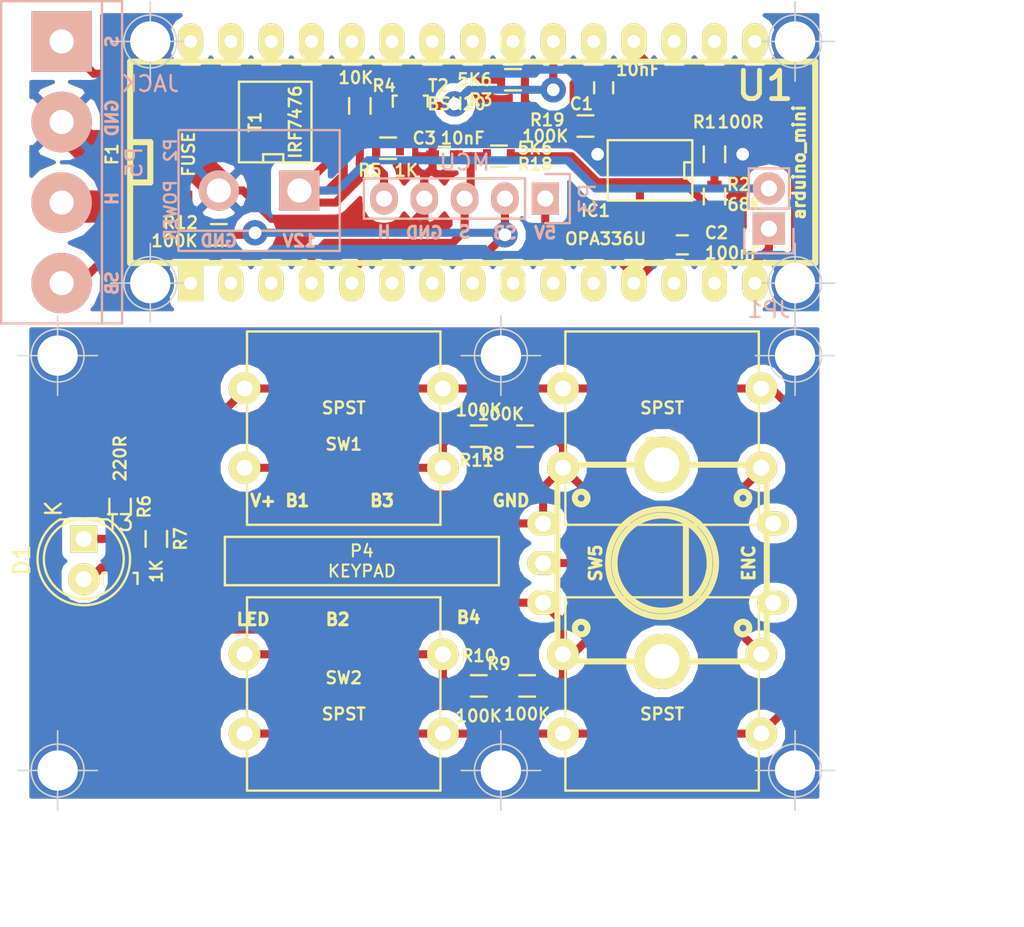
<source format=kicad_pcb>
(kicad_pcb (version 4) (host pcbnew "(after 2015-mar-04 BZR unknown)-product")

  (general
    (links 77)
    (no_connects 0)
    (area 122.152999 84.937999 190.879999 145.956001)
    (thickness 1.6)
    (drawings 38)
    (tracks 304)
    (zones 0)
    (modules 34)
    (nets 52)
  )

  (page A4)
  (layers
    (0 F.Cu signal)
    (31 B.Cu signal)
    (32 B.Adhes user)
    (33 F.Adhes user)
    (34 B.Paste user)
    (35 F.Paste user)
    (36 B.SilkS user)
    (37 F.SilkS user)
    (38 B.Mask user)
    (39 F.Mask user)
    (40 Dwgs.User user)
    (41 Cmts.User user)
    (42 Eco1.User user)
    (43 Eco2.User user)
    (44 Edge.Cuts user)
    (45 Margin user)
    (46 B.CrtYd user)
    (47 F.CrtYd user)
    (48 B.Fab user)
    (49 F.Fab user)
  )

  (setup
    (last_trace_width 0.508)
    (user_trace_width 2.032)
    (trace_clearance 0.2)
    (zone_clearance 0.508)
    (zone_45_only no)
    (trace_min 0.254)
    (segment_width 0.2)
    (edge_width 0.1)
    (via_size 0.889)
    (via_drill 0.635)
    (via_min_size 0.889)
    (via_min_drill 0.508)
    (user_via 1.6 0.8)
    (user_via 3 2.54)
    (uvia_size 0.508)
    (uvia_drill 0.127)
    (uvias_allowed no)
    (uvia_min_size 0.508)
    (uvia_min_drill 0.127)
    (pcb_text_width 0.3)
    (pcb_text_size 1.5 1.5)
    (mod_edge_width 0.15)
    (mod_text_size 0.75 0.75)
    (mod_text_width 0.15)
    (pad_size 2.54 2.54)
    (pad_drill 1.1)
    (pad_to_mask_clearance 0)
    (aux_axis_origin 0 0)
    (visible_elements 7FFFFFFF)
    (pcbplotparams
      (layerselection 0x000f0_80000001)
      (usegerberextensions false)
      (excludeedgelayer true)
      (linewidth 0.100000)
      (plotframeref false)
      (viasonmask false)
      (mode 1)
      (useauxorigin false)
      (hpglpennumber 1)
      (hpglpenspeed 20)
      (hpglpendiameter 15)
      (hpglpenoverlay 2)
      (psnegative false)
      (psa4output false)
      (plotreference true)
      (plotvalue true)
      (plotinvisibletext false)
      (padsonsilk false)
      (subtractmaskfromsilk false)
      (outputformat 4)
      (mirror false)
      (drillshape 0)
      (scaleselection 1)
      (outputdirectory ""))
  )

  (net 0 "")
  (net 1 "Net-(C1-Pad1)")
  (net 2 GND)
  (net 3 MCU_SENSOR)
  (net 4 "Net-(IC1-Pad2)")
  (net 5 "Net-(IC1-Pad6)")
  (net 6 +5V)
  (net 7 HEATER)
  (net 8 SENSOR)
  (net 9 +12V)
  (net 10 MCU_HEATER)
  (net 11 "Net-(D1-Pad1)")
  (net 12 "Net-(D1-Pad2)")
  (net 13 PIN_V+)
  (net 14 PIN_LED)
  (net 15 PIN_B1)
  (net 16 PIN_B2)
  (net 17 PIN_B3)
  (net 18 PIN_B4)
  (net 19 PIN_GND)
  (net 20 "Net-(R7-Pad1)")
  (net 21 "Net-(U1-Pad1)")
  (net 22 "Net-(U1-Pad2)")
  (net 23 "Net-(U1-Pad3)")
  (net 24 "Net-(U1-Pad6)")
  (net 25 "Net-(U1-Pad7)")
  (net 26 "Net-(U1-Pad8)")
  (net 27 "Net-(U1-Pad9)")
  (net 28 "Net-(U1-Pad10)")
  (net 29 "Net-(U1-Pad11)")
  (net 30 "Net-(U1-Pad13)")
  (net 31 "Net-(U1-Pad16)")
  (net 32 "Net-(U1-Pad17)")
  (net 33 "Net-(U1-Pad18)")
  (net 34 "Net-(U1-Pad20)")
  (net 35 "Net-(U1-Pad22)")
  (net 36 "Net-(U1-Pad23)")
  (net 37 "Net-(U1-Pad24)")
  (net 38 "Net-(U1-Pad25)")
  (net 39 "Net-(U1-Pad26)")
  (net 40 "Net-(U1-Pad27)")
  (net 41 "Net-(U1-Pad28)")
  (net 42 "Net-(U1-Pad29)")
  (net 43 "Net-(U1-Pad30)")
  (net 44 "Net-(F1-Pad1)")
  (net 45 MCU_STANDBY)
  (net 46 STANDBY)
  (net 47 "Net-(R4-Pad1)")
  (net 48 "Net-(R5-Pad2)")
  (net 49 "Net-(SW5-Pad5)")
  (net 50 "Net-(SW5-Pad4)")
  (net 51 "Net-(JP1-Pad1)")

  (net_class Default "Ceci est la Netclass par défaut"
    (clearance 0.2)
    (trace_width 0.508)
    (via_dia 0.889)
    (via_drill 0.635)
    (uvia_dia 0.508)
    (uvia_drill 0.127)
    (add_net +12V)
    (add_net +5V)
    (add_net GND)
    (add_net HEATER)
    (add_net MCU_HEATER)
    (add_net MCU_SENSOR)
    (add_net MCU_STANDBY)
    (add_net "Net-(C1-Pad1)")
    (add_net "Net-(D1-Pad1)")
    (add_net "Net-(D1-Pad2)")
    (add_net "Net-(F1-Pad1)")
    (add_net "Net-(IC1-Pad2)")
    (add_net "Net-(IC1-Pad6)")
    (add_net "Net-(JP1-Pad1)")
    (add_net "Net-(R4-Pad1)")
    (add_net "Net-(R5-Pad2)")
    (add_net "Net-(R7-Pad1)")
    (add_net "Net-(SW5-Pad4)")
    (add_net "Net-(SW5-Pad5)")
    (add_net "Net-(U1-Pad1)")
    (add_net "Net-(U1-Pad10)")
    (add_net "Net-(U1-Pad11)")
    (add_net "Net-(U1-Pad13)")
    (add_net "Net-(U1-Pad16)")
    (add_net "Net-(U1-Pad17)")
    (add_net "Net-(U1-Pad18)")
    (add_net "Net-(U1-Pad2)")
    (add_net "Net-(U1-Pad20)")
    (add_net "Net-(U1-Pad22)")
    (add_net "Net-(U1-Pad23)")
    (add_net "Net-(U1-Pad24)")
    (add_net "Net-(U1-Pad25)")
    (add_net "Net-(U1-Pad26)")
    (add_net "Net-(U1-Pad27)")
    (add_net "Net-(U1-Pad28)")
    (add_net "Net-(U1-Pad29)")
    (add_net "Net-(U1-Pad3)")
    (add_net "Net-(U1-Pad30)")
    (add_net "Net-(U1-Pad6)")
    (add_net "Net-(U1-Pad7)")
    (add_net "Net-(U1-Pad8)")
    (add_net "Net-(U1-Pad9)")
    (add_net PIN_B1)
    (add_net PIN_B2)
    (add_net PIN_B3)
    (add_net PIN_B4)
    (add_net PIN_GND)
    (add_net PIN_LED)
    (add_net PIN_V+)
    (add_net SENSOR)
    (add_net STANDBY)
  )

  (net_class Heat ""
    (clearance 0.2)
    (trace_width 2.032)
    (via_dia 0.889)
    (via_drill 0.635)
    (uvia_dia 0.508)
    (uvia_drill 0.127)
  )

  (module arduino:arduino_mini (layer F.Cu) (tedit 558AE239) (tstamp 54BBBF12)
    (at 153.416 95.758)
    (descr "30 pins DIL package, elliptical pads, width 600mil (arduino mini)")
    (tags "DIL arduino mini")
    (path /54BBC0FA)
    (fp_text reference U1 (at 17.145 -4.826) (layer F.SilkS)
      (effects (font (size 1.778 1.778) (thickness 0.3048)))
    )
    (fp_text value arduino_mini (at 19.304 0 90) (layer F.SilkS)
      (effects (font (size 0.75 0.75) (thickness 0.1875)))
    )
    (fp_line (start -22.86 -6.35) (end 20.32 -6.35) (layer F.SilkS) (width 0.381))
    (fp_line (start 20.32 -6.35) (end 20.32 6.35) (layer F.SilkS) (width 0.381))
    (fp_line (start 20.32 6.35) (end -22.86 6.35) (layer F.SilkS) (width 0.381))
    (fp_line (start -22.86 6.35) (end -22.86 -6.35) (layer F.SilkS) (width 0.381))
    (fp_line (start -22.86 1.27) (end -21.59 1.27) (layer F.SilkS) (width 0.381))
    (fp_line (start -21.59 1.27) (end -21.59 -1.27) (layer F.SilkS) (width 0.381))
    (fp_line (start -21.59 -1.27) (end -22.86 -1.27) (layer F.SilkS) (width 0.381))
    (pad 1 thru_hole rect (at -19.05 7.62) (size 1.5748 2.286) (drill 0.8128) (layers *.Cu *.Mask F.SilkS)
      (net 21 "Net-(U1-Pad1)"))
    (pad 2 thru_hole oval (at -16.51 7.62) (size 1.5748 2.286) (drill 0.8128) (layers *.Cu *.Mask F.SilkS)
      (net 22 "Net-(U1-Pad2)"))
    (pad 3 thru_hole oval (at -13.97 7.62) (size 1.5748 2.286) (drill 0.8128) (layers *.Cu *.Mask F.SilkS)
      (net 23 "Net-(U1-Pad3)"))
    (pad 4 thru_hole oval (at -11.43 7.62) (size 1.5748 2.286) (drill 0.8128) (layers *.Cu *.Mask F.SilkS)
      (net 3 MCU_SENSOR))
    (pad 5 thru_hole oval (at -8.89 7.62) (size 1.5748 2.286) (drill 0.8128) (layers *.Cu *.Mask F.SilkS)
      (net 45 MCU_STANDBY))
    (pad 6 thru_hole oval (at -6.35 7.62) (size 1.5748 2.286) (drill 0.8128) (layers *.Cu *.Mask F.SilkS)
      (net 24 "Net-(U1-Pad6)"))
    (pad 7 thru_hole oval (at -3.81 7.62) (size 1.5748 2.286) (drill 0.8128) (layers *.Cu *.Mask F.SilkS)
      (net 25 "Net-(U1-Pad7)"))
    (pad 8 thru_hole oval (at -1.27 7.62) (size 1.5748 2.286) (drill 0.8128) (layers *.Cu *.Mask F.SilkS)
      (net 26 "Net-(U1-Pad8)"))
    (pad 9 thru_hole oval (at 1.27 7.62) (size 1.5748 2.286) (drill 0.8128) (layers *.Cu *.Mask F.SilkS)
      (net 27 "Net-(U1-Pad9)"))
    (pad 10 thru_hole oval (at 3.81 7.62) (size 1.5748 2.286) (drill 0.8128) (layers *.Cu *.Mask F.SilkS)
      (net 28 "Net-(U1-Pad10)"))
    (pad 11 thru_hole oval (at 6.35 7.62) (size 1.5748 2.286) (drill 0.8128) (layers *.Cu *.Mask F.SilkS)
      (net 29 "Net-(U1-Pad11)"))
    (pad 12 thru_hole oval (at 8.89 7.62) (size 1.5748 2.286) (drill 0.8128) (layers *.Cu *.Mask F.SilkS)
      (net 6 +5V))
    (pad 13 thru_hole oval (at 11.43 7.62) (size 1.5748 2.286) (drill 0.8128) (layers *.Cu *.Mask F.SilkS)
      (net 30 "Net-(U1-Pad13)"))
    (pad 14 thru_hole oval (at 13.97 7.62) (size 1.5748 2.286) (drill 0.8128) (layers *.Cu *.Mask F.SilkS)
      (net 2 GND))
    (pad 15 thru_hole oval (at 16.51 7.62) (size 1.5748 2.286) (drill 0.8128) (layers *.Cu *.Mask F.SilkS)
      (net 51 "Net-(JP1-Pad1)"))
    (pad 16 thru_hole oval (at 16.51 -7.62) (size 1.5748 2.286) (drill 0.8128) (layers *.Cu *.Mask F.SilkS)
      (net 31 "Net-(U1-Pad16)"))
    (pad 17 thru_hole oval (at 13.97 -7.62) (size 1.5748 2.286) (drill 0.8128) (layers *.Cu *.Mask F.SilkS)
      (net 32 "Net-(U1-Pad17)"))
    (pad 18 thru_hole oval (at 11.43 -7.62) (size 1.5748 2.286) (drill 0.8128) (layers *.Cu *.Mask F.SilkS)
      (net 33 "Net-(U1-Pad18)"))
    (pad 19 thru_hole oval (at 8.89 -7.62) (size 1.5748 2.286) (drill 0.8128) (layers *.Cu *.Mask F.SilkS)
      (net 2 GND))
    (pad 20 thru_hole oval (at 6.35 -7.62) (size 1.5748 2.286) (drill 0.8128) (layers *.Cu *.Mask F.SilkS)
      (net 34 "Net-(U1-Pad20)"))
    (pad 21 thru_hole oval (at 3.81 -7.62) (size 1.5748 2.286) (drill 0.8128) (layers *.Cu *.Mask F.SilkS)
      (net 10 MCU_HEATER))
    (pad 22 thru_hole oval (at 1.27 -7.62) (size 1.5748 2.286) (drill 0.8128) (layers *.Cu *.Mask F.SilkS)
      (net 35 "Net-(U1-Pad22)"))
    (pad 23 thru_hole oval (at -1.27 -7.62) (size 1.5748 2.286) (drill 0.8128) (layers *.Cu *.Mask F.SilkS)
      (net 36 "Net-(U1-Pad23)"))
    (pad 24 thru_hole oval (at -3.81 -7.62) (size 1.5748 2.286) (drill 0.8128) (layers *.Cu *.Mask F.SilkS)
      (net 37 "Net-(U1-Pad24)"))
    (pad 25 thru_hole oval (at -6.35 -7.62) (size 1.5748 2.286) (drill 0.8128) (layers *.Cu *.Mask F.SilkS)
      (net 38 "Net-(U1-Pad25)"))
    (pad 26 thru_hole oval (at -8.89 -7.62) (size 1.5748 2.286) (drill 0.8128) (layers *.Cu *.Mask F.SilkS)
      (net 39 "Net-(U1-Pad26)"))
    (pad 27 thru_hole oval (at -11.43 -7.62) (size 1.5748 2.286) (drill 0.8128) (layers *.Cu *.Mask F.SilkS)
      (net 40 "Net-(U1-Pad27)"))
    (pad 28 thru_hole oval (at -13.97 -7.62) (size 1.5748 2.286) (drill 0.8128) (layers *.Cu *.Mask F.SilkS)
      (net 41 "Net-(U1-Pad28)"))
    (pad 29 thru_hole oval (at -16.51 -7.62) (size 1.5748 2.286) (drill 0.8128) (layers *.Cu *.Mask F.SilkS)
      (net 42 "Net-(U1-Pad29)"))
    (pad 30 thru_hole oval (at -19.05 -7.62) (size 1.5748 2.286) (drill 0.8128) (layers *.Cu *.Mask F.SilkS)
      (net 43 "Net-(U1-Pad30)"))
    (model arduino_nano.wrl
      (at (xyz -0.978 -0.385 0))
      (scale (xyz 0.3937 0.3937 0.3937))
      (rotate (xyz 0 0 0))
    )
  )

  (module SMD_Packages:SOIC-8-W (layer F.Cu) (tedit 558AE22D) (tstamp 54B10C06)
    (at 163.322 96.266 180)
    (descr "module SMD SOIC SOJ 8 pins etroit")
    (tags "CMS SOJ")
    (path /54B0F833)
    (attr smd)
    (fp_text reference IC1 (at 3.429 -2.54 360) (layer F.SilkS)
      (effects (font (size 0.75 0.75) (thickness 0.15)))
    )
    (fp_text value OPA336U (at 2.794 -4.318 360) (layer F.SilkS)
      (effects (font (size 0.75 0.75) (thickness 0.15)))
    )
    (fp_line (start -2.667 1.778) (end -2.667 1.905) (layer F.SilkS) (width 0.15))
    (fp_line (start -2.667 1.905) (end 2.667 1.905) (layer F.SilkS) (width 0.15))
    (fp_line (start 2.667 -1.905) (end -2.667 -1.905) (layer F.SilkS) (width 0.15))
    (fp_line (start -2.667 -1.905) (end -2.667 1.778) (layer F.SilkS) (width 0.15))
    (fp_line (start -2.667 -0.508) (end -2.159 -0.508) (layer F.SilkS) (width 0.15))
    (fp_line (start -2.159 -0.508) (end -2.159 0.508) (layer F.SilkS) (width 0.15))
    (fp_line (start -2.159 0.508) (end -2.667 0.508) (layer F.SilkS) (width 0.15))
    (fp_line (start 2.667 -1.905) (end 2.667 1.905) (layer F.SilkS) (width 0.15))
    (pad 8 smd rect (at -1.905 -2.667 180) (size 0.59944 1.39954) (layers F.Cu F.Paste F.Mask))
    (pad 1 smd rect (at -1.905 2.667 180) (size 0.59944 1.39954) (layers F.Cu F.Paste F.Mask))
    (pad 7 smd rect (at -0.635 -2.667 180) (size 0.59944 1.39954) (layers F.Cu F.Paste F.Mask)
      (net 6 +5V))
    (pad 6 smd rect (at 0.635 -2.667 180) (size 0.59944 1.39954) (layers F.Cu F.Paste F.Mask)
      (net 5 "Net-(IC1-Pad6)"))
    (pad 5 smd rect (at 1.905 -2.667 180) (size 0.59944 1.39954) (layers F.Cu F.Paste F.Mask))
    (pad 2 smd rect (at -0.635 2.667 180) (size 0.59944 1.39954) (layers F.Cu F.Paste F.Mask)
      (net 4 "Net-(IC1-Pad2)"))
    (pad 3 smd rect (at 0.635 2.667 180) (size 0.59944 1.39954) (layers F.Cu F.Paste F.Mask)
      (net 1 "Net-(C1-Pad1)"))
    (pad 4 smd rect (at 1.905 2.667 180) (size 0.59944 1.39954) (layers F.Cu F.Paste F.Mask)
      (net 2 GND))
    (model SMD_Packages/SOIC-8-W.wrl
      (at (xyz 0 0 0))
      (scale (xyz 0.5 0.32 0.5))
      (rotate (xyz 0 0 0))
    )
  )

  (module Resistors_SMD:R_0603 (layer F.Cu) (tedit 558AE237) (tstamp 54B10117)
    (at 167.386 95.25 90)
    (descr "Resistor SMD 0603, reflow soldering, Vishay (see dcrcw.pdf)")
    (tags "resistor 0603")
    (path /54B0F991)
    (attr smd)
    (fp_text reference R1 (at 2.032 -0.635 360) (layer F.SilkS)
      (effects (font (size 0.75 0.75) (thickness 0.15)))
    )
    (fp_text value 100R (at 2.032 1.651 360) (layer F.SilkS)
      (effects (font (size 0.75 0.75) (thickness 0.15)))
    )
    (fp_line (start -1.3 -0.8) (end 1.3 -0.8) (layer F.CrtYd) (width 0.05))
    (fp_line (start -1.3 0.8) (end 1.3 0.8) (layer F.CrtYd) (width 0.05))
    (fp_line (start -1.3 -0.8) (end -1.3 0.8) (layer F.CrtYd) (width 0.05))
    (fp_line (start 1.3 -0.8) (end 1.3 0.8) (layer F.CrtYd) (width 0.05))
    (fp_line (start 0.5 0.675) (end -0.5 0.675) (layer F.SilkS) (width 0.15))
    (fp_line (start -0.5 -0.675) (end 0.5 -0.675) (layer F.SilkS) (width 0.15))
    (pad 1 smd rect (at -0.75 0 90) (size 0.5 0.9) (layers F.Cu F.Paste F.Mask)
      (net 4 "Net-(IC1-Pad2)"))
    (pad 2 smd rect (at 0.75 0 90) (size 0.5 0.9) (layers F.Cu F.Paste F.Mask)
      (net 2 GND))
    (model Resistors_SMD/R_0603.wrl
      (at (xyz 0 0 0))
      (scale (xyz 1 1 1))
      (rotate (xyz 0 0 0))
    )
  )

  (module Resistors_SMD:R_0603 (layer F.Cu) (tedit 555F792F) (tstamp 54B1011D)
    (at 167.386 97.917 90)
    (descr "Resistor SMD 0603, reflow soldering, Vishay (see dcrcw.pdf)")
    (tags "resistor 0603")
    (path /54B0FB31)
    (attr smd)
    (fp_text reference R2 (at 0.762 1.524 180) (layer F.SilkS)
      (effects (font (size 0.75 0.75) (thickness 0.15)))
    )
    (fp_text value 68K (at -0.508 1.905 180) (layer F.SilkS)
      (effects (font (size 0.75 0.75) (thickness 0.15)))
    )
    (fp_line (start -1.3 -0.8) (end 1.3 -0.8) (layer F.CrtYd) (width 0.05))
    (fp_line (start -1.3 0.8) (end 1.3 0.8) (layer F.CrtYd) (width 0.05))
    (fp_line (start -1.3 -0.8) (end -1.3 0.8) (layer F.CrtYd) (width 0.05))
    (fp_line (start 1.3 -0.8) (end 1.3 0.8) (layer F.CrtYd) (width 0.05))
    (fp_line (start 0.5 0.675) (end -0.5 0.675) (layer F.SilkS) (width 0.15))
    (fp_line (start -0.5 -0.675) (end 0.5 -0.675) (layer F.SilkS) (width 0.15))
    (pad 1 smd rect (at -0.75 0 90) (size 0.5 0.9) (layers F.Cu F.Paste F.Mask)
      (net 5 "Net-(IC1-Pad6)"))
    (pad 2 smd rect (at 0.75 0 90) (size 0.5 0.9) (layers F.Cu F.Paste F.Mask)
      (net 4 "Net-(IC1-Pad2)"))
    (model Resistors_SMD/R_0603.wrl
      (at (xyz 0 0 0))
      (scale (xyz 1 1 1))
      (rotate (xyz 0 0 0))
    )
  )

  (module Resistors_SMD:R_0603 (layer F.Cu) (tedit 555F761D) (tstamp 54B57FE7)
    (at 154.686 90.551 180)
    (descr "Resistor SMD 0603, reflow soldering, Vishay (see dcrcw.pdf)")
    (tags "resistor 0603")
    (path /54B0F425)
    (attr smd)
    (fp_text reference R3 (at 2.032 -1.27 360) (layer F.SilkS)
      (effects (font (size 0.75 0.75) (thickness 0.15)))
    )
    (fp_text value 5K6 (at 2.413 0 360) (layer F.SilkS)
      (effects (font (size 0.75 0.75) (thickness 0.15)))
    )
    (fp_line (start -1.3 -0.8) (end 1.3 -0.8) (layer F.CrtYd) (width 0.05))
    (fp_line (start -1.3 0.8) (end 1.3 0.8) (layer F.CrtYd) (width 0.05))
    (fp_line (start -1.3 -0.8) (end -1.3 0.8) (layer F.CrtYd) (width 0.05))
    (fp_line (start 1.3 -0.8) (end 1.3 0.8) (layer F.CrtYd) (width 0.05))
    (fp_line (start 0.5 0.675) (end -0.5 0.675) (layer F.SilkS) (width 0.15))
    (fp_line (start -0.5 -0.675) (end 0.5 -0.675) (layer F.SilkS) (width 0.15))
    (pad 1 smd rect (at -0.75 0 180) (size 0.5 0.9) (layers F.Cu F.Paste F.Mask)
      (net 1 "Net-(C1-Pad1)"))
    (pad 2 smd rect (at 0.75 0 180) (size 0.5 0.9) (layers F.Cu F.Paste F.Mask)
      (net 8 SENSOR))
    (model Resistors_SMD/R_0603.wrl
      (at (xyz 0 0 0))
      (scale (xyz 1 1 1))
      (rotate (xyz 0 0 0))
    )
  )

  (module Resistors_SMD:R_0603 (layer F.Cu) (tedit 54BBD395) (tstamp 54B10135)
    (at 153.797 95.377)
    (descr "Resistor SMD 0603, reflow soldering, Vishay (see dcrcw.pdf)")
    (tags "resistor 0603")
    (path /54B0FCF5)
    (attr smd)
    (fp_text reference R18 (at 2.286 0.508 180) (layer F.SilkS)
      (effects (font (size 0.75 0.75) (thickness 0.15)))
    )
    (fp_text value 5K6 (at 2.286 -0.508 180) (layer F.SilkS)
      (effects (font (size 0.75 0.75) (thickness 0.15)))
    )
    (fp_line (start -1.3 -0.8) (end 1.3 -0.8) (layer F.CrtYd) (width 0.05))
    (fp_line (start -1.3 0.8) (end 1.3 0.8) (layer F.CrtYd) (width 0.05))
    (fp_line (start -1.3 -0.8) (end -1.3 0.8) (layer F.CrtYd) (width 0.05))
    (fp_line (start 1.3 -0.8) (end 1.3 0.8) (layer F.CrtYd) (width 0.05))
    (fp_line (start 0.5 0.675) (end -0.5 0.675) (layer F.SilkS) (width 0.15))
    (fp_line (start -0.5 -0.675) (end 0.5 -0.675) (layer F.SilkS) (width 0.15))
    (pad 1 smd rect (at -0.75 0) (size 0.5 0.9) (layers F.Cu F.Paste F.Mask)
      (net 3 MCU_SENSOR))
    (pad 2 smd rect (at 0.75 0) (size 0.5 0.9) (layers F.Cu F.Paste F.Mask)
      (net 5 "Net-(IC1-Pad6)"))
    (model Resistors_SMD/R_0603.wrl
      (at (xyz 0 0 0))
      (scale (xyz 1 1 1))
      (rotate (xyz 0 0 0))
    )
  )

  (module Resistors_SMD:R_0603 (layer F.Cu) (tedit 555F78D1) (tstamp 54B58000)
    (at 159.258 93.472)
    (descr "Resistor SMD 0603, reflow soldering, Vishay (see dcrcw.pdf)")
    (tags "resistor 0603")
    (path /54B0F548)
    (attr smd)
    (fp_text reference R19 (at -2.413 -0.381 180) (layer F.SilkS)
      (effects (font (size 0.75 0.75) (thickness 0.15)))
    )
    (fp_text value 100K (at -2.54 0.635) (layer F.SilkS)
      (effects (font (size 0.75 0.75) (thickness 0.15)))
    )
    (fp_line (start -1.3 -0.8) (end 1.3 -0.8) (layer F.CrtYd) (width 0.05))
    (fp_line (start -1.3 0.8) (end 1.3 0.8) (layer F.CrtYd) (width 0.05))
    (fp_line (start -1.3 -0.8) (end -1.3 0.8) (layer F.CrtYd) (width 0.05))
    (fp_line (start 1.3 -0.8) (end 1.3 0.8) (layer F.CrtYd) (width 0.05))
    (fp_line (start 0.5 0.675) (end -0.5 0.675) (layer F.SilkS) (width 0.15))
    (fp_line (start -0.5 -0.675) (end 0.5 -0.675) (layer F.SilkS) (width 0.15))
    (pad 1 smd rect (at -0.75 0) (size 0.5 0.9) (layers F.Cu F.Paste F.Mask)
      (net 1 "Net-(C1-Pad1)"))
    (pad 2 smd rect (at 0.75 0) (size 0.5 0.9) (layers F.Cu F.Paste F.Mask)
      (net 2 GND))
    (model Resistors_SMD/R_0603.wrl
      (at (xyz 0 0 0))
      (scale (xyz 1 1 1))
      (rotate (xyz 0 0 0))
    )
  )

  (module Resistors_SMD:R_0603 (layer F.Cu) (tedit 54B5A708) (tstamp 54B591E7)
    (at 129.921 117.475 90)
    (descr "Resistor SMD 0603, reflow soldering, Vishay (see dcrcw.pdf)")
    (tags "resistor 0603")
    (path /54B5A476)
    (attr smd)
    (fp_text reference R6 (at 0 1.524 90) (layer F.SilkS)
      (effects (font (size 0.75 0.75) (thickness 0.15)))
    )
    (fp_text value 220R (at 3.048 0 90) (layer F.SilkS)
      (effects (font (size 0.75 0.75) (thickness 0.15)))
    )
    (fp_line (start -1.3 -0.8) (end 1.3 -0.8) (layer F.CrtYd) (width 0.05))
    (fp_line (start -1.3 0.8) (end 1.3 0.8) (layer F.CrtYd) (width 0.05))
    (fp_line (start -1.3 -0.8) (end -1.3 0.8) (layer F.CrtYd) (width 0.05))
    (fp_line (start 1.3 -0.8) (end 1.3 0.8) (layer F.CrtYd) (width 0.05))
    (fp_line (start 0.5 0.675) (end -0.5 0.675) (layer F.SilkS) (width 0.15))
    (fp_line (start -0.5 -0.675) (end 0.5 -0.675) (layer F.SilkS) (width 0.15))
    (pad 1 smd rect (at -0.75 0 90) (size 0.5 0.9) (layers F.Cu F.Paste F.Mask)
      (net 11 "Net-(D1-Pad1)"))
    (pad 2 smd rect (at 0.75 0 90) (size 0.5 0.9) (layers F.Cu F.Paste F.Mask)
      (net 13 PIN_V+))
    (model Resistors_SMD/R_0603.wrl
      (at (xyz 0 0 0))
      (scale (xyz 1 1 1))
      (rotate (xyz 0 0 0))
    )
  )

  (module Resistors_SMD:R_0603 (layer F.Cu) (tedit 54B5A8C3) (tstamp 54B591ED)
    (at 132.207 119.507 90)
    (descr "Resistor SMD 0603, reflow soldering, Vishay (see dcrcw.pdf)")
    (tags "resistor 0603")
    (path /54B59E50)
    (attr smd)
    (fp_text reference R7 (at 0 1.524 90) (layer F.SilkS)
      (effects (font (size 0.75 0.75) (thickness 0.15)))
    )
    (fp_text value 1K (at -2.032 0 90) (layer F.SilkS)
      (effects (font (size 0.75 0.75) (thickness 0.15)))
    )
    (fp_line (start -1.3 -0.8) (end 1.3 -0.8) (layer F.CrtYd) (width 0.05))
    (fp_line (start -1.3 0.8) (end 1.3 0.8) (layer F.CrtYd) (width 0.05))
    (fp_line (start -1.3 -0.8) (end -1.3 0.8) (layer F.CrtYd) (width 0.05))
    (fp_line (start 1.3 -0.8) (end 1.3 0.8) (layer F.CrtYd) (width 0.05))
    (fp_line (start 0.5 0.675) (end -0.5 0.675) (layer F.SilkS) (width 0.15))
    (fp_line (start -0.5 -0.675) (end 0.5 -0.675) (layer F.SilkS) (width 0.15))
    (pad 1 smd rect (at -0.75 0 90) (size 0.5 0.9) (layers F.Cu F.Paste F.Mask)
      (net 20 "Net-(R7-Pad1)"))
    (pad 2 smd rect (at 0.75 0 90) (size 0.5 0.9) (layers F.Cu F.Paste F.Mask)
      (net 14 PIN_LED))
    (model Resistors_SMD/R_0603.wrl
      (at (xyz 0 0 0))
      (scale (xyz 1 1 1))
      (rotate (xyz 0 0 0))
    )
  )

  (module Resistors_SMD:R_0603 (layer F.Cu) (tedit 5560D334) (tstamp 54B591F3)
    (at 155.448 113.03 180)
    (descr "Resistor SMD 0603, reflow soldering, Vishay (see dcrcw.pdf)")
    (tags "resistor 0603")
    (path /54B592D0)
    (attr smd)
    (fp_text reference R8 (at 2.032 -1.143 180) (layer F.SilkS)
      (effects (font (size 0.75 0.75) (thickness 0.15)))
    )
    (fp_text value 100K (at 1.524 1.397 180) (layer F.SilkS)
      (effects (font (size 0.75 0.75) (thickness 0.15)))
    )
    (fp_line (start -1.3 -0.8) (end 1.3 -0.8) (layer F.CrtYd) (width 0.05))
    (fp_line (start -1.3 0.8) (end 1.3 0.8) (layer F.CrtYd) (width 0.05))
    (fp_line (start -1.3 -0.8) (end -1.3 0.8) (layer F.CrtYd) (width 0.05))
    (fp_line (start 1.3 -0.8) (end 1.3 0.8) (layer F.CrtYd) (width 0.05))
    (fp_line (start 0.5 0.675) (end -0.5 0.675) (layer F.SilkS) (width 0.15))
    (fp_line (start -0.5 -0.675) (end 0.5 -0.675) (layer F.SilkS) (width 0.15))
    (pad 1 smd rect (at -0.75 0 180) (size 0.5 0.9) (layers F.Cu F.Paste F.Mask)
      (net 18 PIN_B4))
    (pad 2 smd rect (at 0.75 0 180) (size 0.5 0.9) (layers F.Cu F.Paste F.Mask)
      (net 19 PIN_GND))
    (model Resistors_SMD/R_0603.wrl
      (at (xyz 0 0 0))
      (scale (xyz 1 1 1))
      (rotate (xyz 0 0 0))
    )
  )

  (module Resistors_SMD:R_0603 (layer F.Cu) (tedit 5560D32B) (tstamp 54B5A468)
    (at 155.575 128.778 180)
    (descr "Resistor SMD 0603, reflow soldering, Vishay (see dcrcw.pdf)")
    (tags "resistor 0603")
    (path /54B5928D)
    (attr smd)
    (fp_text reference R9 (at 1.778 1.397 180) (layer F.SilkS)
      (effects (font (size 0.75 0.75) (thickness 0.15)))
    )
    (fp_text value 100K (at 0 -1.778 180) (layer F.SilkS)
      (effects (font (size 0.75 0.75) (thickness 0.15)))
    )
    (fp_line (start -1.3 -0.8) (end 1.3 -0.8) (layer F.CrtYd) (width 0.05))
    (fp_line (start -1.3 0.8) (end 1.3 0.8) (layer F.CrtYd) (width 0.05))
    (fp_line (start -1.3 -0.8) (end -1.3 0.8) (layer F.CrtYd) (width 0.05))
    (fp_line (start 1.3 -0.8) (end 1.3 0.8) (layer F.CrtYd) (width 0.05))
    (fp_line (start 0.5 0.675) (end -0.5 0.675) (layer F.SilkS) (width 0.15))
    (fp_line (start -0.5 -0.675) (end 0.5 -0.675) (layer F.SilkS) (width 0.15))
    (pad 1 smd rect (at -0.75 0 180) (size 0.5 0.9) (layers F.Cu F.Paste F.Mask)
      (net 17 PIN_B3))
    (pad 2 smd rect (at 0.75 0 180) (size 0.5 0.9) (layers F.Cu F.Paste F.Mask)
      (net 19 PIN_GND))
    (model Resistors_SMD/R_0603.wrl
      (at (xyz 0 0 0))
      (scale (xyz 1 1 1))
      (rotate (xyz 0 0 0))
    )
  )

  (module Resistors_SMD:R_0603 (layer F.Cu) (tedit 54B5A291) (tstamp 54B591FF)
    (at 152.527 128.778)
    (descr "Resistor SMD 0603, reflow soldering, Vishay (see dcrcw.pdf)")
    (tags "resistor 0603")
    (path /54B5924C)
    (attr smd)
    (fp_text reference R10 (at 0 -1.9) (layer F.SilkS)
      (effects (font (size 0.75 0.75) (thickness 0.15)))
    )
    (fp_text value 100K (at 0 1.9) (layer F.SilkS)
      (effects (font (size 0.75 0.75) (thickness 0.15)))
    )
    (fp_line (start -1.3 -0.8) (end 1.3 -0.8) (layer F.CrtYd) (width 0.05))
    (fp_line (start -1.3 0.8) (end 1.3 0.8) (layer F.CrtYd) (width 0.05))
    (fp_line (start -1.3 -0.8) (end -1.3 0.8) (layer F.CrtYd) (width 0.05))
    (fp_line (start 1.3 -0.8) (end 1.3 0.8) (layer F.CrtYd) (width 0.05))
    (fp_line (start 0.5 0.675) (end -0.5 0.675) (layer F.SilkS) (width 0.15))
    (fp_line (start -0.5 -0.675) (end 0.5 -0.675) (layer F.SilkS) (width 0.15))
    (pad 1 smd rect (at -0.75 0) (size 0.5 0.9) (layers F.Cu F.Paste F.Mask)
      (net 16 PIN_B2))
    (pad 2 smd rect (at 0.75 0) (size 0.5 0.9) (layers F.Cu F.Paste F.Mask)
      (net 19 PIN_GND))
    (model Resistors_SMD/R_0603.wrl
      (at (xyz 0 0 0))
      (scale (xyz 1 1 1))
      (rotate (xyz 0 0 0))
    )
  )

  (module Resistors_SMD:R_0603 (layer F.Cu) (tedit 5560D338) (tstamp 54B59205)
    (at 152.527 113.03)
    (descr "Resistor SMD 0603, reflow soldering, Vishay (see dcrcw.pdf)")
    (tags "resistor 0603")
    (path /54B59175)
    (attr smd)
    (fp_text reference R11 (at -0.127 1.524) (layer F.SilkS)
      (effects (font (size 0.75 0.75) (thickness 0.15)))
    )
    (fp_text value 100K (at 0 -1.651) (layer F.SilkS)
      (effects (font (size 0.75 0.75) (thickness 0.15)))
    )
    (fp_line (start -1.3 -0.8) (end 1.3 -0.8) (layer F.CrtYd) (width 0.05))
    (fp_line (start -1.3 0.8) (end 1.3 0.8) (layer F.CrtYd) (width 0.05))
    (fp_line (start -1.3 -0.8) (end -1.3 0.8) (layer F.CrtYd) (width 0.05))
    (fp_line (start 1.3 -0.8) (end 1.3 0.8) (layer F.CrtYd) (width 0.05))
    (fp_line (start 0.5 0.675) (end -0.5 0.675) (layer F.SilkS) (width 0.15))
    (fp_line (start -0.5 -0.675) (end 0.5 -0.675) (layer F.SilkS) (width 0.15))
    (pad 1 smd rect (at -0.75 0) (size 0.5 0.9) (layers F.Cu F.Paste F.Mask)
      (net 15 PIN_B1))
    (pad 2 smd rect (at 0.75 0) (size 0.5 0.9) (layers F.Cu F.Paste F.Mask)
      (net 19 PIN_GND))
    (model Resistors_SMD/R_0603.wrl
      (at (xyz 0 0 0))
      (scale (xyz 1 1 1))
      (rotate (xyz 0 0 0))
    )
  )

  (module Connect:bornier2 (layer B.Cu) (tedit 5536AD43) (tstamp 5536ADDA)
    (at 138.684 97.536 180)
    (descr "Bornier d'alimentation 2 pins")
    (tags DEV)
    (path /54B12906)
    (fp_text reference P2 (at 5.588 2.54 270) (layer B.SilkS)
      (effects (font (size 0.75 0.75) (thickness 0.15)) (justify mirror))
    )
    (fp_text value POWER (at 5.588 -1.27 270) (layer B.SilkS)
      (effects (font (size 0.75 0.75) (thickness 0.15)) (justify mirror))
    )
    (fp_line (start 5.08 -2.54) (end -5.08 -2.54) (layer B.SilkS) (width 0.15))
    (fp_line (start 5.08 -3.81) (end 5.08 3.81) (layer B.SilkS) (width 0.15))
    (fp_line (start 5.08 3.81) (end -5.08 3.81) (layer B.SilkS) (width 0.15))
    (fp_line (start -5.08 3.81) (end -5.08 -3.81) (layer B.SilkS) (width 0.15))
    (fp_line (start -5.08 -3.81) (end 5.08 -3.81) (layer B.SilkS) (width 0.15))
    (pad 1 thru_hole rect (at -2.54 0 180) (size 2.54 2.54) (drill 1.524) (layers *.Cu *.Mask B.SilkS)
      (net 9 +12V))
    (pad 2 thru_hole circle (at 2.54 0 180) (size 2.54 2.54) (drill 1.524) (layers *.Cu *.Mask B.SilkS)
      (net 2 GND))
    (model Connect/bornier2.wrl
      (at (xyz 0 0 0))
      (scale (xyz 1 1 1))
      (rotate (xyz 0 0 0))
    )
  )

  (module footprint:SMD-3121 (layer F.Cu) (tedit 555F75CF) (tstamp 54E3A6EC)
    (at 131.826 95.25 270)
    (path /54E3A642)
    (fp_text reference F1 (at 0 2.413 270) (layer F.SilkS)
      (effects (font (size 0.75 0.75) (thickness 0.15)))
    )
    (fp_text value FUSE (at 0 -2.413 270) (layer F.SilkS)
      (effects (font (size 0.75 0.75) (thickness 0.15)))
    )
    (pad 1 smd rect (at -3.3 0 270) (size 2 5.3) (layers F.Cu F.Paste F.Mask)
      (net 44 "Net-(F1-Pad1)"))
    (pad 2 smd rect (at 3.3 0 270) (size 2 5.3) (layers F.Cu F.Paste F.Mask)
      (net 7 HEATER))
  )

  (module Capacitors_SMD:C_0603 (layer F.Cu) (tedit 555F762D) (tstamp 54EB994F)
    (at 160.401 91.059 270)
    (descr "Capacitor SMD 0603, reflow soldering, AVX (see smccp.pdf)")
    (tags "capacitor 0603")
    (path /54B0F663)
    (attr smd)
    (fp_text reference C1 (at 1.016 1.397 360) (layer F.SilkS)
      (effects (font (size 0.75 0.75) (thickness 0.15)))
    )
    (fp_text value 10nF (at -1.143 -2.159 360) (layer F.SilkS)
      (effects (font (size 0.75 0.75) (thickness 0.15)))
    )
    (fp_line (start -1.45 -0.75) (end 1.45 -0.75) (layer F.CrtYd) (width 0.05))
    (fp_line (start -1.45 0.75) (end 1.45 0.75) (layer F.CrtYd) (width 0.05))
    (fp_line (start -1.45 -0.75) (end -1.45 0.75) (layer F.CrtYd) (width 0.05))
    (fp_line (start 1.45 -0.75) (end 1.45 0.75) (layer F.CrtYd) (width 0.05))
    (fp_line (start -0.35 -0.6) (end 0.35 -0.6) (layer F.SilkS) (width 0.15))
    (fp_line (start 0.35 0.6) (end -0.35 0.6) (layer F.SilkS) (width 0.15))
    (pad 1 smd rect (at -0.75 0 270) (size 0.8 0.75) (layers F.Cu F.Paste F.Mask)
      (net 1 "Net-(C1-Pad1)"))
    (pad 2 smd rect (at 0.75 0 270) (size 0.8 0.75) (layers F.Cu F.Paste F.Mask)
      (net 2 GND))
    (model Capacitors_SMD/C_0603.wrl
      (at (xyz 0 0 0))
      (scale (xyz 1 1 1))
      (rotate (xyz 0 0 0))
    )
  )

  (module Capacitors_SMD:C_0603 (layer F.Cu) (tedit 555F7A82) (tstamp 54EB9967)
    (at 150.368 95.377 180)
    (descr "Capacitor SMD 0603, reflow soldering, AVX (see smccp.pdf)")
    (tags "capacitor 0603")
    (path /54B0FE42)
    (attr smd)
    (fp_text reference C3 (at 1.27 1.143 180) (layer F.SilkS)
      (effects (font (size 0.75 0.75) (thickness 0.15)))
    )
    (fp_text value 10nF (at -1.143 1.143 180) (layer F.SilkS)
      (effects (font (size 0.75 0.75) (thickness 0.15)))
    )
    (fp_line (start -1.45 -0.75) (end 1.45 -0.75) (layer F.CrtYd) (width 0.05))
    (fp_line (start -1.45 0.75) (end 1.45 0.75) (layer F.CrtYd) (width 0.05))
    (fp_line (start -1.45 -0.75) (end -1.45 0.75) (layer F.CrtYd) (width 0.05))
    (fp_line (start 1.45 -0.75) (end 1.45 0.75) (layer F.CrtYd) (width 0.05))
    (fp_line (start -0.35 -0.6) (end 0.35 -0.6) (layer F.SilkS) (width 0.15))
    (fp_line (start 0.35 0.6) (end -0.35 0.6) (layer F.SilkS) (width 0.15))
    (pad 1 smd rect (at -0.75 0 180) (size 0.8 0.75) (layers F.Cu F.Paste F.Mask)
      (net 3 MCU_SENSOR))
    (pad 2 smd rect (at 0.75 0 180) (size 0.8 0.75) (layers F.Cu F.Paste F.Mask)
      (net 2 GND))
    (model Capacitors_SMD/C_0603.wrl
      (at (xyz 0 0 0))
      (scale (xyz 1 1 1))
      (rotate (xyz 0 0 0))
    )
  )

  (module Pin_Headers:Pin_Header_Straight_1x05 (layer B.Cu) (tedit 555F763C) (tstamp 5536AD87)
    (at 156.718 98.044 90)
    (descr "Through hole pin header")
    (tags "pin header")
    (path /54B12D31)
    (fp_text reference P3 (at 0 2.667 90) (layer B.SilkS)
      (effects (font (size 1 1) (thickness 0.15)) (justify mirror))
    )
    (fp_text value MCU (at 2.286 -5.08 180) (layer B.SilkS)
      (effects (font (size 1 1) (thickness 0.15)) (justify mirror))
    )
    (fp_line (start -1.55 0) (end -1.55 1.55) (layer B.SilkS) (width 0.15))
    (fp_line (start -1.55 1.55) (end 1.55 1.55) (layer B.SilkS) (width 0.15))
    (fp_line (start 1.55 1.55) (end 1.55 0) (layer B.SilkS) (width 0.15))
    (fp_line (start -1.75 1.75) (end -1.75 -11.95) (layer B.CrtYd) (width 0.05))
    (fp_line (start 1.75 1.75) (end 1.75 -11.95) (layer B.CrtYd) (width 0.05))
    (fp_line (start -1.75 1.75) (end 1.75 1.75) (layer B.CrtYd) (width 0.05))
    (fp_line (start -1.75 -11.95) (end 1.75 -11.95) (layer B.CrtYd) (width 0.05))
    (fp_line (start 1.27 -1.27) (end 1.27 -11.43) (layer B.SilkS) (width 0.15))
    (fp_line (start 1.27 -11.43) (end -1.27 -11.43) (layer B.SilkS) (width 0.15))
    (fp_line (start -1.27 -11.43) (end -1.27 -1.27) (layer B.SilkS) (width 0.15))
    (fp_line (start 1.27 -1.27) (end -1.27 -1.27) (layer B.SilkS) (width 0.15))
    (pad 1 thru_hole rect (at 0 0 90) (size 2.032 1.7272) (drill 1.016) (layers *.Cu *.Mask B.SilkS)
      (net 6 +5V))
    (pad 2 thru_hole oval (at 0 -2.54 90) (size 2.032 1.7272) (drill 1.016) (layers *.Cu *.Mask B.SilkS)
      (net 45 MCU_STANDBY))
    (pad 3 thru_hole oval (at 0 -5.08 90) (size 2.032 1.7272) (drill 1.016) (layers *.Cu *.Mask B.SilkS)
      (net 3 MCU_SENSOR))
    (pad 4 thru_hole oval (at 0 -7.62 90) (size 2.032 1.7272) (drill 1.016) (layers *.Cu *.Mask B.SilkS)
      (net 2 GND))
    (pad 5 thru_hole oval (at 0 -10.16 90) (size 2.032 1.7272) (drill 1.016) (layers *.Cu *.Mask B.SilkS)
      (net 10 MCU_HEATER))
    (model Pin_Headers.3dshapes/Pin_Header_Straight_1x05.wrl
      (at (xyz 0 -0.2 0))
      (scale (xyz 1 1 1))
      (rotate (xyz 0 0 90))
    )
  )

  (module Connect:bornier4 (layer B.Cu) (tedit 555F7B47) (tstamp 5536ACFD)
    (at 126.238 95.758 270)
    (descr "Bornier d'alimentation 4 pins")
    (tags DEV)
    (path /54C97D24)
    (fp_text reference P5 (at 0 -4.572 270) (layer B.SilkS)
      (effects (font (size 1 1) (thickness 0.15)) (justify mirror))
    )
    (fp_text value JACK (at -4.953 -5.588 360) (layer B.SilkS)
      (effects (font (size 1 1) (thickness 0.15)) (justify mirror))
    )
    (fp_line (start -10.16 3.81) (end -10.16 -3.81) (layer B.SilkS) (width 0.15))
    (fp_line (start 10.16 -3.81) (end 10.16 3.81) (layer B.SilkS) (width 0.15))
    (fp_line (start 10.16 -2.54) (end -10.16 -2.54) (layer B.SilkS) (width 0.15))
    (fp_line (start -10.16 3.81) (end 10.16 3.81) (layer B.SilkS) (width 0.15))
    (fp_line (start -10.16 -3.81) (end 10.16 -3.81) (layer B.SilkS) (width 0.15))
    (pad 2 thru_hole circle (at -2.54 0 270) (size 3.81 3.81) (drill 1.524) (layers *.Cu *.Mask B.SilkS)
      (net 2 GND))
    (pad 3 thru_hole circle (at 2.54 0 270) (size 3.81 3.81) (drill 1.524) (layers *.Cu *.Mask B.SilkS)
      (net 7 HEATER))
    (pad 1 thru_hole rect (at -7.62 0 270) (size 3.81 3.81) (drill 1.524) (layers *.Cu *.Mask B.SilkS)
      (net 8 SENSOR))
    (pad 4 thru_hole circle (at 7.62 0 270) (size 3.81 3.81) (drill 1.524) (layers *.Cu *.Mask B.SilkS)
      (net 46 STANDBY))
    (model Connect.3dshapes/bornier4.wrl
      (at (xyz 0 0 0))
      (scale (xyz 1 1 1))
      (rotate (xyz 0 0 0))
    )
  )

  (module Resistors_SMD:R_0603 (layer F.Cu) (tedit 555F7A9A) (tstamp 5536AD09)
    (at 136.144 100.33)
    (descr "Resistor SMD 0603, reflow soldering, Vishay (see dcrcw.pdf)")
    (tags "resistor 0603")
    (path /5536EDCE)
    (attr smd)
    (fp_text reference R12 (at -2.413 -0.762) (layer F.SilkS)
      (effects (font (size 0.75 0.75) (thickness 0.15)))
    )
    (fp_text value 100K (at -2.794 0.381) (layer F.SilkS)
      (effects (font (size 0.75 0.75) (thickness 0.15)))
    )
    (fp_line (start -1.3 -0.8) (end 1.3 -0.8) (layer F.CrtYd) (width 0.05))
    (fp_line (start -1.3 0.8) (end 1.3 0.8) (layer F.CrtYd) (width 0.05))
    (fp_line (start -1.3 -0.8) (end -1.3 0.8) (layer F.CrtYd) (width 0.05))
    (fp_line (start 1.3 -0.8) (end 1.3 0.8) (layer F.CrtYd) (width 0.05))
    (fp_line (start 0.5 0.675) (end -0.5 0.675) (layer F.SilkS) (width 0.15))
    (fp_line (start -0.5 -0.675) (end 0.5 -0.675) (layer F.SilkS) (width 0.15))
    (pad 1 smd rect (at -0.75 0) (size 0.5 0.9) (layers F.Cu F.Paste F.Mask)
      (net 46 STANDBY))
    (pad 2 smd rect (at 0.75 0) (size 0.5 0.9) (layers F.Cu F.Paste F.Mask)
      (net 45 MCU_STANDBY))
    (model Resistors_SMD.3dshapes/R_0603.wrl
      (at (xyz 0 0 0))
      (scale (xyz 1 1 1))
      (rotate (xyz 0 0 0))
    )
  )

  (module Resistors_SMD:R_0603 (layer F.Cu) (tedit 555F7AA7) (tstamp 55374B2A)
    (at 145.034 92.202 270)
    (descr "Resistor SMD 0603, reflow soldering, Vishay (see dcrcw.pdf)")
    (tags "resistor 0603")
    (path /55374D90)
    (attr smd)
    (fp_text reference R4 (at -1.27 -1.524 360) (layer F.SilkS)
      (effects (font (size 0.75 0.75) (thickness 0.15)))
    )
    (fp_text value 10K (at -1.778 0.254 360) (layer F.SilkS)
      (effects (font (size 0.75 0.75) (thickness 0.15)))
    )
    (fp_line (start -1.3 -0.8) (end 1.3 -0.8) (layer F.CrtYd) (width 0.05))
    (fp_line (start -1.3 0.8) (end 1.3 0.8) (layer F.CrtYd) (width 0.05))
    (fp_line (start -1.3 -0.8) (end -1.3 0.8) (layer F.CrtYd) (width 0.05))
    (fp_line (start 1.3 -0.8) (end 1.3 0.8) (layer F.CrtYd) (width 0.05))
    (fp_line (start 0.5 0.675) (end -0.5 0.675) (layer F.SilkS) (width 0.15))
    (fp_line (start -0.5 -0.675) (end 0.5 -0.675) (layer F.SilkS) (width 0.15))
    (pad 1 smd rect (at -0.75 0 270) (size 0.5 0.9) (layers F.Cu F.Paste F.Mask)
      (net 47 "Net-(R4-Pad1)"))
    (pad 2 smd rect (at 0.75 0 270) (size 0.5 0.9) (layers F.Cu F.Paste F.Mask)
      (net 9 +12V))
    (model Resistors_SMD.3dshapes/R_0603.wrl
      (at (xyz 0 0 0))
      (scale (xyz 1 1 1))
      (rotate (xyz 0 0 0))
    )
  )

  (module SMD_Packages:SOIC-8-N (layer F.Cu) (tedit 555F75A3) (tstamp 55374B36)
    (at 139.7 93.218 90)
    (descr "Module Narrow CMS SOJ 8 pins large")
    (tags "CMS SOJ")
    (path /5537EABA)
    (attr smd)
    (fp_text reference T1 (at 0 -1.27 90) (layer F.SilkS)
      (effects (font (size 0.75 0.75) (thickness 0.15)))
    )
    (fp_text value IRF7476 (at 0 1.27 90) (layer F.SilkS)
      (effects (font (size 0.75 0.75) (thickness 0.15)))
    )
    (fp_line (start -2.54 -2.286) (end 2.54 -2.286) (layer F.SilkS) (width 0.15))
    (fp_line (start 2.54 -2.286) (end 2.54 2.286) (layer F.SilkS) (width 0.15))
    (fp_line (start 2.54 2.286) (end -2.54 2.286) (layer F.SilkS) (width 0.15))
    (fp_line (start -2.54 2.286) (end -2.54 -2.286) (layer F.SilkS) (width 0.15))
    (fp_line (start -2.54 -0.762) (end -2.032 -0.762) (layer F.SilkS) (width 0.15))
    (fp_line (start -2.032 -0.762) (end -2.032 0.508) (layer F.SilkS) (width 0.15))
    (fp_line (start -2.032 0.508) (end -2.54 0.508) (layer F.SilkS) (width 0.15))
    (pad 8 smd rect (at -1.905 -3.175 90) (size 0.508 1.143) (layers F.Cu F.Paste F.Mask)
      (net 44 "Net-(F1-Pad1)"))
    (pad 7 smd rect (at -0.635 -3.175 90) (size 0.508 1.143) (layers F.Cu F.Paste F.Mask)
      (net 44 "Net-(F1-Pad1)"))
    (pad 6 smd rect (at 0.635 -3.175 90) (size 0.508 1.143) (layers F.Cu F.Paste F.Mask)
      (net 44 "Net-(F1-Pad1)"))
    (pad 5 smd rect (at 1.905 -3.175 90) (size 0.508 1.143) (layers F.Cu F.Paste F.Mask)
      (net 44 "Net-(F1-Pad1)"))
    (pad 4 smd rect (at 1.905 3.175 90) (size 0.508 1.143) (layers F.Cu F.Paste F.Mask)
      (net 47 "Net-(R4-Pad1)"))
    (pad 3 smd rect (at 0.635 3.175 90) (size 0.508 1.143) (layers F.Cu F.Paste F.Mask)
      (net 9 +12V))
    (pad 2 smd rect (at -0.635 3.175 90) (size 0.508 1.143) (layers F.Cu F.Paste F.Mask)
      (net 9 +12V))
    (pad 1 smd rect (at -1.905 3.175 90) (size 0.508 1.143) (layers F.Cu F.Paste F.Mask)
      (net 9 +12V))
    (model SMD_Packages.3dshapes/SOIC-8-N.wrl
      (at (xyz 0 0 0))
      (scale (xyz 0.5 0.38 0.5))
      (rotate (xyz 0 0 0))
    )
  )

  (module Diodes_SMD:Diode_SOT23 (layer F.Cu) (tedit 555F7ABD) (tstamp 5537E5D6)
    (at 148.209 92.202)
    (descr "SOT23, Standard, Diode,")
    (tags "SOT23, Standard, Diode,")
    (path /55374818)
    (attr smd)
    (fp_text reference T2 (at 1.778 -1.27) (layer F.SilkS)
      (effects (font (size 0.75 0.75) (thickness 0.15)))
    )
    (fp_text value BSN20 (at 2.921 -0.127) (layer F.SilkS)
      (effects (font (size 0.75 0.75) (thickness 0.15)))
    )
    (fp_line (start 0.89916 -0.65024) (end 0.8509 -0.65024) (layer F.SilkS) (width 0.15))
    (fp_line (start -1.09982 0.0508) (end -1.09982 -0.65024) (layer F.SilkS) (width 0.15))
    (fp_line (start -1.09982 -0.65024) (end -0.8509 -0.65024) (layer F.SilkS) (width 0.15))
    (fp_line (start 0.89916 -0.65024) (end 1.09982 -0.65024) (layer F.SilkS) (width 0.15))
    (fp_line (start 1.09982 -0.65024) (end 1.09982 0.0508) (layer F.SilkS) (width 0.15))
    (pad 1 smd rect (at -0.70104 1.00076) (size 0.8001 0.8001) (layers F.Cu F.Paste F.Mask)
      (net 48 "Net-(R5-Pad2)"))
    (pad 2 smd rect (at 0.70104 1.00076) (size 0.8001 0.8001) (layers F.Cu F.Paste F.Mask)
      (net 2 GND))
    (pad 3 smd rect (at 0 -0.99822) (size 0.8001 0.8001) (layers F.Cu F.Paste F.Mask)
      (net 47 "Net-(R4-Pad1)"))
  )

  (module Diodes_SMD:Diode_SOT23 (layer F.Cu) (tedit 0) (tstamp 5537E5D7)
    (at 129.921 122.301)
    (descr "SOT23, Standard, Diode,")
    (tags "SOT23, Standard, Diode,")
    (path /54B5A089)
    (attr smd)
    (fp_text reference T3 (at 0 -3.81) (layer F.SilkS)
      (effects (font (size 1 1) (thickness 0.15)))
    )
    (fp_text value BSN20 (at 0 3.81) (layer F.Fab)
      (effects (font (size 1 1) (thickness 0.15)))
    )
    (fp_line (start 0.89916 -0.65024) (end 0.8509 -0.65024) (layer F.SilkS) (width 0.15))
    (fp_line (start -1.09982 0.0508) (end -1.09982 -0.65024) (layer F.SilkS) (width 0.15))
    (fp_line (start -1.09982 -0.65024) (end -0.8509 -0.65024) (layer F.SilkS) (width 0.15))
    (fp_line (start 0.89916 -0.65024) (end 1.09982 -0.65024) (layer F.SilkS) (width 0.15))
    (fp_line (start 1.09982 -0.65024) (end 1.09982 0.0508) (layer F.SilkS) (width 0.15))
    (pad 1 smd rect (at -0.70104 1.00076) (size 0.8001 0.8001) (layers F.Cu F.Paste F.Mask)
      (net 20 "Net-(R7-Pad1)"))
    (pad 2 smd rect (at 0.70104 1.00076) (size 0.8001 0.8001) (layers F.Cu F.Paste F.Mask)
      (net 19 PIN_GND))
    (pad 3 smd rect (at 0 -0.99822) (size 0.8001 0.8001) (layers F.Cu F.Paste F.Mask)
      (net 12 "Net-(D1-Pad2)"))
  )

  (module LEDs:LED-5MM (layer F.Cu) (tedit 5538E0D0) (tstamp 555E2349)
    (at 127.635 119.507 270)
    (descr "LED vertical 5mm")
    (tags "LED-5MM LED 5mm")
    (path /54B59B66)
    (fp_text reference D1 (at 1.35 3.9 270) (layer F.SilkS)
      (effects (font (size 1 1) (thickness 0.15)))
    )
    (fp_text value LED (at 1.35 -3.75 270) (layer F.Fab)
      (effects (font (size 1 1) (thickness 0.15)))
    )
    (fp_line (start 4.4 -3.15) (end 4.4 3.15) (layer F.CrtYd) (width 0.05))
    (fp_line (start -1.5 -3.15) (end -1.5 3.15) (layer F.CrtYd) (width 0.05))
    (fp_line (start -1.5 3.15) (end 4.4 3.15) (layer F.CrtYd) (width 0.05))
    (fp_line (start -1.5 -3.15) (end 4.4 -3.15) (layer F.CrtYd) (width 0.05))
    (fp_arc (start 1.26866 0) (end -1.23134 -1.5) (angle 297.5) (layer F.SilkS) (width 0.15))
    (fp_line (start -1.23134 1.5) (end -1.23134 -1.5) (layer F.SilkS) (width 0.15))
    (fp_circle (center 1.26866 0) (end 0.96866 -2.5) (layer F.SilkS) (width 0.15))
    (fp_text user K (at -1.90634 1.905 270) (layer F.SilkS)
      (effects (font (size 1 1) (thickness 0.15)))
    )
    (pad 1 thru_hole rect (at -0.00134 0) (size 1.69926 1.69926) (drill 1.00076) (layers *.Cu *.Mask F.SilkS)
      (net 11 "Net-(D1-Pad1)"))
    (pad 2 thru_hole circle (at 2.53866 0 270) (size 1.99898 1.99898) (drill 1.00076) (layers *.Cu *.Mask F.SilkS)
      (net 12 "Net-(D1-Pad2)"))
    (model LEDs.3dshapes/LED-5MM.wrl
      (at (xyz 0.05 0 -0.012))
      (scale (xyz 1 1 1))
      (rotate (xyz 0 0 180))
    )
  )

  (module footprint:SMT1x7 (layer F.Cu) (tedit 555E2747) (tstamp 555E2BF5)
    (at 145.161 120.904)
    (descr "SMT 1x4 pins")
    (tags "CMS SMT")
    (path /54B58CE8)
    (attr smd)
    (fp_text reference P4 (at 0 -0.635) (layer F.SilkS)
      (effects (font (size 0.762 0.762) (thickness 0.127)))
    )
    (fp_text value KEYPAD (at 0 0.635) (layer F.SilkS)
      (effects (font (size 0.762 0.762) (thickness 0.127)))
    )
    (fp_line (start -8.636 -1.524) (end 8.636 -1.524) (layer F.SilkS) (width 0.15))
    (fp_line (start 8.636 -1.524) (end 8.636 1.524) (layer F.SilkS) (width 0.15))
    (fp_line (start 8.636 1.524) (end -8.636 1.524) (layer F.SilkS) (width 0.15))
    (fp_line (start -8.636 1.524) (end -8.636 -1.524) (layer F.SilkS) (width 0.15))
    (pad 7 smd rect (at 7.62 -1.5748) (size 1.00076 3.1496) (layers F.Cu F.Paste F.Mask)
      (net 19 PIN_GND))
    (pad 6 smd rect (at 5.08 1.5748) (size 1.02108 3.1496) (layers F.Cu F.Paste F.Mask)
      (net 18 PIN_B4))
    (pad 5 smd rect (at 2.54 -1.5748) (size 1.00076 3.1496) (layers F.Cu F.Paste F.Mask)
      (net 17 PIN_B3))
    (pad 1 smd rect (at -7.62 -1.5748) (size 1.00076 3.1496) (layers F.Cu F.Paste F.Mask)
      (net 13 PIN_V+))
    (pad 2 smd rect (at -5.08 1.5748) (size 1.02108 3.1496) (layers F.Cu F.Paste F.Mask)
      (net 14 PIN_LED))
    (pad 3 smd rect (at -2.54 -1.5748) (size 1.00076 3.1496) (layers F.Cu F.Paste F.Mask)
      (net 15 PIN_B1))
    (pad 4 smd rect (at 0 1.5748) (size 1.02108 3.1496) (layers F.Cu F.Paste F.Mask)
      (net 16 PIN_B2))
    (model lib/header_1x4smd.wrl
      (at (xyz 0 0 0))
      (scale (xyz 1 1 1))
      (rotate (xyz 0 0 0))
    )
  )

  (module Capacitors_SMD:C_0603 (layer F.Cu) (tedit 555F7A39) (tstamp 555F75AF)
    (at 165.354 100.965)
    (descr "Capacitor SMD 0603, reflow soldering, AVX (see smccp.pdf)")
    (tags "capacitor 0603")
    (path /555F6CC1)
    (attr smd)
    (fp_text reference C2 (at 2.159 -0.762) (layer F.SilkS)
      (effects (font (size 0.75 0.75) (thickness 0.15)))
    )
    (fp_text value 100nF (at 3.175 0.508) (layer F.SilkS)
      (effects (font (size 0.75 0.75) (thickness 0.15)))
    )
    (fp_line (start -1.45 -0.75) (end 1.45 -0.75) (layer F.CrtYd) (width 0.05))
    (fp_line (start -1.45 0.75) (end 1.45 0.75) (layer F.CrtYd) (width 0.05))
    (fp_line (start -1.45 -0.75) (end -1.45 0.75) (layer F.CrtYd) (width 0.05))
    (fp_line (start 1.45 -0.75) (end 1.45 0.75) (layer F.CrtYd) (width 0.05))
    (fp_line (start -0.35 -0.6) (end 0.35 -0.6) (layer F.SilkS) (width 0.15))
    (fp_line (start 0.35 0.6) (end -0.35 0.6) (layer F.SilkS) (width 0.15))
    (pad 1 smd rect (at -0.75 0) (size 0.8 0.75) (layers F.Cu F.Paste F.Mask)
      (net 6 +5V))
    (pad 2 smd rect (at 0.75 0) (size 0.8 0.75) (layers F.Cu F.Paste F.Mask)
      (net 2 GND))
    (model Capacitors_SMD.3dshapes/C_0603.wrl
      (at (xyz 0 0 0))
      (scale (xyz 1 1 1))
      (rotate (xyz 0 0 0))
    )
  )

  (module Resistors_SMD:R_0603 (layer F.Cu) (tedit 555F7A6F) (tstamp 555F75B5)
    (at 146.812 94.869)
    (descr "Resistor SMD 0603, reflow soldering, Vishay (see dcrcw.pdf)")
    (tags "resistor 0603")
    (path /555FA70B)
    (attr smd)
    (fp_text reference R5 (at -1.143 1.397) (layer F.SilkS)
      (effects (font (size 0.75 0.75) (thickness 0.15)))
    )
    (fp_text value 1K (at 1.143 1.397) (layer F.SilkS)
      (effects (font (size 0.75 0.75) (thickness 0.15)))
    )
    (fp_line (start -1.3 -0.8) (end 1.3 -0.8) (layer F.CrtYd) (width 0.05))
    (fp_line (start -1.3 0.8) (end 1.3 0.8) (layer F.CrtYd) (width 0.05))
    (fp_line (start -1.3 -0.8) (end -1.3 0.8) (layer F.CrtYd) (width 0.05))
    (fp_line (start 1.3 -0.8) (end 1.3 0.8) (layer F.CrtYd) (width 0.05))
    (fp_line (start 0.5 0.675) (end -0.5 0.675) (layer F.SilkS) (width 0.15))
    (fp_line (start -0.5 -0.675) (end 0.5 -0.675) (layer F.SilkS) (width 0.15))
    (pad 1 smd rect (at -0.75 0) (size 0.5 0.9) (layers F.Cu F.Paste F.Mask)
      (net 10 MCU_HEATER))
    (pad 2 smd rect (at 0.75 0) (size 0.5 0.9) (layers F.Cu F.Paste F.Mask)
      (net 48 "Net-(R5-Pad2)"))
    (model Resistors_SMD.3dshapes/R_0603.wrl
      (at (xyz 0 0 0))
      (scale (xyz 1 1 1))
      (rotate (xyz 0 0 0))
    )
  )

  (module footprint:encoder_alps-ec12d (layer F.Cu) (tedit 5560D325) (tstamp 5560D7DA)
    (at 164.084 121.031 270)
    (descr "12mm rotary encoder, Alps EC12D")
    (tags encoder)
    (path /5560728B)
    (autoplace_cost180 10)
    (fp_text reference SW5 (at 0 4.191 270) (layer F.SilkS)
      (effects (font (size 0.75 0.75) (thickness 0.1875)))
    )
    (fp_text value ENC (at 0 -5.461 270) (layer F.SilkS)
      (effects (font (size 0.75 0.75) (thickness 0.1875)))
    )
    (fp_circle (center 4.09956 5.10032) (end 4.50088 5.10032) (layer F.SilkS) (width 0.381))
    (fp_circle (center -4.09956 5.10032) (end -4.50088 5.10032) (layer F.SilkS) (width 0.381))
    (fp_circle (center 4.09956 -5.10032) (end 3.70078 -5.10032) (layer F.SilkS) (width 0.381))
    (fp_circle (center -4.09956 -5.10032) (end -4.50088 -5.10032) (layer F.SilkS) (width 0.381))
    (fp_line (start -2.60096 -1.50114) (end 2.60096 -1.50114) (layer F.SilkS) (width 0.381))
    (fp_circle (center 0 0) (end -2.99974 0) (layer F.SilkS) (width 0.381))
    (fp_circle (center 0 0) (end -3.40106 0) (layer F.SilkS) (width 0.381))
    (fp_line (start -6.20014 6.59892) (end 6.20014 6.59892) (layer F.SilkS) (width 0.381))
    (fp_line (start 6.20014 6.59892) (end 6.20014 -6.59892) (layer F.SilkS) (width 0.381))
    (fp_line (start 6.20014 -6.59892) (end -6.20014 -6.59892) (layer F.SilkS) (width 0.381))
    (fp_line (start -6.20014 -6.59892) (end -6.20014 6.59892) (layer F.SilkS) (width 0.381))
    (pad 1 thru_hole oval (at -2.49936 7.50062 270) (size 1.50114 1.99898) (drill 1.00076) (layers *.Cu *.Mask F.SilkS)
      (net 18 PIN_B4))
    (pad 2 thru_hole oval (at 0 7.50062 270) (size 1.50114 1.99898) (drill 1.00076) (layers *.Cu *.Mask F.SilkS)
      (net 13 PIN_V+))
    (pad 3 thru_hole oval (at 2.49936 7.50062 270) (size 1.50114 1.99898) (drill 1.00076) (layers *.Cu *.Mask F.SilkS)
      (net 17 PIN_B3))
    (pad "" thru_hole circle (at -6.20014 0 270) (size 3.50012 3.50012) (drill 2.19964) (layers *.Cu *.Mask F.SilkS))
    (pad "" thru_hole circle (at 6.20014 0 270) (size 3.50012 3.50012) (drill 2.19964) (layers *.Cu *.Mask F.SilkS))
    (pad 5 thru_hole oval (at -2.49936 -7.00024 270) (size 1.50114 1.99898) (drill 1.00076) (layers *.Cu *.Mask F.SilkS)
      (net 49 "Net-(SW5-Pad5)"))
    (pad 4 thru_hole oval (at 2.49936 -7.00024 270) (size 1.50114 1.99898) (drill 1.00076) (layers *.Cu *.Mask F.SilkS)
      (net 50 "Net-(SW5-Pad4)"))
    (model ../libKiCad/3d/misc_comp/encoder_alps-ec12d.wrl
      (at (xyz 0 0 0))
      (scale (xyz 1 1 1))
      (rotate (xyz 0 0 0))
    )
  )

  (module footprint:SW_125_50 (layer F.Cu) (tedit 5560E90F) (tstamp 5560EC99)
    (at 144.018 112.522)
    (path /54B589BD)
    (fp_text reference SW1 (at 0 1.016) (layer F.SilkS)
      (effects (font (size 0.75 0.75) (thickness 0.15)))
    )
    (fp_text value SPST (at 0 -1.27) (layer F.SilkS)
      (effects (font (size 0.75 0.75) (thickness 0.15)))
    )
    (fp_line (start -6.096 -6.096) (end 6.096 -6.096) (layer F.SilkS) (width 0.15))
    (fp_line (start 6.096 -6.096) (end 6.096 6.096) (layer F.SilkS) (width 0.15))
    (fp_line (start 6.096 6.096) (end -6.096 6.096) (layer F.SilkS) (width 0.15))
    (fp_line (start -6.096 6.096) (end -6.096 -6.096) (layer F.SilkS) (width 0.15))
    (pad 1 thru_hole circle (at -6.25 -2.5) (size 2 2) (drill 1) (layers *.Cu *.Mask F.SilkS)
      (net 13 PIN_V+))
    (pad 1 thru_hole circle (at 6.25 -2.5) (size 2 2) (drill 1) (layers *.Cu *.Mask F.SilkS)
      (net 13 PIN_V+))
    (pad 2 thru_hole circle (at -6.25 2.5) (size 2 2) (drill 1) (layers *.Cu *.Mask F.SilkS)
      (net 15 PIN_B1))
    (pad 2 thru_hole circle (at 6.25 2.5) (size 2 2) (drill 1) (layers *.Cu *.Mask F.SilkS)
      (net 15 PIN_B1))
  )

  (module footprint:SW_125_50 (layer F.Cu) (tedit 5560E90F) (tstamp 5560ECA4)
    (at 144.018 129.286 180)
    (path /54B58A5E)
    (fp_text reference SW2 (at 0 1.016 180) (layer F.SilkS)
      (effects (font (size 0.75 0.75) (thickness 0.15)))
    )
    (fp_text value SPST (at 0 -1.27 180) (layer F.SilkS)
      (effects (font (size 0.75 0.75) (thickness 0.15)))
    )
    (fp_line (start -6.096 -6.096) (end 6.096 -6.096) (layer F.SilkS) (width 0.15))
    (fp_line (start 6.096 -6.096) (end 6.096 6.096) (layer F.SilkS) (width 0.15))
    (fp_line (start 6.096 6.096) (end -6.096 6.096) (layer F.SilkS) (width 0.15))
    (fp_line (start -6.096 6.096) (end -6.096 -6.096) (layer F.SilkS) (width 0.15))
    (pad 1 thru_hole circle (at -6.25 -2.5 180) (size 2 2) (drill 1) (layers *.Cu *.Mask F.SilkS)
      (net 13 PIN_V+))
    (pad 1 thru_hole circle (at 6.25 -2.5 180) (size 2 2) (drill 1) (layers *.Cu *.Mask F.SilkS)
      (net 13 PIN_V+))
    (pad 2 thru_hole circle (at -6.25 2.5 180) (size 2 2) (drill 1) (layers *.Cu *.Mask F.SilkS)
      (net 16 PIN_B2))
    (pad 2 thru_hole circle (at 6.25 2.5 180) (size 2 2) (drill 1) (layers *.Cu *.Mask F.SilkS)
      (net 16 PIN_B2))
  )

  (module footprint:SW_125_50 (layer F.Cu) (tedit 5560E90F) (tstamp 5560ECAF)
    (at 164.084 129.286 180)
    (path /54B58AB3)
    (fp_text reference SW3 (at 0 1.016 180) (layer F.SilkS)
      (effects (font (size 0.75 0.75) (thickness 0.15)))
    )
    (fp_text value SPST (at 0 -1.27 180) (layer F.SilkS)
      (effects (font (size 0.75 0.75) (thickness 0.15)))
    )
    (fp_line (start -6.096 -6.096) (end 6.096 -6.096) (layer F.SilkS) (width 0.15))
    (fp_line (start 6.096 -6.096) (end 6.096 6.096) (layer F.SilkS) (width 0.15))
    (fp_line (start 6.096 6.096) (end -6.096 6.096) (layer F.SilkS) (width 0.15))
    (fp_line (start -6.096 6.096) (end -6.096 -6.096) (layer F.SilkS) (width 0.15))
    (pad 1 thru_hole circle (at -6.25 -2.5 180) (size 2 2) (drill 1) (layers *.Cu *.Mask F.SilkS)
      (net 13 PIN_V+))
    (pad 1 thru_hole circle (at 6.25 -2.5 180) (size 2 2) (drill 1) (layers *.Cu *.Mask F.SilkS)
      (net 13 PIN_V+))
    (pad 2 thru_hole circle (at -6.25 2.5 180) (size 2 2) (drill 1) (layers *.Cu *.Mask F.SilkS)
      (net 17 PIN_B3))
    (pad 2 thru_hole circle (at 6.25 2.5 180) (size 2 2) (drill 1) (layers *.Cu *.Mask F.SilkS)
      (net 17 PIN_B3))
  )

  (module footprint:SW_125_50 (layer F.Cu) (tedit 5560E90F) (tstamp 5560ECBA)
    (at 164.084 112.522)
    (path /54B58AE8)
    (fp_text reference SW4 (at 0 1.016) (layer F.SilkS)
      (effects (font (size 0.75 0.75) (thickness 0.15)))
    )
    (fp_text value SPST (at 0 -1.27) (layer F.SilkS)
      (effects (font (size 0.75 0.75) (thickness 0.15)))
    )
    (fp_line (start -6.096 -6.096) (end 6.096 -6.096) (layer F.SilkS) (width 0.15))
    (fp_line (start 6.096 -6.096) (end 6.096 6.096) (layer F.SilkS) (width 0.15))
    (fp_line (start 6.096 6.096) (end -6.096 6.096) (layer F.SilkS) (width 0.15))
    (fp_line (start -6.096 6.096) (end -6.096 -6.096) (layer F.SilkS) (width 0.15))
    (pad 1 thru_hole circle (at -6.25 -2.5) (size 2 2) (drill 1) (layers *.Cu *.Mask F.SilkS)
      (net 13 PIN_V+))
    (pad 1 thru_hole circle (at 6.25 -2.5) (size 2 2) (drill 1) (layers *.Cu *.Mask F.SilkS)
      (net 13 PIN_V+))
    (pad 2 thru_hole circle (at -6.25 2.5) (size 2 2) (drill 1) (layers *.Cu *.Mask F.SilkS)
      (net 18 PIN_B4))
    (pad 2 thru_hole circle (at 6.25 2.5) (size 2 2) (drill 1) (layers *.Cu *.Mask F.SilkS)
      (net 18 PIN_B4))
  )

  (module Pin_Headers:Pin_Header_Straight_1x02 (layer B.Cu) (tedit 54EA090C) (tstamp 55A001A8)
    (at 170.815 99.949)
    (descr "Through hole pin header")
    (tags "pin header")
    (path /55A00756)
    (fp_text reference JP1 (at 0 5.1) (layer B.SilkS)
      (effects (font (size 1 1) (thickness 0.15)) (justify mirror))
    )
    (fp_text value JUMPER (at 0 3.1) (layer B.Fab)
      (effects (font (size 1 1) (thickness 0.15)) (justify mirror))
    )
    (fp_line (start 1.27 -1.27) (end 1.27 -3.81) (layer B.SilkS) (width 0.15))
    (fp_line (start 1.55 1.55) (end 1.55 0) (layer B.SilkS) (width 0.15))
    (fp_line (start -1.75 1.75) (end -1.75 -4.3) (layer B.CrtYd) (width 0.05))
    (fp_line (start 1.75 1.75) (end 1.75 -4.3) (layer B.CrtYd) (width 0.05))
    (fp_line (start -1.75 1.75) (end 1.75 1.75) (layer B.CrtYd) (width 0.05))
    (fp_line (start -1.75 -4.3) (end 1.75 -4.3) (layer B.CrtYd) (width 0.05))
    (fp_line (start 1.27 -1.27) (end -1.27 -1.27) (layer B.SilkS) (width 0.15))
    (fp_line (start -1.55 0) (end -1.55 1.55) (layer B.SilkS) (width 0.15))
    (fp_line (start -1.55 1.55) (end 1.55 1.55) (layer B.SilkS) (width 0.15))
    (fp_line (start -1.27 -1.27) (end -1.27 -3.81) (layer B.SilkS) (width 0.15))
    (fp_line (start -1.27 -3.81) (end 1.27 -3.81) (layer B.SilkS) (width 0.15))
    (pad 1 thru_hole rect (at 0 0) (size 2.032 2.032) (drill 1.016) (layers *.Cu *.Mask B.SilkS)
      (net 51 "Net-(JP1-Pad1)"))
    (pad 2 thru_hole oval (at 0 -2.54) (size 2.032 2.032) (drill 1.016) (layers *.Cu *.Mask B.SilkS)
      (net 9 +12V))
    (model Pin_Headers.3dshapes/Pin_Header_Straight_1x02.wrl
      (at (xyz 0 -0.05 0))
      (scale (xyz 1 1 1))
      (rotate (xyz 0 0 90))
    )
  )

  (gr_text SB (at 129.413 103.378 90) (layer B.SilkS)
    (effects (font (size 0.75 0.75) (thickness 0.1875)) (justify mirror))
  )
  (gr_text SB (at 154.178 100.203) (layer B.SilkS)
    (effects (font (size 0.75 0.75) (thickness 0.1875)) (justify mirror))
  )
  (gr_text GND (at 129.413 92.964 90) (layer B.SilkS)
    (effects (font (size 0.75 0.75) (thickness 0.1875)) (justify mirror))
  )
  (dimension 49.53 (width 0.3) (layer F.Fab)
    (gr_text "49,530 mm" (at 184.229999 111.125 90) (layer F.Fab)
      (effects (font (size 1.5 1.5) (thickness 0.3)))
    )
    (feature1 (pts (xy 173.99 86.36) (xy 185.579999 86.36)))
    (feature2 (pts (xy 173.99 135.89) (xy 185.579999 135.89)))
    (crossbar (pts (xy 182.879999 135.89) (xy 182.879999 86.36)))
    (arrow1a (pts (xy 182.879999 86.36) (xy 183.46642 87.486504)))
    (arrow1b (pts (xy 182.879999 86.36) (xy 182.293578 87.486504)))
    (arrow2a (pts (xy 182.879999 135.89) (xy 183.46642 134.763496)))
    (arrow2b (pts (xy 182.879999 135.89) (xy 182.293578 134.763496)))
  )
  (gr_text 12V (at 141.224 100.711) (layer B.SilkS)
    (effects (font (size 0.75 0.75) (thickness 0.1875)) (justify mirror))
  )
  (target plus (at 131.826 88.138) (size 5) (width 0.1) (layer Edge.Cuts))
  (gr_text S (at 129.413 88.138 90) (layer B.SilkS)
    (effects (font (size 0.75 0.75) (thickness 0.1875)) (justify mirror))
  )
  (gr_text GND (at 136.144 100.711) (layer B.SilkS)
    (effects (font (size 0.75 0.75) (thickness 0.1875)) (justify mirror))
  )
  (gr_text H (at 129.413 98.044 90) (layer B.SilkS)
    (effects (font (size 0.75 0.75) (thickness 0.1875)) (justify mirror))
  )
  (dimension 49.784 (width 0.3) (layer F.Fab)
    (gr_text "49,784 mm" (at 149.098 144.606) (layer F.Fab)
      (effects (font (size 1.5 1.5) (thickness 0.3)))
    )
    (feature1 (pts (xy 124.206 136.652) (xy 124.206 145.956)))
    (feature2 (pts (xy 173.99 136.652) (xy 173.99 145.956)))
    (crossbar (pts (xy 173.99 143.256) (xy 124.206 143.256)))
    (arrow1a (pts (xy 124.206 143.256) (xy 125.332504 142.669579)))
    (arrow1b (pts (xy 124.206 143.256) (xy 125.332504 143.842421)))
    (arrow2a (pts (xy 173.99 143.256) (xy 172.863496 142.669579)))
    (arrow2b (pts (xy 173.99 143.256) (xy 172.863496 143.842421)))
  )
  (target plus (at 125.984 134.112) (size 5) (width 0.1) (layer Edge.Cuts))
  (target plus (at 125.984 107.95) (size 5) (width 0.1) (layer Edge.Cuts))
  (target plus (at 153.924 107.95) (size 5) (width 0.1) (layer Edge.Cuts))
  (target plus (at 153.924 134.112) (size 5) (width 0.1) (layer Edge.Cuts))
  (target plus (at 172.466 134.112) (size 5) (width 0.1) (layer Edge.Cuts))
  (target plus (at 172.466 107.95) (size 5) (width 0.1) (layer Edge.Cuts))
  (gr_text 5V (at 156.718 100.203) (layer B.SilkS)
    (effects (font (size 0.75 0.75) (thickness 0.1875)) (justify mirror))
  )
  (gr_text S (at 151.638 100.076 180) (layer B.SilkS)
    (effects (font (size 0.75 0.75) (thickness 0.1875)) (justify mirror))
  )
  (gr_text H (at 146.558 100.076 180) (layer B.SilkS)
    (effects (font (size 0.75 0.75) (thickness 0.1875)) (justify mirror))
  )
  (gr_text GND (at 149.098 100.203) (layer B.SilkS)
    (effects (font (size 0.75 0.75) (thickness 0.1875)) (justify mirror))
  )
  (target plus (at 131.826 103.378) (size 5) (width 0.1) (layer Edge.Cuts))
  (target plus (at 172.466 88.138) (size 5) (width 0.1) (layer Edge.Cuts))
  (target plus (at 172.466 103.378) (size 5) (width 0.1) (layer Edge.Cuts))
  (gr_line (start 124.206 106.172) (end 124.206 135.89) (angle 90) (layer F.Fab) (width 0.2))
  (gr_line (start 173.99 106.172) (end 173.99 135.89) (angle 90) (layer F.Fab) (width 0.2))
  (gr_line (start 124.206 105.156) (end 173.99 105.156) (angle 90) (layer F.Fab) (width 0.2))
  (gr_line (start 124.206 86.36) (end 124.206 105.156) (angle 90) (layer F.Fab) (width 0.2))
  (gr_line (start 173.99 86.36) (end 124.206 86.36) (angle 90) (layer F.Fab) (width 0.2))
  (gr_line (start 173.99 86.36) (end 173.99 105.156) (angle 90) (layer F.Fab) (width 0.2))
  (gr_text B4 (at 151.892 124.46) (layer F.SilkS)
    (effects (font (size 0.75 0.75) (thickness 0.1875)))
  )
  (gr_text B3 (at 146.431 117.094) (layer F.SilkS)
    (effects (font (size 0.75 0.75) (thickness 0.1875)))
  )
  (gr_text B2 (at 143.637 124.587) (layer F.SilkS)
    (effects (font (size 0.75 0.75) (thickness 0.1875)))
  )
  (gr_text B1 (at 141.097 117.094) (layer F.SilkS)
    (effects (font (size 0.75 0.75) (thickness 0.1875)))
  )
  (gr_text LED (at 138.303 124.587) (layer F.SilkS)
    (effects (font (size 0.75 0.75) (thickness 0.1875)))
  )
  (gr_text V+ (at 138.938 117.094) (layer F.SilkS)
    (effects (font (size 0.75 0.75) (thickness 0.1875)))
  )
  (gr_text GND (at 154.559 117.094) (layer F.SilkS)
    (effects (font (size 0.75 0.75) (thickness 0.1875)))
  )
  (gr_line (start 124.206 135.89) (end 173.99 135.89) (angle 90) (layer F.Fab) (width 0.2))
  (gr_line (start 173.99 106.172) (end 124.206 106.172) (angle 90) (layer F.Fab) (width 0.2))

  (segment (start 155.436 91.047) (end 155.436 91.936) (width 0.508) (layer F.Cu) (net 1))
  (segment (start 155.436 90.551) (end 155.436 91.047) (width 0.508) (layer F.Cu) (net 1))
  (segment (start 156.972 93.472) (end 158.508 93.472) (width 0.508) (layer F.Cu) (net 1) (tstamp 5577F14F))
  (segment (start 155.436 91.936) (end 156.972 93.472) (width 0.508) (layer F.Cu) (net 1) (tstamp 5577F14B))
  (segment (start 160.401 90.309) (end 158.992 90.309) (width 0.508) (layer F.Cu) (net 1))
  (segment (start 158.992 90.309) (end 158.508 90.793) (width 0.508) (layer F.Cu) (net 1) (tstamp 5577EF2A))
  (segment (start 161.683 90.309) (end 162.687 91.313) (width 0.508) (layer F.Cu) (net 1) (tstamp 558AE13D))
  (segment (start 162.687 91.313) (end 162.687 93.599) (width 0.508) (layer F.Cu) (net 1) (tstamp 558AE13E))
  (segment (start 160.401 90.309) (end 161.683 90.309) (width 0.508) (layer F.Cu) (net 1))
  (segment (start 158.508 90.793) (end 158.508 93.472) (width 0.508) (layer F.Cu) (net 1) (tstamp 5577EF2C))
  (segment (start 137.668 97.536) (end 136.144 97.536) (width 0.508) (layer F.Cu) (net 2) (tstamp 5577F0DC))
  (segment (start 139.446 99.314) (end 137.668 97.536) (width 0.508) (layer F.Cu) (net 2) (tstamp 5577F0D5))
  (segment (start 144.78 99.314) (end 139.446 99.314) (width 0.508) (layer F.Cu) (net 2))
  (segment (start 149.098 98.806) (end 148.082 99.822) (width 0.508) (layer F.Cu) (net 2) (tstamp 55374BB2) (status 10))
  (segment (start 145.288 99.822) (end 144.78 99.314) (width 0.508) (layer F.Cu) (net 2) (tstamp 55374BB4))
  (segment (start 148.082 99.822) (end 145.288 99.822) (width 0.508) (layer F.Cu) (net 2) (tstamp 55374BB3))
  (segment (start 149.618 95.377) (end 149.618 93.91072) (width 0.508) (layer F.Cu) (net 2))
  (segment (start 149.618 93.91072) (end 148.91004 93.20276) (width 0.508) (layer F.Cu) (net 2) (tstamp 555F79FB))
  (segment (start 149.618 95.377) (end 149.618 96.127) (width 0.508) (layer F.Cu) (net 2))
  (segment (start 149.098 96.647) (end 149.098 98.044) (width 0.508) (layer F.Cu) (net 2) (tstamp 555F799E))
  (segment (start 149.618 96.127) (end 149.098 96.647) (width 0.508) (layer F.Cu) (net 2) (tstamp 555F799D))
  (via (at 172.466 88.138) (size 3) (drill 2.54) (layers F.Cu B.Cu) (net 2))
  (segment (start 172.466 88.9) (end 171.45 89.916) (width 0.508) (layer B.Cu) (net 2) (tstamp 54BBC566))
  (segment (start 172.466 88.138) (end 172.466 88.9) (width 0.508) (layer B.Cu) (net 2))
  (segment (start 133.604 89.916) (end 131.826 88.138) (width 0.508) (layer B.Cu) (net 2) (tstamp 54BBC56E))
  (via (at 131.826 88.138) (size 3) (drill 2.54) (layers F.Cu B.Cu) (net 2))
  (segment (start 171.45 89.916) (end 133.604 89.916) (width 0.508) (layer B.Cu) (net 2) (tstamp 54BBC56A))
  (segment (start 172.466 95.25) (end 172.466 88.138) (width 0.508) (layer F.Cu) (net 2) (tstamp 558AE17F))
  (segment (start 172.466 102.362) (end 171.704 101.6) (width 0.508) (layer B.Cu) (net 2) (tstamp 54BBC585))
  (segment (start 132.588 101.6) (end 131.826 102.362) (width 0.508) (layer B.Cu) (net 2) (tstamp 54BBC589))
  (segment (start 131.826 102.362) (end 131.826 103.378) (width 0.508) (layer B.Cu) (net 2) (tstamp 54BBC58F))
  (via (at 131.826 103.378) (size 3) (drill 2.54) (layers F.Cu B.Cu) (net 2))
  (via (at 172.466 103.378) (size 3) (drill 2.54) (layers F.Cu B.Cu) (net 2))
  (segment (start 172.466 96.266) (end 172.466 103.378) (width 0.508) (layer F.Cu) (net 2) (tstamp 54BBC540))
  (segment (start 172.466 103.378) (end 172.466 102.362) (width 0.508) (layer B.Cu) (net 2))
  (segment (start 171.704 101.6) (end 132.588 101.6) (width 0.508) (layer B.Cu) (net 2) (tstamp 54BBC587))
  (segment (start 172.466 96.266) (end 172.466 95.25) (width 0.508) (layer F.Cu) (net 2))
  (segment (start 161.417 93.599) (end 160.135 93.599) (width 0.508) (layer F.Cu) (net 2) (status 30))
  (segment (start 160.135 93.599) (end 160.008 93.472) (width 0.508) (layer F.Cu) (net 2) (tstamp 54BBC3D6) (status 30))
  (segment (start 162.306 88.392) (end 162.306 88.138) (width 0.508) (layer F.Cu) (net 2) (tstamp 54BBC18E) (status 30))
  (segment (start 160.008 92.849) (end 160.401 92.456) (width 0.508) (layer F.Cu) (net 2) (tstamp 54EB99A2))
  (segment (start 160.401 92.456) (end 160.401 91.809) (width 0.508) (layer F.Cu) (net 2) (tstamp 54EB99A3) (status 20))
  (segment (start 160.008 93.472) (end 160.008 92.849) (width 0.508) (layer F.Cu) (net 2) (status 10))
  (segment (start 126.238 93.218) (end 126.746 93.218) (width 2.032) (layer F.Cu) (net 2) (status 30))
  (segment (start 149.098 98.044) (end 149.098 98.298) (width 0.508) (layer F.Cu) (net 2) (status 30))
  (segment (start 149.098 98.044) (end 148.844 98.044) (width 0.508) (layer F.Cu) (net 2) (status 30))
  (segment (start 127 93.218) (end 126.238 93.218) (width 2.032) (layer F.Cu) (net 2) (tstamp 55374B74) (status 30))
  (segment (start 136.144 97.536) (end 136.144 97.409) (width 2.032) (layer F.Cu) (net 2) (status 30))
  (segment (start 149.098 98.044) (end 149.098 98.806) (width 0.508) (layer F.Cu) (net 2) (status 30))
  (segment (start 134.827104 96.012) (end 130.81 96.012) (width 2.032) (layer F.Cu) (net 2) (tstamp 5537F2C4))
  (segment (start 130.81 96.012) (end 129.54 94.742) (width 2.032) (layer F.Cu) (net 2) (tstamp 5537F2C6))
  (segment (start 129.54 94.742) (end 127.762 94.742) (width 2.032) (layer F.Cu) (net 2) (tstamp 5537F2CE))
  (segment (start 127.762 94.742) (end 126.238 93.218) (width 2.032) (layer F.Cu) (net 2) (tstamp 5537F2CF) (status 20))
  (segment (start 136.144 97.328896) (end 134.827104 96.012) (width 2.032) (layer F.Cu) (net 2) (tstamp 5537F2BF) (status 10))
  (segment (start 136.144 97.536) (end 136.144 97.328896) (width 2.032) (layer F.Cu) (net 2) (status 30))
  (segment (start 169.164 95.25) (end 168.414 94.5) (width 0.508) (layer F.Cu) (net 2) (tstamp 558AE178))
  (segment (start 168.414 94.5) (end 167.386 94.5) (width 0.508) (layer F.Cu) (net 2) (tstamp 558AE179))
  (segment (start 169.164 95.25) (end 172.466 95.25) (width 0.508) (layer F.Cu) (net 2))
  (segment (start 169.164 99.822) (end 169.164 95.25) (width 0.508) (layer F.Cu) (net 2) (tstamp 558AE189))
  (segment (start 168.021 100.965) (end 169.164 99.822) (width 0.508) (layer F.Cu) (net 2) (tstamp 558AE187))
  (segment (start 167.386 100.965) (end 168.021 100.965) (width 0.508) (layer F.Cu) (net 2) (tstamp 558AE196))
  (segment (start 166.104 100.965) (end 167.386 100.965) (width 0.508) (layer F.Cu) (net 2))
  (segment (start 167.386 100.965) (end 167.386 103.378) (width 0.508) (layer F.Cu) (net 2))
  (segment (start 159.004 94.615) (end 159.639 95.25) (width 0.508) (layer F.Cu) (net 2) (tstamp 558AE1A9))
  (segment (start 159.639 95.25) (end 160.02 95.25) (width 0.508) (layer F.Cu) (net 2) (tstamp 558AE1AB))
  (via (at 160.02 95.25) (size 1.6) (drill 0.8) (layers F.Cu B.Cu) (net 2))
  (segment (start 160.02 95.25) (end 169.164 95.25) (width 0.508) (layer B.Cu) (net 2) (tstamp 558AE16F))
  (via (at 169.164 95.25) (size 1.6) (drill 0.8) (layers F.Cu B.Cu) (net 2))
  (segment (start 158.877 94.615) (end 155.829 94.615) (width 0.508) (layer F.Cu) (net 2) (tstamp 555F79EB))
  (segment (start 155.829 94.615) (end 155.194 93.98) (width 0.508) (layer F.Cu) (net 2) (tstamp 555F79EE))
  (segment (start 155.194 93.98) (end 149.68728 93.98) (width 0.508) (layer F.Cu) (net 2) (tstamp 555F79EF))
  (segment (start 149.618 93.91072) (end 149.68728 93.98) (width 0.508) (layer F.Cu) (net 2) (tstamp 555F79F3))
  (segment (start 158.877 94.615) (end 159.004 94.615) (width 0.508) (layer F.Cu) (net 2))
  (segment (start 160.02 93.484) (end 160.008 93.472) (width 0.508) (layer F.Cu) (net 2) (tstamp 558AE1AE))
  (segment (start 160.02 95.25) (end 160.02 93.484) (width 0.508) (layer F.Cu) (net 2))
  (segment (start 162.306 88.646) (end 162.306 88.138) (width 0.508) (layer F.Cu) (net 2) (tstamp 558AE1B8))
  (segment (start 167.386 93.726) (end 162.306 88.646) (width 0.508) (layer F.Cu) (net 2) (tstamp 558AE1B3))
  (segment (start 167.386 94.5) (end 167.386 93.726) (width 0.508) (layer F.Cu) (net 2))
  (segment (start 150.876 100.838) (end 142.875 100.838) (width 0.508) (layer F.Cu) (net 3))
  (segment (start 151.638 98.044) (end 151.638 100.076) (width 0.508) (layer F.Cu) (net 3) (tstamp 55374BB0) (status 20))
  (segment (start 150.876 100.838) (end 151.638 100.076) (width 0.508) (layer F.Cu) (net 3) (tstamp 55374BAF))
  (segment (start 141.986 101.727) (end 141.986 103.378) (width 0.508) (layer F.Cu) (net 3) (tstamp 5577EFAD))
  (segment (start 142.875 100.838) (end 141.986 101.727) (width 0.508) (layer F.Cu) (net 3) (tstamp 5577EFAB))
  (segment (start 152.019 95.377) (end 152.019 97.663) (width 0.508) (layer F.Cu) (net 3))
  (segment (start 152.019 97.663) (end 151.638 98.044) (width 0.508) (layer F.Cu) (net 3) (tstamp 555F79AA))
  (segment (start 153.047 95.377) (end 152.019 95.377) (width 0.508) (layer F.Cu) (net 3))
  (segment (start 152.019 95.377) (end 151.118 95.377) (width 0.508) (layer F.Cu) (net 3) (tstamp 555F79A8))
  (segment (start 167.386 96) (end 167.386 97.167) (width 0.508) (layer F.Cu) (net 4))
  (segment (start 164.961 96) (end 163.957 94.996) (width 0.508) (layer F.Cu) (net 4) (tstamp 558AE14E))
  (segment (start 163.957 94.996) (end 163.957 93.599) (width 0.508) (layer F.Cu) (net 4) (tstamp 558AE14F))
  (segment (start 167.386 96) (end 164.961 96) (width 0.508) (layer F.Cu) (net 4))
  (segment (start 162.687 98.933) (end 162.687 97.016) (width 0.508) (layer F.Cu) (net 5))
  (segment (start 162.687 97.016) (end 160.008 97.016) (width 0.508) (layer F.Cu) (net 5) (tstamp 555F79C0))
  (segment (start 158.369 95.377) (end 154.547 95.377) (width 0.508) (layer F.Cu) (net 5) (tstamp 555F79BB))
  (segment (start 160.008 97.016) (end 158.369 95.377) (width 0.508) (layer F.Cu) (net 5) (tstamp 555F79B9))
  (segment (start 165.469 97.016) (end 162.687 97.016) (width 0.508) (layer F.Cu) (net 5) (tstamp 558AE152))
  (segment (start 167.12 98.667) (end 165.469 97.016) (width 0.508) (layer F.Cu) (net 5) (tstamp 558AE151))
  (segment (start 167.386 98.667) (end 167.12 98.667) (width 0.508) (layer F.Cu) (net 5))
  (segment (start 163.322 100.965) (end 164.604 100.965) (width 0.508) (layer F.Cu) (net 6))
  (segment (start 162.306 103.378) (end 162.306 102.87) (width 0.508) (layer F.Cu) (net 6) (status 30))
  (segment (start 163.322 102.362) (end 162.306 103.378) (width 0.508) (layer F.Cu) (net 6) (tstamp 54BBC1DD) (status 20))
  (segment (start 163.322 100.076) (end 163.322 100.965) (width 0.508) (layer F.Cu) (net 6) (tstamp 54BBC1DC))
  (segment (start 163.322 100.965) (end 163.322 102.362) (width 0.508) (layer F.Cu) (net 6) (tstamp 555F7963))
  (segment (start 163.957 99.441) (end 163.322 100.076) (width 0.508) (layer F.Cu) (net 6) (tstamp 54BBC1DB) (status 10))
  (segment (start 163.957 98.933) (end 163.957 99.441) (width 0.508) (layer F.Cu) (net 6) (status 30))
  (segment (start 157.988 101.6) (end 156.718 100.33) (width 0.508) (layer F.Cu) (net 6) (tstamp 5536AA43))
  (segment (start 156.718 100.33) (end 156.718 98.044) (width 0.508) (layer F.Cu) (net 6) (tstamp 5536AA44) (status 20))
  (segment (start 162.306 102.87) (end 161.036 101.6) (width 0.508) (layer F.Cu) (net 6) (tstamp 54BBC388) (status 10))
  (segment (start 161.036 101.6) (end 157.988 101.6) (width 0.508) (layer F.Cu) (net 6))
  (segment (start 126.49 98.55) (end 126.238 98.298) (width 2.032) (layer F.Cu) (net 7) (tstamp 5536AE09) (status 30))
  (segment (start 131.826 98.55) (end 126.49 98.55) (width 2.032) (layer F.Cu) (net 7) (status 30))
  (segment (start 128.27 90.17) (end 152.4 90.17) (width 0.508) (layer F.Cu) (net 8))
  (segment (start 126.238 88.138) (end 128.27 90.17) (width 0.508) (layer F.Cu) (net 8) (tstamp 5536AE1E) (status 20))
  (segment (start 152.781 90.551) (end 153.936 90.551) (width 0.508) (layer F.Cu) (net 8) (tstamp 5577EF1B))
  (segment (start 152.4 90.17) (end 152.781 90.551) (width 0.508) (layer F.Cu) (net 8) (tstamp 5577EF17))
  (segment (start 142.875 95.885) (end 141.224 97.536) (width 0.508) (layer F.Cu) (net 9) (tstamp 55374BFF) (status 20))
  (segment (start 142.875 95.123) (end 142.875 95.885) (width 0.508) (layer F.Cu) (net 9) (status 10))
  (segment (start 143.637 92.583) (end 144.006 92.952) (width 0.508) (layer F.Cu) (net 9) (tstamp 5537EF7F))
  (segment (start 144.006 92.952) (end 144.78 92.952) (width 0.508) (layer F.Cu) (net 9) (tstamp 5537EF80) (status 20))
  (segment (start 142.875 92.583) (end 143.637 92.583) (width 0.508) (layer F.Cu) (net 9) (status 10))
  (segment (start 143.637 93.853) (end 144.018 94.234) (width 0.508) (layer F.Cu) (net 9) (tstamp 5537F320))
  (segment (start 144.018 94.234) (end 144.018 96.52) (width 0.508) (layer F.Cu) (net 9) (tstamp 5537F322))
  (segment (start 144.018 96.52) (end 143.002 97.536) (width 0.508) (layer F.Cu) (net 9) (tstamp 5537F323))
  (segment (start 143.002 97.536) (end 141.224 97.536) (width 0.508) (layer F.Cu) (net 9) (tstamp 5537F325) (status 20))
  (segment (start 142.875 93.853) (end 143.637 93.853) (width 0.508) (layer F.Cu) (net 9) (status 10))
  (segment (start 141.986 98.298) (end 141.224 97.536) (width 0.508) (layer F.Cu) (net 9) (tstamp 5537F32C) (status 30))
  (segment (start 145.034 96.774) (end 143.51 98.298) (width 0.508) (layer F.Cu) (net 9) (tstamp 5537F328))
  (segment (start 143.51 98.298) (end 141.986 98.298) (width 0.508) (layer F.Cu) (net 9) (tstamp 5537F32A) (status 20))
  (segment (start 145.034 92.952) (end 145.034 96.774) (width 0.508) (layer F.Cu) (net 9) (status 10))
  (segment (start 143.637 97.536) (end 145.542 95.631) (width 0.508) (layer B.Cu) (net 9) (tstamp 55A0020A))
  (segment (start 145.542 95.631) (end 158.115 95.631) (width 0.508) (layer B.Cu) (net 9) (tstamp 55A0020C))
  (segment (start 158.115 95.631) (end 159.893 97.409) (width 0.508) (layer B.Cu) (net 9) (tstamp 55A0020E))
  (segment (start 159.893 97.409) (end 170.815 97.409) (width 0.508) (layer B.Cu) (net 9) (tstamp 55A00210))
  (segment (start 141.224 97.536) (end 143.637 97.536) (width 0.508) (layer B.Cu) (net 9))
  (segment (start 146.558 92.202) (end 150.876 92.202) (width 0.508) (layer F.Cu) (net 10))
  (via (at 157.226 91.186) (size 1.6) (drill 0.8) (layers F.Cu B.Cu) (net 10))
  (segment (start 157.226 88.138) (end 157.226 91.186) (width 0.508) (layer F.Cu) (net 10) (tstamp 5577F883))
  (segment (start 146.062 93.841) (end 146.304 93.599) (width 0.508) (layer F.Cu) (net 10) (tstamp 555F7846))
  (segment (start 146.304 93.599) (end 146.304 92.456) (width 0.508) (layer F.Cu) (net 10) (tstamp 555F784B))
  (segment (start 146.304 92.456) (end 146.558 92.202) (width 0.508) (layer F.Cu) (net 10) (tstamp 555F784D))
  (segment (start 146.062 93.841) (end 146.062 94.869) (width 0.508) (layer F.Cu) (net 10))
  (segment (start 151.892 91.186) (end 157.226 91.186) (width 0.508) (layer B.Cu) (net 10) (tstamp 55B4D990))
  (segment (start 151.003 92.075) (end 151.892 91.186) (width 0.508) (layer B.Cu) (net 10) (tstamp 55B4D98F))
  (via (at 151.003 92.075) (size 1.6) (drill 0.8) (layers F.Cu B.Cu) (net 10))
  (segment (start 150.876 92.202) (end 151.003 92.075) (width 0.508) (layer F.Cu) (net 10) (tstamp 55B4D984))
  (segment (start 146.558 98.044) (end 146.558 96.52) (width 0.508) (layer F.Cu) (net 10))
  (segment (start 146.062 96.024) (end 146.062 94.869) (width 0.508) (layer F.Cu) (net 10) (tstamp 555F7828))
  (segment (start 146.558 96.52) (end 146.062 96.024) (width 0.508) (layer F.Cu) (net 10) (tstamp 555F7827))
  (segment (start 146.36496 97.85096) (end 146.558 98.044) (width 0.508) (layer F.Cu) (net 10) (tstamp 5537EFAD) (status 30))
  (segment (start 129.41434 119.50566) (end 129.921 118.999) (width 0.508) (layer F.Cu) (net 11) (tstamp 555E2410))
  (segment (start 129.921 118.999) (end 129.921 118.225) (width 0.508) (layer F.Cu) (net 11) (tstamp 555E2413))
  (segment (start 127.635 119.50566) (end 129.41434 119.50566) (width 0.508) (layer F.Cu) (net 11))
  (segment (start 128.01734 122.04566) (end 127.635 122.04566) (width 0.508) (layer F.Cu) (net 12) (tstamp 555E241E))
  (segment (start 128.76022 121.30278) (end 128.01734 122.04566) (width 0.508) (layer F.Cu) (net 12) (tstamp 555E241B))
  (segment (start 129.921 121.30278) (end 128.76022 121.30278) (width 0.508) (layer F.Cu) (net 12))
  (segment (start 156.58338 121.031) (end 172.847 121.031) (width 0.508) (layer F.Cu) (net 13))
  (segment (start 150.268 131.786) (end 137.768 131.786) (width 0.508) (layer F.Cu) (net 13))
  (segment (start 157.834 131.786) (end 150.268 131.786) (width 0.508) (layer F.Cu) (net 13))
  (segment (start 170.334 131.786) (end 157.834 131.786) (width 0.508) (layer F.Cu) (net 13))
  (segment (start 170.334 110.022) (end 170.982 110.022) (width 0.508) (layer F.Cu) (net 13))
  (segment (start 170.982 110.022) (end 172.847 111.887) (width 0.508) (layer F.Cu) (net 13) (tstamp 5560EDBA))
  (segment (start 172.847 129.273) (end 170.334 131.786) (width 0.508) (layer F.Cu) (net 13) (tstamp 5560EDBC))
  (segment (start 172.847 111.887) (end 172.847 121.031) (width 0.508) (layer F.Cu) (net 13) (tstamp 5560EDBB))
  (segment (start 172.847 121.031) (end 172.847 129.273) (width 0.508) (layer F.Cu) (net 13) (tstamp 5560EDDA))
  (segment (start 157.834 110.022) (end 170.334 110.022) (width 0.508) (layer F.Cu) (net 13))
  (segment (start 150.268 110.022) (end 157.834 110.022) (width 0.508) (layer F.Cu) (net 13))
  (segment (start 137.768 110.022) (end 150.268 110.022) (width 0.508) (layer F.Cu) (net 13))
  (segment (start 137.768 110.022) (end 137.768 110.136) (width 0.508) (layer F.Cu) (net 13))
  (segment (start 137.768 110.136) (end 135.89 112.014) (width 0.508) (layer F.Cu) (net 13) (tstamp 5560ED16))
  (segment (start 135.89 112.014) (end 135.89 119.3292) (width 0.508) (layer F.Cu) (net 13) (tstamp 5560ED17))
  (segment (start 137.541 119.3292) (end 135.89 119.3292) (width 0.508) (layer F.Cu) (net 13))
  (segment (start 135.89 119.3292) (end 135.3312 119.3292) (width 0.508) (layer F.Cu) (net 13) (tstamp 5560ED19))
  (segment (start 132.727 116.725) (end 129.921 116.725) (width 0.508) (layer F.Cu) (net 13) (tstamp 5560ED13))
  (segment (start 135.3312 119.3292) (end 132.727 116.725) (width 0.508) (layer F.Cu) (net 13) (tstamp 5560ED11))
  (segment (start 137.668 119.2022) (end 137.541 119.3292) (width 0.508) (layer F.Cu) (net 13) (tstamp 5560D8B0))
  (segment (start 132.207 118.757) (end 132.854 118.757) (width 0.508) (layer F.Cu) (net 14))
  (segment (start 136.525 122.428) (end 140.0302 122.428) (width 0.508) (layer F.Cu) (net 14) (tstamp 5560D8B5))
  (segment (start 132.854 118.757) (end 136.525 122.428) (width 0.508) (layer F.Cu) (net 14) (tstamp 5560D8B4))
  (segment (start 140.0302 122.428) (end 140.081 122.4788) (width 0.508) (layer F.Cu) (net 14) (tstamp 5560D8B6))
  (segment (start 151.777 113.03) (end 150.749 113.03) (width 0.508) (layer F.Cu) (net 15))
  (segment (start 150.268 113.511) (end 150.268 115.022) (width 0.508) (layer F.Cu) (net 15) (tstamp 5560EE1F))
  (segment (start 150.749 113.03) (end 150.268 113.511) (width 0.508) (layer F.Cu) (net 15) (tstamp 5560EE1E))
  (segment (start 142.621 119.3292) (end 142.621 115.022) (width 0.508) (layer F.Cu) (net 15))
  (segment (start 150.268 115.022) (end 142.621 115.022) (width 0.508) (layer F.Cu) (net 15))
  (segment (start 142.621 115.022) (end 137.768 115.022) (width 0.508) (layer F.Cu) (net 15) (tstamp 5560ED48))
  (segment (start 151.777 128.778) (end 150.749 128.778) (width 0.508) (layer F.Cu) (net 16))
  (segment (start 150.268 128.297) (end 150.268 126.786) (width 0.508) (layer F.Cu) (net 16) (tstamp 5560EDB5))
  (segment (start 150.749 128.778) (end 150.268 128.297) (width 0.508) (layer F.Cu) (net 16) (tstamp 5560EDB4))
  (segment (start 145.161 122.4788) (end 145.161 126.786) (width 0.508) (layer F.Cu) (net 16))
  (segment (start 150.268 126.786) (end 145.161 126.786) (width 0.508) (layer F.Cu) (net 16))
  (segment (start 145.161 126.786) (end 137.768 126.786) (width 0.508) (layer F.Cu) (net 16) (tstamp 5560ED7C))
  (segment (start 170.334 126.786) (end 170.334 126.773) (width 0.508) (layer F.Cu) (net 17))
  (segment (start 170.334 126.773) (end 167.767 124.206) (width 0.508) (layer F.Cu) (net 17) (tstamp 55657ED5))
  (segment (start 167.767 124.206) (end 161.036 124.206) (width 0.508) (layer F.Cu) (net 17) (tstamp 55657EDB))
  (segment (start 161.036 124.206) (end 158.0815 127.1605) (width 0.508) (layer F.Cu) (net 17) (tstamp 55657EDE))
  (segment (start 157.834 126.786) (end 157.834 124.78098) (width 0.508) (layer F.Cu) (net 17))
  (segment (start 157.834 124.78098) (end 156.58338 123.53036) (width 0.508) (layer F.Cu) (net 17) (tstamp 5560EDD6))
  (segment (start 156.325 128.778) (end 157.353 128.778) (width 0.508) (layer F.Cu) (net 17))
  (segment (start 157.834 128.297) (end 157.834 126.786) (width 0.508) (layer F.Cu) (net 17) (tstamp 5560EDB8))
  (segment (start 157.353 128.778) (end 157.834 128.297) (width 0.508) (layer F.Cu) (net 17) (tstamp 5560EDB7))
  (segment (start 153.162 124.968) (end 149.225 124.968) (width 0.508) (layer F.Cu) (net 17))
  (segment (start 149.225 124.968) (end 147.701 123.444) (width 0.508) (layer F.Cu) (net 17) (tstamp 5560ED8C))
  (segment (start 147.701 123.444) (end 147.701 119.3292) (width 0.508) (layer F.Cu) (net 17) (tstamp 5560ED8D))
  (segment (start 156.58338 123.53036) (end 154.59964 123.53036) (width 0.508) (layer F.Cu) (net 17) (tstamp 5560D9C0))
  (segment (start 153.162 124.968) (end 154.59964 123.53036) (width 0.508) (layer F.Cu) (net 17) (tstamp 5560D9BF))
  (segment (start 156.198 113.03) (end 157.226 113.03) (width 0.508) (layer F.Cu) (net 18))
  (segment (start 157.834 113.638) (end 157.834 115.022) (width 0.508) (layer F.Cu) (net 18) (tstamp 5560EE19))
  (segment (start 157.226 113.03) (end 157.834 113.638) (width 0.508) (layer F.Cu) (net 18) (tstamp 5560EE18))
  (segment (start 170.334 115.022) (end 170.474 115.022) (width 0.508) (layer F.Cu) (net 18))
  (segment (start 160.668 117.856) (end 157.834 115.022) (width 0.508) (layer F.Cu) (net 18) (tstamp 5560ED53))
  (segment (start 167.64 117.856) (end 160.668 117.856) (width 0.508) (layer F.Cu) (net 18) (tstamp 5560ED51))
  (segment (start 170.474 115.022) (end 167.64 117.856) (width 0.508) (layer F.Cu) (net 18) (tstamp 5560ED50))
  (segment (start 156.58338 118.53164) (end 156.58338 116.27262) (width 0.508) (layer F.Cu) (net 18))
  (segment (start 156.58338 116.27262) (end 157.834 115.022) (width 0.508) (layer F.Cu) (net 18) (tstamp 5560ED4E))
  (segment (start 150.241 122.4788) (end 153.1112 122.4788) (width 0.508) (layer F.Cu) (net 18))
  (segment (start 154.89936 118.53164) (end 156.58338 118.53164) (width 0.508) (layer F.Cu) (net 18) (tstamp 5560D9BB))
  (segment (start 154.432 118.999) (end 154.89936 118.53164) (width 0.508) (layer F.Cu) (net 18) (tstamp 5560D9BA))
  (segment (start 154.432 121.158) (end 154.432 118.999) (width 0.508) (layer F.Cu) (net 18) (tstamp 5560D9B9))
  (segment (start 153.1112 122.4788) (end 154.432 121.158) (width 0.508) (layer F.Cu) (net 18) (tstamp 5560D9B8))
  (segment (start 153.277 113.03) (end 153.277 114.566) (width 0.508) (layer F.Cu) (net 19))
  (segment (start 152.781 115.062) (end 152.781 116.713) (width 0.508) (layer F.Cu) (net 19) (tstamp 5560EE24))
  (segment (start 153.277 114.566) (end 152.781 115.062) (width 0.508) (layer F.Cu) (net 19) (tstamp 5560EE23))
  (segment (start 154.698 113.03) (end 153.277 113.03) (width 0.508) (layer F.Cu) (net 19))
  (segment (start 152.781 116.713) (end 145.288 116.713) (width 0.508) (layer F.Cu) (net 19))
  (segment (start 145.288 116.713) (end 143.891 118.11) (width 0.508) (layer F.Cu) (net 19) (tstamp 5560EDCD))
  (segment (start 143.891 118.11) (end 143.891 122.809) (width 0.508) (layer F.Cu) (net 19) (tstamp 5560EDCE))
  (segment (start 143.891 122.809) (end 141.478 125.222) (width 0.508) (layer F.Cu) (net 19) (tstamp 5560EDCF))
  (segment (start 141.478 125.222) (end 130.62204 125.222) (width 0.508) (layer F.Cu) (net 19) (tstamp 5560EDD1))
  (segment (start 154.051 128.778) (end 154.051 129.794) (width 0.508) (layer F.Cu) (net 19))
  (segment (start 149.66696 129.47396) (end 130.62204 129.47396) (width 0.508) (layer F.Cu) (net 19) (tstamp 5560EDCA))
  (segment (start 150.241 130.048) (end 149.66696 129.47396) (width 0.508) (layer F.Cu) (net 19) (tstamp 5560EDC9))
  (segment (start 153.797 130.048) (end 150.241 130.048) (width 0.508) (layer F.Cu) (net 19) (tstamp 5560EDC8))
  (segment (start 154.051 129.794) (end 153.797 130.048) (width 0.508) (layer F.Cu) (net 19) (tstamp 5560EDC7))
  (segment (start 154.825 128.778) (end 154.051 128.778) (width 0.508) (layer F.Cu) (net 19))
  (segment (start 154.051 128.778) (end 153.277 128.778) (width 0.508) (layer F.Cu) (net 19) (tstamp 5560EDC5))
  (via (at 153.924 134.112) (size 3) (drill 2.54) (layers F.Cu B.Cu) (net 19))
  (segment (start 152.781 116.713) (end 152.781 119.3292) (width 0.508) (layer F.Cu) (net 19) (tstamp 5560ED40))
  (segment (start 172.466 107.95) (end 172.466 116.332) (width 0.508) (layer B.Cu) (net 19))
  (segment (start 130.62204 129.47396) (end 125.984 134.112) (width 0.508) (layer F.Cu) (net 19) (tstamp 555E2400))
  (via (at 125.984 134.112) (size 3) (drill 2.54) (layers F.Cu B.Cu) (net 19))
  (via (at 172.466 107.95) (size 3) (drill 2.54) (layers F.Cu B.Cu) (net 19))
  (via (at 125.984 107.95) (size 3) (drill 2.54) (layers F.Cu B.Cu) (net 19))
  (segment (start 125.984 134.112) (end 125.984 107.95) (width 0.508) (layer B.Cu) (net 19) (tstamp 54BBD638))
  (segment (start 153.924 107.95) (end 125.984 107.95) (width 0.508) (layer B.Cu) (net 19) (tstamp 54BBD65F))
  (segment (start 172.466 107.95) (end 153.924 107.95) (width 0.508) (layer B.Cu) (net 19))
  (via (at 172.466 134.112) (size 3) (drill 2.54) (layers F.Cu B.Cu) (net 19))
  (segment (start 153.924 134.112) (end 125.984 134.112) (width 0.508) (layer B.Cu) (net 19) (tstamp 54BBD657))
  (segment (start 172.466 134.112) (end 153.924 134.112) (width 0.508) (layer B.Cu) (net 19))
  (via (at 153.924 107.95) (size 3) (drill 2.54) (layers F.Cu B.Cu) (net 19))
  (segment (start 172.466 126.111) (end 172.466 134.112) (width 0.508) (layer B.Cu) (net 19) (tstamp 5560D833))
  (segment (start 173.228 125.349) (end 172.466 126.111) (width 0.508) (layer B.Cu) (net 19) (tstamp 5560D832))
  (segment (start 173.228 117.094) (end 173.228 125.349) (width 0.508) (layer B.Cu) (net 19) (tstamp 5560D831))
  (segment (start 172.466 116.332) (end 173.228 117.094) (width 0.508) (layer B.Cu) (net 19) (tstamp 5560D830))
  (segment (start 130.62204 123.30176) (end 130.62204 125.222) (width 0.508) (layer F.Cu) (net 19))
  (segment (start 130.62204 125.222) (end 130.62204 129.47396) (width 0.508) (layer F.Cu) (net 19) (tstamp 5560EDD4))
  (segment (start 128.9685 123.40082) (end 128.9685 123.2535) (width 0.508) (layer F.Cu) (net 20) (status 30))
  (segment (start 128.9685 123.2535) (end 129.921 122.301) (width 0.508) (layer F.Cu) (net 20) (tstamp 54B5A8ED) (status 10))
  (segment (start 129.921 122.301) (end 131.191 122.301) (width 0.508) (layer F.Cu) (net 20) (tstamp 54B5A8EE))
  (segment (start 131.191 122.301) (end 132.207 121.285) (width 0.508) (layer F.Cu) (net 20) (tstamp 54B5A8EF))
  (segment (start 132.207 121.285) (end 132.207 120.257) (width 0.508) (layer F.Cu) (net 20) (tstamp 54B5A8F0) (status 20))
  (segment (start 132.463 91.313) (end 131.826 91.95) (width 0.508) (layer F.Cu) (net 44) (tstamp 5536B1FD) (status 30))
  (segment (start 132.082 91.694) (end 131.826 91.95) (width 0.508) (layer F.Cu) (net 44) (tstamp 55374B8D) (status 30))
  (segment (start 132.082 91.95) (end 131.826 91.95) (width 0.508) (layer F.Cu) (net 44) (tstamp 5537F2F1) (status 30))
  (segment (start 132.463 91.313) (end 131.826 91.95) (width 0.508) (layer F.Cu) (net 44) (tstamp 556774B4))
  (segment (start 136.525 91.313) (end 132.463 91.313) (width 0.508) (layer F.Cu) (net 44))
  (segment (start 135.763 92.583) (end 135.13 91.95) (width 0.508) (layer F.Cu) (net 44) (tstamp 556774BA))
  (segment (start 135.13 91.95) (end 131.826 91.95) (width 0.508) (layer F.Cu) (net 44) (tstamp 556774BB))
  (segment (start 136.525 92.583) (end 135.763 92.583) (width 0.508) (layer F.Cu) (net 44))
  (segment (start 133.479 91.95) (end 131.826 91.95) (width 0.508) (layer F.Cu) (net 44) (tstamp 556774BF))
  (segment (start 131.826 93.345) (end 131.826 91.95) (width 0.508) (layer F.Cu) (net 44) (tstamp 556774CC))
  (segment (start 132.461 93.98) (end 131.826 93.345) (width 0.508) (layer F.Cu) (net 44) (tstamp 556774C9))
  (segment (start 135.001 93.98) (end 132.461 93.98) (width 0.508) (layer F.Cu) (net 44) (tstamp 556774C8))
  (segment (start 136.144 95.123) (end 135.001 93.98) (width 0.508) (layer F.Cu) (net 44) (tstamp 556774C7))
  (segment (start 136.525 95.123) (end 136.144 95.123) (width 0.508) (layer F.Cu) (net 44))
  (segment (start 133.606 91.95) (end 131.826 91.95) (width 0.508) (layer F.Cu) (net 44) (tstamp 556774DA))
  (segment (start 135.89 93.853) (end 135.001 92.964) (width 0.508) (layer F.Cu) (net 44) (tstamp 556774D1))
  (segment (start 135.001 92.964) (end 134.62 92.964) (width 0.508) (layer F.Cu) (net 44) (tstamp 556774D4))
  (segment (start 134.62 92.964) (end 133.606 91.95) (width 0.508) (layer F.Cu) (net 44) (tstamp 556774D6))
  (segment (start 136.525 93.853) (end 135.89 93.853) (width 0.508) (layer F.Cu) (net 44))
  (segment (start 154.178 100.33) (end 152.908 101.6) (width 0.508) (layer F.Cu) (net 45))
  (segment (start 145.542 101.6) (end 144.526 102.616) (width 0.508) (layer F.Cu) (net 45) (tstamp 55374BC2) (status 10))
  (segment (start 145.542 101.6) (end 152.908 101.6) (width 0.508) (layer F.Cu) (net 45) (tstamp 55374BC3))
  (segment (start 154.178 98.044) (end 154.178 100.33) (width 0.508) (layer F.Cu) (net 45))
  (segment (start 138.303 100.33) (end 136.894 100.33) (width 0.508) (layer F.Cu) (net 45) (tstamp 5577F21F))
  (segment (start 138.43 100.203) (end 138.303 100.33) (width 0.508) (layer F.Cu) (net 45) (tstamp 5577F21E))
  (via (at 138.43 100.203) (size 1.6) (drill 0.8) (layers F.Cu B.Cu) (net 45))
  (segment (start 154.051 100.203) (end 138.43 100.203) (width 0.508) (layer B.Cu) (net 45) (tstamp 5577F219))
  (segment (start 154.178 100.33) (end 154.051 100.203) (width 0.508) (layer B.Cu) (net 45) (tstamp 5577F218))
  (via (at 154.178 100.33) (size 1.6) (drill 0.8) (layers F.Cu B.Cu) (net 45))
  (segment (start 144.526 103.378) (end 144.526 102.616) (width 0.508) (layer F.Cu) (net 45) (status 30))
  (segment (start 135.394 100.33) (end 130.429 100.33) (width 0.508) (layer F.Cu) (net 46))
  (segment (start 130.429 100.33) (end 127.381 103.378) (width 0.508) (layer F.Cu) (net 46) (tstamp 5577F00C))
  (segment (start 127.381 103.378) (end 126.238 103.378) (width 0.508) (layer F.Cu) (net 46) (tstamp 5577F010))
  (segment (start 148.209 91.20378) (end 146.15922 91.20378) (width 0.508) (layer F.Cu) (net 47))
  (segment (start 145.911 91.452) (end 145.034 91.452) (width 0.508) (layer F.Cu) (net 47) (tstamp 555F7844))
  (segment (start 146.15922 91.20378) (end 145.911 91.452) (width 0.508) (layer F.Cu) (net 47) (tstamp 555F7842))
  (segment (start 143.891 91.313) (end 144.03 91.452) (width 0.508) (layer F.Cu) (net 47) (tstamp 5537EF82))
  (segment (start 144.03 91.452) (end 145.034 91.452) (width 0.508) (layer F.Cu) (net 47) (tstamp 5537EF83) (status 20))
  (segment (start 142.875 91.313) (end 143.891 91.313) (width 0.508) (layer F.Cu) (net 47) (status 10))
  (segment (start 147.562 94.869) (end 147.562 93.2568) (width 0.508) (layer F.Cu) (net 48))
  (segment (start 147.562 93.2568) (end 147.50796 93.20276) (width 0.508) (layer F.Cu) (net 48) (tstamp 555F782B))
  (segment (start 169.926 102.108) (end 170.815 101.219) (width 0.508) (layer F.Cu) (net 51) (tstamp 55A001F4))
  (segment (start 170.815 101.219) (end 170.815 99.949) (width 0.508) (layer F.Cu) (net 51) (tstamp 55A001F7))
  (segment (start 169.926 103.378) (end 169.926 102.108) (width 0.508) (layer F.Cu) (net 51))

  (zone (net 2) (net_name GND) (layer F.Cu) (tstamp 54BBC77F) (hatch edge 0.508)
    (connect_pads (clearance 0.508))
    (min_thickness 0.254)
    (fill yes (arc_segments 16) (thermal_gap 0.508) (thermal_bridge_width 0.508))
    (polygon
      (pts
        (xy 173.99 105.156) (xy 124.206 105.156) (xy 124.206 86.36) (xy 173.99 86.36)
      )
    )
    (filled_polygon
      (pts
        (xy 133.741514 86.487) (xy 133.360211 86.741778) (xy 133.051874 87.203238) (xy 132.9436 87.747567) (xy 132.9436 88.528433)
        (xy 133.051874 89.072762) (xy 133.191013 89.281) (xy 128.79044 89.281) (xy 128.79044 86.487) (xy 133.741514 86.487)
      )
    )
    (filled_polygon
      (pts
        (xy 141.794525 94.488396) (xy 141.706123 94.61936) (xy 141.65606 94.869) (xy 141.65606 95.377) (xy 141.702927 95.61856)
        (xy 139.954 95.61856) (xy 139.711877 95.665537) (xy 139.499073 95.805327) (xy 139.356623 96.01636) (xy 139.30656 96.266)
        (xy 139.30656 98.806) (xy 139.353537 99.048123) (xy 139.447393 99.191001) (xy 139.243923 98.987176) (xy 138.716691 98.76825)
        (xy 138.145813 98.767752) (xy 138.058261 98.803927) (xy 138.058261 97.864964) (xy 138.038436 97.107368) (xy 137.786657 96.49952)
        (xy 137.491777 96.367828) (xy 136.323605 97.536) (xy 137.491777 98.704172) (xy 137.786657 98.57248) (xy 138.058261 97.864964)
        (xy 138.058261 98.803927) (xy 137.6182 98.985757) (xy 137.332998 99.270461) (xy 137.144 99.23256) (xy 137.050346 99.23256)
        (xy 137.18048 99.178657) (xy 137.312172 98.883777) (xy 136.144 97.715605) (xy 136.129857 97.729747) (xy 135.950252 97.550142)
        (xy 135.964395 97.536) (xy 134.796223 96.367828) (xy 134.501343 96.49952) (xy 134.346622 96.90256) (xy 131.843897 96.90256)
        (xy 131.826 96.899) (xy 128.408229 96.899) (xy 128.392563 96.861085) (xy 127.678673 96.145948) (xy 126.745454 95.758441)
        (xy 126.249567 95.758008) (xy 126.768077 95.752933) (xy 127.655647 95.385289) (xy 127.864835 95.02444) (xy 126.238 93.397605)
        (xy 124.611165 95.02444) (xy 124.820353 95.385289) (xy 125.744602 95.757568) (xy 125.734979 95.75756) (xy 124.801085 96.143437)
        (xy 124.333 96.610705) (xy 124.333 94.787698) (xy 124.43156 94.844835) (xy 126.058395 93.218) (xy 124.43156 91.591165)
        (xy 124.333 91.648301) (xy 124.333 90.69044) (xy 125.690123 90.69044) (xy 124.820353 91.050711) (xy 124.611165 91.41156)
        (xy 126.238 93.038395) (xy 127.864835 91.41156) (xy 127.655647 91.050711) (xy 126.76121 90.69044) (xy 127.533204 90.69044)
        (xy 127.641382 90.798618) (xy 127.929794 90.991329) (xy 127.929795 90.991329) (xy 128.27 91.059) (xy 128.52856 91.059)
        (xy 128.52856 92.097955) (xy 128.405289 91.800353) (xy 128.04444 91.591165) (xy 126.417605 93.218) (xy 128.04444 94.844835)
        (xy 128.405289 94.635647) (xy 128.782824 93.69835) (xy 128.780381 93.448839) (xy 128.92636 93.547377) (xy 129.176 93.59744)
        (xy 130.987213 93.59744) (xy 131.004671 93.685206) (xy 131.197382 93.973618) (xy 131.832382 94.608618) (xy 132.120794 94.801329)
        (xy 132.120795 94.80133) (xy 132.461 94.869) (xy 134.632764 94.869) (xy 135.345851 95.582087) (xy 135.353037 95.619123)
        (xy 135.442126 95.754744) (xy 135.10752 95.893343) (xy 134.975828 96.188223) (xy 136.144 97.356395) (xy 137.312172 96.188223)
        (xy 137.227662 95.998991) (xy 137.338623 95.977463) (xy 137.551427 95.837673) (xy 137.693877 95.62664) (xy 137.74394 95.377)
        (xy 137.74394 94.869) (xy 137.696963 94.626877) (xy 137.605474 94.487603) (xy 137.693877 94.35664) (xy 137.74394 94.107)
        (xy 137.74394 93.599) (xy 137.696963 93.356877) (xy 137.605474 93.217603) (xy 137.693877 93.08664) (xy 137.74394 92.837)
        (xy 137.74394 92.329) (xy 137.696963 92.086877) (xy 137.605474 91.947603) (xy 137.693877 91.81664) (xy 137.74394 91.567)
        (xy 137.74394 91.059) (xy 141.65606 91.059) (xy 141.65606 91.567) (xy 141.703037 91.809123) (xy 141.794525 91.948396)
        (xy 141.706123 92.07936) (xy 141.65606 92.329) (xy 141.65606 92.837) (xy 141.703037 93.079123) (xy 141.794525 93.218396)
        (xy 141.706123 93.34936) (xy 141.65606 93.599) (xy 141.65606 94.107) (xy 141.703037 94.349123) (xy 141.794525 94.488396)
      )
    )
    (filled_polygon
      (pts
        (xy 157.961876 94.488) (xy 155.268135 94.488) (xy 155.257673 94.472073) (xy 155.04664 94.329623) (xy 154.797 94.27956)
        (xy 154.297 94.27956) (xy 154.054877 94.326537) (xy 153.842073 94.466327) (xy 153.797386 94.532528) (xy 153.757673 94.472073)
        (xy 153.54664 94.329623) (xy 153.297 94.27956) (xy 152.797 94.27956) (xy 152.554877 94.326537) (xy 152.342073 94.466327)
        (xy 152.327443 94.488) (xy 152.019 94.488) (xy 151.891159 94.488) (xy 151.76764 94.404623) (xy 151.518 94.35456)
        (xy 150.718 94.35456) (xy 150.475877 94.401537) (xy 150.37912 94.465095) (xy 150.377698 94.463673) (xy 150.144309 94.367)
        (xy 149.94509 94.367) (xy 149.94509 93.72912) (xy 149.94509 93.48851) (xy 149.78634 93.32976) (xy 149.03704 93.32976)
        (xy 149.03704 94.07906) (xy 149.19579 94.23781) (xy 149.436399 94.23781) (xy 149.669788 94.141137) (xy 149.848417 93.962509)
        (xy 149.94509 93.72912) (xy 149.94509 94.367) (xy 149.90375 94.367) (xy 149.745 94.52575) (xy 149.745 95.25)
        (xy 149.765 95.25) (xy 149.765 95.504) (xy 149.745 95.504) (xy 149.745 96.22825) (xy 149.90375 96.387)
        (xy 150.144309 96.387) (xy 150.377698 96.290327) (xy 150.37898 96.289044) (xy 150.46836 96.349377) (xy 150.718 96.39944)
        (xy 151.13 96.39944) (xy 151.13 96.461702) (xy 151.064511 96.474729) (xy 150.57833 96.799585) (xy 150.371539 97.109069)
        (xy 150.000036 96.693268) (xy 149.491 96.448062) (xy 149.491 96.22825) (xy 149.491 95.504) (xy 149.491 95.25)
        (xy 149.491 94.52575) (xy 149.33225 94.367) (xy 149.091691 94.367) (xy 148.858302 94.463673) (xy 148.679673 94.642301)
        (xy 148.583 94.87569) (xy 148.583 95.09125) (xy 148.74175 95.25) (xy 149.491 95.25) (xy 149.491 95.504)
        (xy 148.74175 95.504) (xy 148.583 95.66275) (xy 148.583 95.87831) (xy 148.679673 96.111699) (xy 148.858302 96.290327)
        (xy 149.091691 96.387) (xy 149.33225 96.387) (xy 149.491 96.22825) (xy 149.491 96.448062) (xy 149.472791 96.439291)
        (xy 149.457026 96.436642) (xy 149.225 96.557783) (xy 149.225 97.917) (xy 149.245 97.917) (xy 149.245 98.171)
        (xy 149.225 98.171) (xy 149.225 99.530217) (xy 149.457026 99.651358) (xy 149.472791 99.648709) (xy 150.000036 99.394732)
        (xy 150.371539 98.97893) (xy 150.57833 99.288415) (xy 150.749 99.402453) (xy 150.749 99.707764) (xy 150.507764 99.949)
        (xy 142.875 99.949) (xy 142.534794 100.016671) (xy 142.246382 100.209382) (xy 141.357382 101.098382) (xy 141.164671 101.386794)
        (xy 141.097 101.727) (xy 141.097 101.903742) (xy 140.980211 101.981778) (xy 140.716 102.377198) (xy 140.451789 101.981778)
        (xy 139.990329 101.673441) (xy 139.446 101.565167) (xy 138.901671 101.673441) (xy 138.440211 101.981778) (xy 138.176 102.377198)
        (xy 137.911789 101.981778) (xy 137.450329 101.673441) (xy 136.906 101.565167) (xy 136.361671 101.673441) (xy 135.900211 101.981778)
        (xy 135.785126 102.154013) (xy 135.753863 101.992877) (xy 135.614073 101.780073) (xy 135.40304 101.637623) (xy 135.1534 101.58756)
        (xy 133.5786 101.58756) (xy 133.336477 101.634537) (xy 133.123673 101.774327) (xy 132.981223 101.98536) (xy 132.93116 102.235)
        (xy 132.93116 104.521) (xy 132.978137 104.763123) (xy 133.117927 104.975927) (xy 133.196552 105.029) (xy 128.179357 105.029)
        (xy 128.390052 104.818673) (xy 128.777559 103.885454) (xy 128.778123 103.238112) (xy 130.797236 101.219) (xy 134.672864 101.219)
        (xy 134.683327 101.234927) (xy 134.89436 101.377377) (xy 135.144 101.42744) (xy 135.644 101.42744) (xy 135.886123 101.380463)
        (xy 136.098927 101.240673) (xy 136.143613 101.174471) (xy 136.183327 101.234927) (xy 136.39436 101.377377) (xy 136.644 101.42744)
        (xy 137.144 101.42744) (xy 137.386123 101.380463) (xy 137.501877 101.304424) (xy 137.616077 101.418824) (xy 138.143309 101.63775)
        (xy 138.714187 101.638248) (xy 139.2418 101.420243) (xy 139.645824 101.016923) (xy 139.86475 100.489691) (xy 139.865248 99.918813)
        (xy 139.647243 99.3912) (xy 139.566511 99.310327) (xy 139.70436 99.403377) (xy 139.954 99.45344) (xy 142.494 99.45344)
        (xy 142.736123 99.406463) (xy 142.948927 99.266673) (xy 143.002707 99.187) (xy 143.51 99.187) (xy 143.850205 99.119329)
        (xy 143.850206 99.119329) (xy 144.138618 98.926618) (xy 145.0594 98.005836) (xy 145.0594 98.228745) (xy 145.173474 98.802234)
        (xy 145.49833 99.288415) (xy 145.984511 99.613271) (xy 146.558 99.727345) (xy 147.131489 99.613271) (xy 147.61767 99.288415)
        (xy 147.82446 98.97893) (xy 148.195964 99.394732) (xy 148.723209 99.648709) (xy 148.738974 99.651358) (xy 148.971 99.530217)
        (xy 148.971 98.171) (xy 148.951 98.171) (xy 148.951 97.917) (xy 148.971 97.917) (xy 148.971 96.557783)
        (xy 148.738974 96.436642) (xy 148.723209 96.439291) (xy 148.195964 96.693268) (xy 147.82446 97.109069) (xy 147.61767 96.799585)
        (xy 147.447 96.685546) (xy 147.447 96.52) (xy 147.379329 96.179795) (xy 147.379329 96.179794) (xy 147.225129 95.949018)
        (xy 147.312 95.96644) (xy 147.812 95.96644) (xy 148.054123 95.919463) (xy 148.266927 95.779673) (xy 148.409377 95.56864)
        (xy 148.45944 95.319) (xy 148.45944 94.419) (xy 148.451 94.375499) (xy 148.451 94.23781) (xy 148.62429 94.23781)
        (xy 148.78304 94.07906) (xy 148.78304 93.32976) (xy 148.76304 93.32976) (xy 148.76304 93.091) (xy 149.989601 93.091)
        (xy 150.189077 93.290824) (xy 150.716309 93.50975) (xy 151.287187 93.510248) (xy 151.8148 93.292243) (xy 152.218824 92.888923)
        (xy 152.43775 92.361691) (xy 152.438248 91.790813) (xy 152.220243 91.2632) (xy 152.016398 91.059) (xy 152.031764 91.059)
        (xy 152.152382 91.179618) (xy 152.440794 91.372329) (xy 152.781 91.44) (xy 153.214864 91.44) (xy 153.225327 91.455927)
        (xy 153.43636 91.598377) (xy 153.686 91.64844) (xy 154.186 91.64844) (xy 154.428123 91.601463) (xy 154.547 91.523373)
        (xy 154.547 91.936) (xy 154.614671 92.276206) (xy 154.807382 92.564618) (xy 156.343382 94.100618) (xy 156.631794 94.293329)
        (xy 156.631795 94.293329) (xy 156.972 94.361) (xy 157.786864 94.361) (xy 157.797327 94.376927) (xy 157.961876 94.488)
      )
    )
    (filled_polygon
      (pts
        (xy 162.453 88.265) (xy 162.433 88.265) (xy 162.433 88.285) (xy 162.179 88.285) (xy 162.179 88.265)
        (xy 162.159 88.265) (xy 162.159 88.011) (xy 162.179 88.011) (xy 162.179 87.991) (xy 162.433 87.991)
        (xy 162.433 88.011) (xy 162.453 88.011) (xy 162.453 88.265)
      )
    )
    (filled_polygon
      (pts
        (xy 163.830764 96.127) (xy 162.687 96.127) (xy 161.29 96.127) (xy 160.376236 96.127) (xy 158.997618 94.748382)
        (xy 158.729812 94.56944) (xy 158.758 94.56944) (xy 159.000123 94.522463) (xy 159.212927 94.382673) (xy 159.256337 94.318362)
        (xy 159.398302 94.460327) (xy 159.631691 94.557) (xy 159.72425 94.557) (xy 159.883 94.39825) (xy 159.883 93.599)
        (xy 159.861 93.599) (xy 159.861 93.345) (xy 159.883 93.345) (xy 159.883 93.325) (xy 160.133 93.325)
        (xy 160.133 93.345) (xy 160.51403 93.345) (xy 160.641028 93.471998) (xy 160.48228 93.471998) (xy 160.48228 93.599)
        (xy 160.133 93.599) (xy 160.133 94.39825) (xy 160.29175 94.557) (xy 160.384309 94.557) (xy 160.514573 94.503042)
        (xy 160.578953 94.658469) (xy 160.757582 94.837097) (xy 160.990971 94.93377) (xy 161.13125 94.93377) (xy 161.29 94.77502)
        (xy 161.29 93.726) (xy 161.27 93.726) (xy 161.27 93.472) (xy 161.29 93.472) (xy 161.29 92.593025)
        (xy 161.314327 92.568698) (xy 161.411 92.335309) (xy 161.411 92.09475) (xy 161.25225 91.936) (xy 160.528 91.936)
        (xy 160.528 91.956) (xy 160.274 91.956) (xy 160.274 91.936) (xy 160.254 91.936) (xy 160.254 91.682)
        (xy 160.274 91.682) (xy 160.274 91.662) (xy 160.528 91.662) (xy 160.528 91.682) (xy 161.25225 91.682)
        (xy 161.411 91.52325) (xy 161.411 91.294236) (xy 161.798 91.681236) (xy 161.798 92.26423) (xy 161.70275 92.26423)
        (xy 161.544 92.42298) (xy 161.544 93.472) (xy 161.564 93.472) (xy 161.564 93.726) (xy 161.544 93.726)
        (xy 161.544 94.77502) (xy 161.70275 94.93377) (xy 161.843029 94.93377) (xy 162.060145 94.843837) (xy 162.13764 94.896147)
        (xy 162.38728 94.94621) (xy 162.98672 94.94621) (xy 163.068 94.930439) (xy 163.068 94.996) (xy 163.135671 95.336206)
        (xy 163.328382 95.624618) (xy 163.830764 96.127)
      )
    )
    (filled_polygon
      (pts
        (xy 173.863 105.029) (xy 170.550485 105.029) (xy 170.931789 104.774222) (xy 171.240126 104.312762) (xy 171.3484 103.768433)
        (xy 171.3484 102.987567) (xy 171.240126 102.443238) (xy 171.083061 102.208174) (xy 171.443618 101.847618) (xy 171.600758 101.61244)
        (xy 171.600759 101.61244) (xy 171.831 101.61244) (xy 172.073123 101.565463) (xy 172.285927 101.425673) (xy 172.428377 101.21464)
        (xy 172.47844 100.965) (xy 172.47844 98.933) (xy 172.431463 98.690877) (xy 172.291673 98.478073) (xy 172.146139 98.379836)
        (xy 172.37267 98.04081) (xy 172.498345 97.409) (xy 172.37267 96.77719) (xy 172.014778 96.241567) (xy 171.479155 95.883675)
        (xy 170.847345 95.758) (xy 170.782655 95.758) (xy 170.150845 95.883675) (xy 169.615222 96.241567) (xy 169.25733 96.77719)
        (xy 169.131655 97.409) (xy 169.25733 98.04081) (xy 169.484169 98.380298) (xy 169.344073 98.472327) (xy 169.201623 98.68336)
        (xy 169.15156 98.933) (xy 169.15156 100.965) (xy 169.198537 101.207123) (xy 169.338327 101.419927) (xy 169.349377 101.427386)
        (xy 169.297382 101.479382) (xy 169.104671 101.767794) (xy 169.083857 101.872433) (xy 169.083856 101.872433) (xy 168.920211 101.981778)
        (xy 168.656246 102.376829) (xy 168.651525 102.360738) (xy 168.301986 101.926809) (xy 167.812996 101.659673) (xy 167.73306 101.64299)
        (xy 167.513 101.765148) (xy 167.513 103.251) (xy 167.533 103.251) (xy 167.533 103.505) (xy 167.513 103.505)
        (xy 167.513 103.525) (xy 167.259 103.525) (xy 167.259 103.505) (xy 167.239 103.505) (xy 167.239 103.251)
        (xy 167.259 103.251) (xy 167.259 101.765148) (xy 167.060792 101.65512) (xy 167.139 101.46631) (xy 167.139 101.25075)
        (xy 167.139 100.67925) (xy 167.139 100.46369) (xy 167.042327 100.230301) (xy 166.863698 100.051673) (xy 166.630309 99.955)
        (xy 166.38975 99.955) (xy 166.231 100.11375) (xy 166.231 100.838) (xy 166.98025 100.838) (xy 167.139 100.67925)
        (xy 167.139 101.25075) (xy 166.98025 101.092) (xy 166.231 101.092) (xy 166.231 101.81625) (xy 166.38975 101.975)
        (xy 166.431195 101.975) (xy 166.120475 102.360738) (xy 166.115753 102.376829) (xy 165.851789 101.981778) (xy 165.82762 101.965629)
        (xy 165.977 101.81625) (xy 165.977 101.092) (xy 165.957 101.092) (xy 165.957 100.838) (xy 165.977 100.838)
        (xy 165.977 100.11375) (xy 165.966586 100.103336) (xy 165.981647 100.093443) (xy 166.124097 99.88241) (xy 166.17416 99.63277)
        (xy 166.17416 98.978396) (xy 166.330878 99.135114) (xy 166.335537 99.159123) (xy 166.475327 99.371927) (xy 166.68636 99.514377)
        (xy 166.936 99.56444) (xy 167.836 99.56444) (xy 168.078123 99.517463) (xy 168.290927 99.377673) (xy 168.433377 99.16664)
        (xy 168.48344 98.917) (xy 168.48344 98.417) (xy 168.436463 98.174877) (xy 168.296673 97.962073) (xy 168.230471 97.917386)
        (xy 168.290927 97.877673) (xy 168.433377 97.66664) (xy 168.48344 97.417) (xy 168.48344 96.917) (xy 168.436463 96.674877)
        (xy 168.376601 96.583749) (xy 168.433377 96.49964) (xy 168.48344 96.25) (xy 168.48344 95.75) (xy 168.436463 95.507877)
        (xy 168.296673 95.295073) (xy 168.232362 95.251662) (xy 168.374327 95.109698) (xy 168.471 94.876309) (xy 168.471 94.78375)
        (xy 168.471 94.21625) (xy 168.471 94.123691) (xy 168.374327 93.890302) (xy 168.195699 93.711673) (xy 167.96231 93.615)
        (xy 167.709691 93.615) (xy 167.67175 93.615) (xy 167.513 93.77375) (xy 167.513 94.375) (xy 168.31225 94.375)
        (xy 168.471 94.21625) (xy 168.471 94.78375) (xy 168.31225 94.625) (xy 167.513 94.625) (xy 167.513 94.647)
        (xy 167.259 94.647) (xy 167.259 94.625) (xy 167.259 94.375) (xy 167.259 93.77375) (xy 167.10025 93.615)
        (xy 167.062309 93.615) (xy 166.80969 93.615) (xy 166.576301 93.711673) (xy 166.397673 93.890302) (xy 166.301 94.123691)
        (xy 166.301 94.21625) (xy 166.45975 94.375) (xy 167.259 94.375) (xy 167.259 94.625) (xy 166.45975 94.625)
        (xy 166.301 94.78375) (xy 166.301 94.876309) (xy 166.397673 95.109698) (xy 166.398974 95.111) (xy 165.329236 95.111)
        (xy 165.164446 94.94621) (xy 165.52672 94.94621) (xy 165.768843 94.899233) (xy 165.981647 94.759443) (xy 166.124097 94.54841)
        (xy 166.17416 94.29877) (xy 166.17416 92.89923) (xy 166.127183 92.657107) (xy 165.987393 92.444303) (xy 165.77636 92.301853)
        (xy 165.52672 92.25179) (xy 164.92728 92.25179) (xy 164.685157 92.298767) (xy 164.592225 92.359813) (xy 164.50636 92.301853)
        (xy 164.25672 92.25179) (xy 163.65728 92.25179) (xy 163.576 92.26756) (xy 163.576 91.313) (xy 163.508329 90.972794)
        (xy 163.315618 90.684382) (xy 162.433002 89.801766) (xy 162.433002 89.750853) (xy 162.65306 89.87301) (xy 162.732996 89.856327)
        (xy 163.221986 89.589191) (xy 163.571525 89.155262) (xy 163.576246 89.13917) (xy 163.840211 89.534222) (xy 164.301671 89.842559)
        (xy 164.846 89.950833) (xy 165.390329 89.842559) (xy 165.851789 89.534222) (xy 166.116 89.138801) (xy 166.380211 89.534222)
        (xy 166.841671 89.842559) (xy 167.386 89.950833) (xy 167.930329 89.842559) (xy 168.391789 89.534222) (xy 168.656 89.138801)
        (xy 168.920211 89.534222) (xy 169.381671 89.842559) (xy 169.926 89.950833) (xy 170.470329 89.842559) (xy 170.931789 89.534222)
        (xy 171.240126 89.072762) (xy 171.3484 88.528433) (xy 171.3484 87.747567) (xy 171.240126 87.203238) (xy 170.931789 86.741778)
        (xy 170.550485 86.487) (xy 173.863 86.487) (xy 173.863 105.029)
      )
    )
  )
  (zone (net 2) (net_name GND) (layer B.Cu) (tstamp 54BBC780) (hatch edge 0.508)
    (connect_pads (clearance 0.508))
    (min_thickness 0.254)
    (fill yes (arc_segments 16) (thermal_gap 0.508) (thermal_bridge_width 0.508))
    (polygon
      (pts
        (xy 173.99 86.36) (xy 173.99 105.156) (xy 124.206 105.156) (xy 124.206 86.36)
      )
    )
    (filled_polygon
      (pts
        (xy 149.245 98.171) (xy 149.225 98.171) (xy 149.225 98.191) (xy 148.971 98.191) (xy 148.971 98.171)
        (xy 148.951 98.171) (xy 148.951 97.917) (xy 148.971 97.917) (xy 148.971 97.897) (xy 149.225 97.897)
        (xy 149.225 97.917) (xy 149.245 97.917) (xy 149.245 98.171)
      )
    )
    (filled_polygon
      (pts
        (xy 169.743897 101.601389) (xy 169.381671 101.673441) (xy 168.920211 101.981778) (xy 168.656246 102.376829) (xy 168.651525 102.360738)
        (xy 168.301986 101.926809) (xy 167.812996 101.659673) (xy 167.73306 101.64299) (xy 167.513 101.765148) (xy 167.513 103.251)
        (xy 167.533 103.251) (xy 167.533 103.505) (xy 167.513 103.505) (xy 167.513 103.525) (xy 167.259 103.525)
        (xy 167.259 103.505) (xy 167.239 103.505) (xy 167.239 103.251) (xy 167.259 103.251) (xy 167.259 101.765148)
        (xy 167.03894 101.64299) (xy 166.959004 101.659673) (xy 166.470014 101.926809) (xy 166.120475 102.360738) (xy 166.115753 102.376829)
        (xy 165.851789 101.981778) (xy 165.390329 101.673441) (xy 164.846 101.565167) (xy 164.301671 101.673441) (xy 163.840211 101.981778)
        (xy 163.576 102.377198) (xy 163.311789 101.981778) (xy 162.850329 101.673441) (xy 162.306 101.565167) (xy 161.761671 101.673441)
        (xy 161.300211 101.981778) (xy 161.036 102.377198) (xy 160.771789 101.981778) (xy 160.310329 101.673441) (xy 159.766 101.565167)
        (xy 159.221671 101.673441) (xy 158.760211 101.981778) (xy 158.496 102.377198) (xy 158.231789 101.981778) (xy 157.770329 101.673441)
        (xy 157.226 101.565167) (xy 156.681671 101.673441) (xy 156.220211 101.981778) (xy 155.956 102.377198) (xy 155.691789 101.981778)
        (xy 155.230329 101.673441) (xy 154.861792 101.600134) (xy 154.9898 101.547243) (xy 155.393824 101.143923) (xy 155.61275 100.616691)
        (xy 155.613248 100.045813) (xy 155.395243 99.5182) (xy 155.194592 99.317198) (xy 155.23767 99.288415) (xy 155.248215 99.272632)
        (xy 155.253937 99.302123) (xy 155.393727 99.514927) (xy 155.60476 99.657377) (xy 155.8544 99.70744) (xy 157.5816 99.70744)
        (xy 157.823723 99.660463) (xy 158.036527 99.520673) (xy 158.178977 99.30964) (xy 158.22904 99.06) (xy 158.22904 97.028)
        (xy 158.222847 96.996083) (xy 159.264382 98.037618) (xy 159.552794 98.230329) (xy 159.552795 98.230329) (xy 159.893 98.298)
        (xy 169.429178 98.298) (xy 169.484169 98.380298) (xy 169.344073 98.472327) (xy 169.201623 98.68336) (xy 169.15156 98.933)
        (xy 169.15156 100.965) (xy 169.198537 101.207123) (xy 169.338327 101.419927) (xy 169.54936 101.562377) (xy 169.743897 101.601389)
      )
    )
    (filled_polygon
      (pts
        (xy 173.863 105.029) (xy 170.550485 105.029) (xy 170.931789 104.774222) (xy 171.240126 104.312762) (xy 171.3484 103.768433)
        (xy 171.3484 102.987567) (xy 171.240126 102.443238) (xy 170.931789 101.981778) (xy 170.470329 101.673441) (xy 170.163656 101.61244)
        (xy 171.831 101.61244) (xy 172.073123 101.565463) (xy 172.285927 101.425673) (xy 172.428377 101.21464) (xy 172.47844 100.965)
        (xy 172.47844 98.933) (xy 172.431463 98.690877) (xy 172.291673 98.478073) (xy 172.146139 98.379836) (xy 172.37267 98.04081)
        (xy 172.498345 97.409) (xy 172.37267 96.77719) (xy 172.014778 96.241567) (xy 171.479155 95.883675) (xy 170.847345 95.758)
        (xy 170.782655 95.758) (xy 170.150845 95.883675) (xy 169.615222 96.241567) (xy 169.429178 96.52) (xy 160.261236 96.52)
        (xy 158.743618 95.002382) (xy 158.455206 94.809671) (xy 158.115 94.742) (xy 145.542 94.742) (xy 145.201794 94.809671)
        (xy 144.913382 95.002382) (xy 143.268764 96.647) (xy 143.14144 96.647) (xy 143.14144 96.266) (xy 143.094463 96.023877)
        (xy 142.954673 95.811073) (xy 142.74364 95.668623) (xy 142.494 95.61856) (xy 139.954 95.61856) (xy 139.711877 95.665537)
        (xy 139.499073 95.805327) (xy 139.356623 96.01636) (xy 139.30656 96.266) (xy 139.30656 98.806) (xy 139.353537 99.048123)
        (xy 139.447393 99.191001) (xy 139.243923 98.987176) (xy 138.716691 98.76825) (xy 138.145813 98.767752) (xy 138.058261 98.803927)
        (xy 138.058261 97.864964) (xy 138.038436 97.107368) (xy 137.786657 96.49952) (xy 137.491777 96.367828) (xy 137.312172 96.547433)
        (xy 137.312172 96.188223) (xy 137.18048 95.893343) (xy 136.472964 95.621739) (xy 135.715368 95.641564) (xy 135.10752 95.893343)
        (xy 134.975828 96.188223) (xy 136.144 97.356395) (xy 137.312172 96.188223) (xy 137.312172 96.547433) (xy 136.323605 97.536)
        (xy 137.491777 98.704172) (xy 137.786657 98.57248) (xy 138.058261 97.864964) (xy 138.058261 98.803927) (xy 137.6182 98.985757)
        (xy 137.312172 99.291251) (xy 137.312172 98.883777) (xy 136.144 97.715605) (xy 135.964395 97.89521) (xy 135.964395 97.536)
        (xy 134.796223 96.367828) (xy 134.501343 96.49952) (xy 134.229739 97.207036) (xy 134.249564 97.964632) (xy 134.501343 98.57248)
        (xy 134.796223 98.704172) (xy 135.964395 97.536) (xy 135.964395 97.89521) (xy 134.975828 98.883777) (xy 135.10752 99.178657)
        (xy 135.815036 99.450261) (xy 136.572632 99.430436) (xy 137.18048 99.178657) (xy 137.312172 98.883777) (xy 137.312172 99.291251)
        (xy 137.214176 99.389077) (xy 136.99525 99.916309) (xy 136.994752 100.487187) (xy 137.212757 101.0148) (xy 137.616077 101.418824)
        (xy 138.143309 101.63775) (xy 138.714187 101.638248) (xy 139.2418 101.420243) (xy 139.570615 101.092) (xy 152.94018 101.092)
        (xy 152.960757 101.1418) (xy 153.364077 101.545824) (xy 153.891309 101.76475) (xy 154.004868 101.764849) (xy 153.680211 101.981778)
        (xy 153.416 102.377198) (xy 153.151789 101.981778) (xy 152.690329 101.673441) (xy 152.146 101.565167) (xy 151.601671 101.673441)
        (xy 151.140211 101.981778) (xy 150.876 102.377198) (xy 150.611789 101.981778) (xy 150.150329 101.673441) (xy 149.606 101.565167)
        (xy 149.061671 101.673441) (xy 148.600211 101.981778) (xy 148.336 102.377198) (xy 148.071789 101.981778) (xy 147.610329 101.673441)
        (xy 147.066 101.565167) (xy 146.521671 101.673441) (xy 146.060211 101.981778) (xy 145.796 102.377198) (xy 145.531789 101.981778)
        (xy 145.070329 101.673441) (xy 144.526 101.565167) (xy 143.981671 101.673441) (xy 143.520211 101.981778) (xy 143.256 102.377198)
        (xy 142.991789 101.981778) (xy 142.530329 101.673441) (xy 141.986 101.565167) (xy 141.441671 101.673441) (xy 140.980211 101.981778)
        (xy 140.716 102.377198) (xy 140.451789 101.981778) (xy 139.990329 101.673441) (xy 139.446 101.565167) (xy 138.901671 101.673441)
        (xy 138.440211 101.981778) (xy 138.176 102.377198) (xy 137.911789 101.981778) (xy 137.450329 101.673441) (xy 136.906 101.565167)
        (xy 136.361671 101.673441) (xy 135.900211 101.981778) (xy 135.785126 102.154013) (xy 135.753863 101.992877) (xy 135.614073 101.780073)
        (xy 135.40304 101.637623) (xy 135.1534 101.58756) (xy 133.5786 101.58756) (xy 133.336477 101.634537) (xy 133.123673 101.774327)
        (xy 132.981223 101.98536) (xy 132.93116 102.235) (xy 132.93116 104.521) (xy 132.978137 104.763123) (xy 133.117927 104.975927)
        (xy 133.196552 105.029) (xy 128.782824 105.029) (xy 128.782824 93.69835) (xy 128.772933 92.687923) (xy 128.405289 91.800353)
        (xy 128.04444 91.591165) (xy 126.417605 93.218) (xy 128.04444 94.844835) (xy 128.405289 94.635647) (xy 128.782824 93.69835)
        (xy 128.782824 105.029) (xy 128.179357 105.029) (xy 128.390052 104.818673) (xy 128.777559 103.885454) (xy 128.77844 102.874979)
        (xy 128.392563 101.941085) (xy 127.678673 101.225948) (xy 126.745454 100.838441) (xy 126.741027 100.838437) (xy 127.674915 100.452563)
        (xy 128.390052 99.738673) (xy 128.777559 98.805454) (xy 128.77844 97.794979) (xy 128.392563 96.861085) (xy 127.678673 96.145948)
        (xy 126.745454 95.758441) (xy 126.249567 95.758008) (xy 126.768077 95.752933) (xy 127.655647 95.385289) (xy 127.864835 95.02444)
        (xy 126.238 93.397605) (xy 124.611165 95.02444) (xy 124.820353 95.385289) (xy 125.744602 95.757568) (xy 125.734979 95.75756)
        (xy 124.801085 96.143437) (xy 124.333 96.610705) (xy 124.333 94.787698) (xy 124.43156 94.844835) (xy 126.058395 93.218)
        (xy 124.43156 91.591165) (xy 124.333 91.648301) (xy 124.333 90.69044) (xy 125.690123 90.69044) (xy 124.820353 91.050711)
        (xy 124.611165 91.41156) (xy 126.238 93.038395) (xy 127.864835 91.41156) (xy 127.655647 91.050711) (xy 126.76121 90.69044)
        (xy 128.143 90.69044) (xy 128.385123 90.643463) (xy 128.597927 90.503673) (xy 128.740377 90.29264) (xy 128.79044 90.043)
        (xy 128.79044 86.487) (xy 133.741514 86.487) (xy 133.360211 86.741778) (xy 133.051874 87.203238) (xy 132.9436 87.747567)
        (xy 132.9436 88.528433) (xy 133.051874 89.072762) (xy 133.360211 89.534222) (xy 133.821671 89.842559) (xy 134.366 89.950833)
        (xy 134.910329 89.842559) (xy 135.371789 89.534222) (xy 135.636 89.138801) (xy 135.900211 89.534222) (xy 136.361671 89.842559)
        (xy 136.906 89.950833) (xy 137.450329 89.842559) (xy 137.911789 89.534222) (xy 138.176 89.138801) (xy 138.440211 89.534222)
        (xy 138.901671 89.842559) (xy 139.446 89.950833) (xy 139.990329 89.842559) (xy 140.451789 89.534222) (xy 140.716 89.138801)
        (xy 140.980211 89.534222) (xy 141.441671 89.842559) (xy 141.986 89.950833) (xy 142.530329 89.842559) (xy 142.991789 89.534222)
        (xy 143.256 89.138801) (xy 143.520211 89.534222) (xy 143.981671 89.842559) (xy 144.526 89.950833) (xy 145.070329 89.842559)
        (xy 145.531789 89.534222) (xy 145.796 89.138801) (xy 146.060211 89.534222) (xy 146.521671 89.842559) (xy 147.066 89.950833)
        (xy 147.610329 89.842559) (xy 148.071789 89.534222) (xy 148.336 89.138801) (xy 148.600211 89.534222) (xy 149.061671 89.842559)
        (xy 149.606 89.950833) (xy 150.150329 89.842559) (xy 150.611789 89.534222) (xy 150.876 89.138801) (xy 151.140211 89.534222)
        (xy 151.601671 89.842559) (xy 152.146 89.950833) (xy 152.690329 89.842559) (xy 153.151789 89.534222) (xy 153.416 89.138801)
        (xy 153.680211 89.534222) (xy 154.141671 89.842559) (xy 154.686 89.950833) (xy 155.230329 89.842559) (xy 155.691789 89.534222)
        (xy 155.956 89.138801) (xy 156.220211 89.534222) (xy 156.681671 89.842559) (xy 156.707289 89.847654) (xy 156.4142 89.968757)
        (xy 156.085384 90.297) (xy 151.892 90.297) (xy 151.551794 90.364671) (xy 151.263382 90.557382) (xy 151.180609 90.640154)
        (xy 150.718813 90.639752) (xy 150.1912 90.857757) (xy 149.787176 91.261077) (xy 149.56825 91.788309) (xy 149.567752 92.359187)
        (xy 149.785757 92.8868) (xy 150.189077 93.290824) (xy 150.716309 93.50975) (xy 151.287187 93.510248) (xy 151.8148 93.292243)
        (xy 152.218824 92.888923) (xy 152.43775 92.361691) (xy 152.438 92.075) (xy 156.085822 92.075) (xy 156.412077 92.401824)
        (xy 156.939309 92.62075) (xy 157.510187 92.621248) (xy 158.0378 92.403243) (xy 158.441824 91.999923) (xy 158.66075 91.472691)
        (xy 158.661248 90.901813) (xy 158.443243 90.3742) (xy 158.039923 89.970176) (xy 157.744811 89.847634) (xy 157.770329 89.842559)
        (xy 158.231789 89.534222) (xy 158.496 89.138801) (xy 158.760211 89.534222) (xy 159.221671 89.842559) (xy 159.766 89.950833)
        (xy 160.310329 89.842559) (xy 160.771789 89.534222) (xy 161.035753 89.13917) (xy 161.040475 89.155262) (xy 161.390014 89.589191)
        (xy 161.879004 89.856327) (xy 161.95894 89.87301) (xy 162.179 89.750852) (xy 162.179 88.265) (xy 162.159 88.265)
        (xy 162.159 88.011) (xy 162.179 88.011) (xy 162.179 87.991) (xy 162.433 87.991) (xy 162.433 88.011)
        (xy 162.453 88.011) (xy 162.453 88.265) (xy 162.433 88.265) (xy 162.433 89.750852) (xy 162.65306 89.87301)
        (xy 162.732996 89.856327) (xy 163.221986 89.589191) (xy 163.571525 89.155262) (xy 163.576246 89.13917) (xy 163.840211 89.534222)
        (xy 164.301671 89.842559) (xy 164.846 89.950833) (xy 165.390329 89.842559) (xy 165.851789 89.534222) (xy 166.116 89.138801)
        (xy 166.380211 89.534222) (xy 166.841671 89.842559) (xy 167.386 89.950833) (xy 167.930329 89.842559) (xy 168.391789 89.534222)
        (xy 168.656 89.138801) (xy 168.920211 89.534222) (xy 169.381671 89.842559) (xy 169.926 89.950833) (xy 170.470329 89.842559)
        (xy 170.931789 89.534222) (xy 171.240126 89.072762) (xy 171.3484 88.528433) (xy 171.3484 87.747567) (xy 171.240126 87.203238)
        (xy 170.931789 86.741778) (xy 170.550485 86.487) (xy 173.863 86.487) (xy 173.863 105.029)
      )
    )
  )
  (zone (net 19) (net_name PIN_GND) (layer B.Cu) (tstamp 54BBD1D1) (hatch edge 0.508)
    (connect_pads (clearance 0.508))
    (min_thickness 0.254)
    (fill yes (arc_segments 16) (thermal_gap 0.508) (thermal_bridge_width 0.508))
    (polygon
      (pts
        (xy 124.206 106.172) (xy 173.99 106.172) (xy 173.99 135.89) (xy 124.206 135.89)
      )
    )
    (filled_polygon
      (pts
        (xy 173.863 135.763) (xy 172.750752 135.763) (xy 172.750752 123.53036) (xy 172.750752 118.53164) (xy 172.645282 118.001405)
        (xy 172.344928 117.551894) (xy 171.969284 117.300896) (xy 171.969284 114.698205) (xy 171.969284 109.698205) (xy 171.720894 109.097057)
        (xy 171.261363 108.636722) (xy 170.660648 108.387284) (xy 170.010205 108.386716) (xy 169.409057 108.635106) (xy 168.948722 109.094637)
        (xy 168.699284 109.695352) (xy 168.698716 110.345795) (xy 168.947106 110.946943) (xy 169.406637 111.407278) (xy 170.007352 111.656716)
        (xy 170.657795 111.657284) (xy 171.258943 111.408894) (xy 171.719278 110.949363) (xy 171.968716 110.348648) (xy 171.969284 109.698205)
        (xy 171.969284 114.698205) (xy 171.720894 114.097057) (xy 171.261363 113.636722) (xy 170.660648 113.387284) (xy 170.010205 113.386716)
        (xy 169.409057 113.635106) (xy 168.948722 114.094637) (xy 168.699284 114.695352) (xy 168.698716 115.345795) (xy 168.947106 115.946943)
        (xy 169.406637 116.407278) (xy 170.007352 116.656716) (xy 170.657795 116.657284) (xy 171.258943 116.408894) (xy 171.719278 115.949363)
        (xy 171.968716 115.348648) (xy 171.969284 114.698205) (xy 171.969284 117.300896) (xy 171.895417 117.25154) (xy 171.365182 117.14607)
        (xy 170.803298 117.14607) (xy 170.273063 117.25154) (xy 169.823552 117.551894) (xy 169.523198 118.001405) (xy 169.417728 118.53164)
        (xy 169.523198 119.061875) (xy 169.823552 119.511386) (xy 170.273063 119.81174) (xy 170.803298 119.91721) (xy 171.365182 119.91721)
        (xy 171.895417 119.81174) (xy 172.344928 119.511386) (xy 172.645282 119.061875) (xy 172.750752 118.53164) (xy 172.750752 123.53036)
        (xy 172.645282 123.000125) (xy 172.344928 122.550614) (xy 171.895417 122.25026) (xy 171.365182 122.14479) (xy 170.803298 122.14479)
        (xy 170.273063 122.25026) (xy 169.823552 122.550614) (xy 169.523198 123.000125) (xy 169.417728 123.53036) (xy 169.523198 124.060595)
        (xy 169.823552 124.510106) (xy 170.273063 124.81046) (xy 170.803298 124.91593) (xy 171.365182 124.91593) (xy 171.895417 124.81046)
        (xy 172.344928 124.510106) (xy 172.645282 124.060595) (xy 172.750752 123.53036) (xy 172.750752 135.763) (xy 171.969284 135.763)
        (xy 171.969284 131.462205) (xy 171.969284 126.462205) (xy 171.720894 125.861057) (xy 171.261363 125.400722) (xy 170.660648 125.151284)
        (xy 170.010205 125.150716) (xy 169.409057 125.399106) (xy 168.948722 125.858637) (xy 168.699284 126.459352) (xy 168.698716 127.109795)
        (xy 168.947106 127.710943) (xy 169.406637 128.171278) (xy 170.007352 128.420716) (xy 170.657795 128.421284) (xy 171.258943 128.172894)
        (xy 171.719278 127.713363) (xy 171.968716 127.112648) (xy 171.969284 126.462205) (xy 171.969284 131.462205) (xy 171.720894 130.861057)
        (xy 171.261363 130.400722) (xy 170.660648 130.151284) (xy 170.010205 130.150716) (xy 169.409057 130.399106) (xy 168.948722 130.858637)
        (xy 168.699284 131.459352) (xy 168.698716 132.109795) (xy 168.947106 132.710943) (xy 169.406637 133.171278) (xy 170.007352 133.420716)
        (xy 170.657795 133.421284) (xy 171.258943 133.172894) (xy 171.719278 132.713363) (xy 171.968716 132.112648) (xy 171.969284 131.462205)
        (xy 171.969284 135.763) (xy 166.469473 135.763) (xy 166.469473 126.758804) (xy 166.469473 114.358524) (xy 166.107134 113.481597)
        (xy 165.436792 112.810084) (xy 164.560499 112.446215) (xy 163.611664 112.445387) (xy 162.734737 112.807726) (xy 162.063224 113.478068)
        (xy 161.699355 114.354361) (xy 161.698527 115.303196) (xy 162.060866 116.180123) (xy 162.731208 116.851636) (xy 163.607501 117.215505)
        (xy 164.556336 117.216333) (xy 165.433263 116.853994) (xy 166.104776 116.183652) (xy 166.468645 115.307359) (xy 166.469473 114.358524)
        (xy 166.469473 126.758804) (xy 166.107134 125.881877) (xy 165.436792 125.210364) (xy 164.560499 124.846495) (xy 163.611664 124.845667)
        (xy 162.734737 125.208006) (xy 162.063224 125.878348) (xy 161.699355 126.754641) (xy 161.698527 127.703476) (xy 162.060866 128.580403)
        (xy 162.731208 129.251916) (xy 163.607501 129.615785) (xy 164.556336 129.616613) (xy 165.433263 129.254274) (xy 166.104776 128.583932)
        (xy 166.468645 127.707639) (xy 166.469473 126.758804) (xy 166.469473 135.763) (xy 159.469284 135.763) (xy 159.469284 131.462205)
        (xy 159.469284 126.462205) (xy 159.469284 114.698205) (xy 159.469284 109.698205) (xy 159.220894 109.097057) (xy 158.761363 108.636722)
        (xy 158.160648 108.387284) (xy 157.510205 108.386716) (xy 156.909057 108.635106) (xy 156.448722 109.094637) (xy 156.199284 109.695352)
        (xy 156.198716 110.345795) (xy 156.447106 110.946943) (xy 156.906637 111.407278) (xy 157.507352 111.656716) (xy 158.157795 111.657284)
        (xy 158.758943 111.408894) (xy 159.219278 110.949363) (xy 159.468716 110.348648) (xy 159.469284 109.698205) (xy 159.469284 114.698205)
        (xy 159.220894 114.097057) (xy 158.761363 113.636722) (xy 158.160648 113.387284) (xy 157.510205 113.386716) (xy 156.909057 113.635106)
        (xy 156.448722 114.094637) (xy 156.199284 114.695352) (xy 156.198716 115.345795) (xy 156.447106 115.946943) (xy 156.906637 116.407278)
        (xy 157.507352 116.656716) (xy 158.157795 116.657284) (xy 158.758943 116.408894) (xy 159.219278 115.949363) (xy 159.468716 115.348648)
        (xy 159.469284 114.698205) (xy 159.469284 126.462205) (xy 159.220894 125.861057) (xy 158.761363 125.400722) (xy 158.249892 125.188341)
        (xy 158.249892 123.53036) (xy 158.144422 123.000125) (xy 157.844068 122.550614) (xy 157.440083 122.28068) (xy 157.844068 122.010746)
        (xy 158.144422 121.561235) (xy 158.249892 121.031) (xy 158.144422 120.500765) (xy 157.844068 120.051254) (xy 157.440083 119.78132)
        (xy 157.844068 119.511386) (xy 158.144422 119.061875) (xy 158.249892 118.53164) (xy 158.144422 118.001405) (xy 157.844068 117.551894)
        (xy 157.394557 117.25154) (xy 156.864322 117.14607) (xy 156.302438 117.14607) (xy 155.772203 117.25154) (xy 155.322692 117.551894)
        (xy 155.022338 118.001405) (xy 154.916868 118.53164) (xy 155.022338 119.061875) (xy 155.322692 119.511386) (xy 155.726676 119.78132)
        (xy 155.322692 120.051254) (xy 155.022338 120.500765) (xy 154.916868 121.031) (xy 155.022338 121.561235) (xy 155.322692 122.010746)
        (xy 155.726676 122.28068) (xy 155.322692 122.550614) (xy 155.022338 123.000125) (xy 154.916868 123.53036) (xy 155.022338 124.060595)
        (xy 155.322692 124.510106) (xy 155.772203 124.81046) (xy 156.302438 124.91593) (xy 156.864322 124.91593) (xy 157.394557 124.81046)
        (xy 157.844068 124.510106) (xy 158.144422 124.060595) (xy 158.249892 123.53036) (xy 158.249892 125.188341) (xy 158.160648 125.151284)
        (xy 157.510205 125.150716) (xy 156.909057 125.399106) (xy 156.448722 125.858637) (xy 156.199284 126.459352) (xy 156.198716 127.109795)
        (xy 156.447106 127.710943) (xy 156.906637 128.171278) (xy 157.507352 128.420716) (xy 158.157795 128.421284) (xy 158.758943 128.172894)
        (xy 159.219278 127.713363) (xy 159.468716 127.112648) (xy 159.469284 126.462205) (xy 159.469284 131.462205) (xy 159.220894 130.861057)
        (xy 158.761363 130.400722) (xy 158.160648 130.151284) (xy 157.510205 130.150716) (xy 156.909057 130.399106) (xy 156.448722 130.858637)
        (xy 156.199284 131.459352) (xy 156.198716 132.109795) (xy 156.447106 132.710943) (xy 156.906637 133.171278) (xy 157.507352 133.420716)
        (xy 158.157795 133.421284) (xy 158.758943 133.172894) (xy 159.219278 132.713363) (xy 159.468716 132.112648) (xy 159.469284 131.462205)
        (xy 159.469284 135.763) (xy 151.903284 135.763) (xy 151.903284 131.462205) (xy 151.903284 126.462205) (xy 151.903284 114.698205)
        (xy 151.903284 109.698205) (xy 151.654894 109.097057) (xy 151.195363 108.636722) (xy 150.594648 108.387284) (xy 149.944205 108.386716)
        (xy 149.343057 108.635106) (xy 148.882722 109.094637) (xy 148.633284 109.695352) (xy 148.632716 110.345795) (xy 148.881106 110.946943)
        (xy 149.340637 111.407278) (xy 149.941352 111.656716) (xy 150.591795 111.657284) (xy 151.192943 111.408894) (xy 151.653278 110.949363)
        (xy 151.902716 110.348648) (xy 151.903284 109.698205) (xy 151.903284 114.698205) (xy 151.654894 114.097057) (xy 151.195363 113.636722)
        (xy 150.594648 113.387284) (xy 149.944205 113.386716) (xy 149.343057 113.635106) (xy 148.882722 114.094637) (xy 148.633284 114.695352)
        (xy 148.632716 115.345795) (xy 148.881106 115.946943) (xy 149.340637 116.407278) (xy 149.941352 116.656716) (xy 150.591795 116.657284)
        (xy 151.192943 116.408894) (xy 151.653278 115.949363) (xy 151.902716 115.348648) (xy 151.903284 114.698205) (xy 151.903284 126.462205)
        (xy 151.654894 125.861057) (xy 151.195363 125.400722) (xy 150.594648 125.151284) (xy 149.944205 125.150716) (xy 149.343057 125.399106)
        (xy 148.882722 125.858637) (xy 148.633284 126.459352) (xy 148.632716 127.109795) (xy 148.881106 127.710943) (xy 149.340637 128.171278)
        (xy 149.941352 128.420716) (xy 150.591795 128.421284) (xy 151.192943 128.172894) (xy 151.653278 127.713363) (xy 151.902716 127.112648)
        (xy 151.903284 126.462205) (xy 151.903284 131.462205) (xy 151.654894 130.861057) (xy 151.195363 130.400722) (xy 150.594648 130.151284)
        (xy 149.944205 130.150716) (xy 149.343057 130.399106) (xy 148.882722 130.858637) (xy 148.633284 131.459352) (xy 148.632716 132.109795)
        (xy 148.881106 132.710943) (xy 149.340637 133.171278) (xy 149.941352 133.420716) (xy 150.591795 133.421284) (xy 151.192943 133.172894)
        (xy 151.653278 132.713363) (xy 151.902716 132.112648) (xy 151.903284 131.462205) (xy 151.903284 135.763) (xy 139.403284 135.763)
        (xy 139.403284 131.462205) (xy 139.403284 126.462205) (xy 139.403284 114.698205) (xy 139.403284 109.698205) (xy 139.154894 109.097057)
        (xy 138.695363 108.636722) (xy 138.094648 108.387284) (xy 137.444205 108.386716) (xy 136.843057 108.635106) (xy 136.382722 109.094637)
        (xy 136.133284 109.695352) (xy 136.132716 110.345795) (xy 136.381106 110.946943) (xy 136.840637 111.407278) (xy 137.441352 111.656716)
        (xy 138.091795 111.657284) (xy 138.692943 111.408894) (xy 139.153278 110.949363) (xy 139.402716 110.348648) (xy 139.403284 109.698205)
        (xy 139.403284 114.698205) (xy 139.154894 114.097057) (xy 138.695363 113.636722) (xy 138.094648 113.387284) (xy 137.444205 113.386716)
        (xy 136.843057 113.635106) (xy 136.382722 114.094637) (xy 136.133284 114.695352) (xy 136.132716 115.345795) (xy 136.381106 115.946943)
        (xy 136.840637 116.407278) (xy 137.441352 116.656716) (xy 138.091795 116.657284) (xy 138.692943 116.408894) (xy 139.153278 115.949363)
        (xy 139.402716 115.348648) (xy 139.403284 114.698205) (xy 139.403284 126.462205) (xy 139.154894 125.861057) (xy 138.695363 125.400722)
        (xy 138.094648 125.151284) (xy 137.444205 125.150716) (xy 136.843057 125.399106) (xy 136.382722 125.858637) (xy 136.133284 126.459352)
        (xy 136.132716 127.109795) (xy 136.381106 127.710943) (xy 136.840637 128.171278) (xy 137.441352 128.420716) (xy 138.091795 128.421284)
        (xy 138.692943 128.172894) (xy 139.153278 127.713363) (xy 139.402716 127.112648) (xy 139.403284 126.462205) (xy 139.403284 131.462205)
        (xy 139.154894 130.861057) (xy 138.695363 130.400722) (xy 138.094648 130.151284) (xy 137.444205 130.150716) (xy 136.843057 130.399106)
        (xy 136.382722 130.858637) (xy 136.133284 131.459352) (xy 136.132716 132.109795) (xy 136.381106 132.710943) (xy 136.840637 133.171278)
        (xy 137.441352 133.420716) (xy 138.091795 133.421284) (xy 138.692943 133.172894) (xy 139.153278 132.713363) (xy 139.402716 132.112648)
        (xy 139.403284 131.462205) (xy 139.403284 135.763) (xy 129.269774 135.763) (xy 129.269774 121.721966) (xy 129.021462 121.121005)
        (xy 128.805113 120.904278) (xy 128.939557 120.815963) (xy 129.082007 120.60493) (xy 129.13207 120.35529) (xy 129.13207 118.65603)
        (xy 129.085093 118.413907) (xy 128.945303 118.201103) (xy 128.73427 118.058653) (xy 128.48463 118.00859) (xy 126.78537 118.00859)
        (xy 126.543247 118.055567) (xy 126.330443 118.195357) (xy 126.187993 118.40639) (xy 126.13793 118.65603) (xy 126.13793 120.35529)
        (xy 126.184907 120.597413) (xy 126.324697 120.810217) (xy 126.464517 120.904597) (xy 126.250154 121.118587) (xy 126.000794 121.719113)
        (xy 126.000226 122.369354) (xy 126.248538 122.970315) (xy 126.707927 123.430506) (xy 127.308453 123.679866) (xy 127.958694 123.680434)
        (xy 128.559655 123.432122) (xy 129.019846 122.972733) (xy 129.269206 122.372207) (xy 129.269774 121.721966) (xy 129.269774 135.763)
        (xy 124.333 135.763) (xy 124.333 106.299) (xy 173.863 106.299) (xy 173.863 135.763)
      )
    )
  )
  (zone (net 19) (net_name PIN_GND) (layer F.Cu) (tstamp 54BBD1BE) (hatch edge 0.508)
    (connect_pads (clearance 0.508))
    (min_thickness 0.254)
    (fill yes (arc_segments 16) (thermal_gap 0.508) (thermal_bridge_width 0.508))
    (polygon
      (pts
        (xy 173.99 135.89) (xy 124.206 135.89) (xy 124.206 106.172) (xy 173.99 106.172)
      )
    )
    (filled_polygon
      (pts
        (xy 173.863 135.763) (xy 173.736 135.763) (xy 173.736 129.273) (xy 173.736 121.031) (xy 173.736 111.887)
        (xy 173.668329 111.546794) (xy 173.475618 111.258382) (xy 171.969237 109.752001) (xy 171.969284 109.698205) (xy 171.720894 109.097057)
        (xy 171.261363 108.636722) (xy 170.660648 108.387284) (xy 170.010205 108.386716) (xy 169.409057 108.635106) (xy 168.948722 109.094637)
        (xy 168.932792 109.133) (xy 159.235745 109.133) (xy 159.220894 109.097057) (xy 158.761363 108.636722) (xy 158.160648 108.387284)
        (xy 157.510205 108.386716) (xy 156.909057 108.635106) (xy 156.448722 109.094637) (xy 156.432792 109.133) (xy 151.669745 109.133)
        (xy 151.654894 109.097057) (xy 151.195363 108.636722) (xy 150.594648 108.387284) (xy 149.944205 108.386716) (xy 149.343057 108.635106)
        (xy 148.882722 109.094637) (xy 148.866792 109.133) (xy 139.169745 109.133) (xy 139.154894 109.097057) (xy 138.695363 108.636722)
        (xy 138.094648 108.387284) (xy 137.444205 108.386716) (xy 136.843057 108.635106) (xy 136.382722 109.094637) (xy 136.133284 109.695352)
        (xy 136.132716 110.345795) (xy 136.18191 110.464853) (xy 135.261382 111.385382) (xy 135.068671 111.673794) (xy 135.001 112.014)
        (xy 135.001 117.741764) (xy 133.355618 116.096382) (xy 133.067206 115.903671) (xy 132.727 115.836) (xy 130.413086 115.836)
        (xy 130.371 115.82756) (xy 129.471 115.82756) (xy 129.228877 115.874537) (xy 129.016073 116.014327) (xy 128.873623 116.22536)
        (xy 128.82356 116.475) (xy 128.82356 116.975) (xy 128.870537 117.217123) (xy 129.010327 117.429927) (xy 129.076528 117.474613)
        (xy 129.016073 117.514327) (xy 128.873623 117.72536) (xy 128.82356 117.975) (xy 128.82356 118.118924) (xy 128.73427 118.058653)
        (xy 128.48463 118.00859) (xy 126.78537 118.00859) (xy 126.543247 118.055567) (xy 126.330443 118.195357) (xy 126.187993 118.40639)
        (xy 126.13793 118.65603) (xy 126.13793 120.35529) (xy 126.184907 120.597413) (xy 126.324697 120.810217) (xy 126.464517 120.904597)
        (xy 126.250154 121.118587) (xy 126.000794 121.719113) (xy 126.000226 122.369354) (xy 126.248538 122.970315) (xy 126.707927 123.430506)
        (xy 127.308453 123.679866) (xy 127.958694 123.680434) (xy 128.121719 123.613073) (xy 128.147171 123.741026) (xy 128.193544 123.810428)
        (xy 128.219447 123.943933) (xy 128.359237 124.156737) (xy 128.57027 124.299187) (xy 128.81991 124.34925) (xy 129.62001 124.34925)
        (xy 129.862133 124.302273) (xy 129.920205 124.264125) (xy 130.095681 124.33681) (xy 130.33629 124.33681) (xy 130.49504 124.17806)
        (xy 130.49504 123.42876) (xy 130.47504 123.42876) (xy 130.47504 123.19) (xy 131.191 123.19) (xy 131.267616 123.17476)
        (xy 131.49834 123.17476) (xy 131.590168 123.082931) (xy 131.59017 123.082929) (xy 131.819618 122.929618) (xy 132.835618 121.913618)
        (xy 133.028329 121.625206) (xy 133.028329 121.625205) (xy 133.096 121.285) (xy 133.096 120.978135) (xy 133.111927 120.967673)
        (xy 133.254377 120.75664) (xy 133.30444 120.507) (xy 133.30444 120.464676) (xy 135.896382 123.056618) (xy 136.184794 123.249329)
        (xy 136.184795 123.249329) (xy 136.525 123.317) (xy 138.92302 123.317) (xy 138.92302 124.0536) (xy 138.969997 124.295723)
        (xy 139.109787 124.508527) (xy 139.32082 124.650977) (xy 139.57046 124.70104) (xy 140.59154 124.70104) (xy 140.833663 124.654063)
        (xy 141.046467 124.514273) (xy 141.188917 124.30324) (xy 141.23898 124.0536) (xy 141.23898 120.904) (xy 141.192003 120.661877)
        (xy 141.052213 120.449073) (xy 140.84118 120.306623) (xy 140.59154 120.25656) (xy 139.57046 120.25656) (xy 139.328337 120.303537)
        (xy 139.115533 120.443327) (xy 138.973083 120.65436) (xy 138.92302 120.904) (xy 138.92302 121.539) (xy 138.105496 121.539)
        (xy 138.283503 121.504463) (xy 138.496307 121.364673) (xy 138.638757 121.15364) (xy 138.68882 120.904) (xy 138.68882 117.7544)
        (xy 138.641843 117.512277) (xy 138.502053 117.299473) (xy 138.29102 117.157023) (xy 138.04138 117.10696) (xy 137.04062 117.10696)
        (xy 136.798497 117.153937) (xy 136.779 117.166744) (xy 136.779 116.345533) (xy 136.840637 116.407278) (xy 137.441352 116.656716)
        (xy 138.091795 116.657284) (xy 138.692943 116.408894) (xy 139.153278 115.949363) (xy 139.169207 115.911) (xy 141.732 115.911)
        (xy 141.732 117.25017) (xy 141.665693 117.293727) (xy 141.523243 117.50476) (xy 141.47318 117.7544) (xy 141.47318 120.904)
        (xy 141.520157 121.146123) (xy 141.659947 121.358927) (xy 141.87098 121.501377) (xy 142.12062 121.55144) (xy 143.12138 121.55144)
        (xy 143.363503 121.504463) (xy 143.576307 121.364673) (xy 143.718757 121.15364) (xy 143.76882 120.904) (xy 143.76882 117.7544)
        (xy 143.721843 117.512277) (xy 143.582053 117.299473) (xy 143.51 117.250836) (xy 143.51 115.911) (xy 148.866254 115.911)
        (xy 148.881106 115.946943) (xy 149.340637 116.407278) (xy 149.941352 116.656716) (xy 150.591795 116.657284) (xy 151.192943 116.408894)
        (xy 151.653278 115.949363) (xy 151.902716 115.348648) (xy 151.903284 114.698205) (xy 151.667448 114.12744) (xy 152.027 114.12744)
        (xy 152.269123 114.080463) (xy 152.481927 113.940673) (xy 152.525337 113.876362) (xy 152.667302 114.018327) (xy 152.900691 114.115)
        (xy 152.99325 114.115) (xy 153.152 113.95625) (xy 153.152 113.157) (xy 153.13 113.157) (xy 153.13 112.903)
        (xy 153.152 112.903) (xy 153.152 112.10375) (xy 152.99325 111.945) (xy 152.900691 111.945) (xy 152.667302 112.041673)
        (xy 152.525823 112.18315) (xy 152.487673 112.125073) (xy 152.27664 111.982623) (xy 152.027 111.93256) (xy 151.527 111.93256)
        (xy 151.284877 111.979537) (xy 151.072073 112.119327) (xy 151.057443 112.141) (xy 150.749 112.141) (xy 150.408794 112.208671)
        (xy 150.120382 112.401382) (xy 149.639382 112.882382) (xy 149.446671 113.170794) (xy 149.379 113.511) (xy 149.379 113.620254)
        (xy 149.343057 113.635106) (xy 148.882722 114.094637) (xy 148.866792 114.133) (xy 142.621 114.133) (xy 139.169745 114.133)
        (xy 139.154894 114.097057) (xy 138.695363 113.636722) (xy 138.094648 113.387284) (xy 137.444205 113.386716) (xy 136.843057 113.635106)
        (xy 136.779 113.699051) (xy 136.779 112.382236) (xy 137.504464 111.656771) (xy 138.091795 111.657284) (xy 138.692943 111.408894)
        (xy 139.153278 110.949363) (xy 139.169207 110.911) (xy 148.866254 110.911) (xy 148.881106 110.946943) (xy 149.340637 111.407278)
        (xy 149.941352 111.656716) (xy 150.591795 111.657284) (xy 151.192943 111.408894) (xy 151.653278 110.949363) (xy 151.669207 110.911)
        (xy 156.432254 110.911) (xy 156.447106 110.946943) (xy 156.906637 111.407278) (xy 157.507352 111.656716) (xy 158.157795 111.657284)
        (xy 158.758943 111.408894) (xy 159.219278 110.949363) (xy 159.235207 110.911) (xy 168.932254 110.911) (xy 168.947106 110.946943)
        (xy 169.406637 111.407278) (xy 170.007352 111.656716) (xy 170.657795 111.657284) (xy 171.154721 111.451957) (xy 171.958 112.255236)
        (xy 171.958 114.670895) (xy 171.720894 114.097057) (xy 171.261363 113.636722) (xy 170.660648 113.387284) (xy 170.010205 113.386716)
        (xy 169.409057 113.635106) (xy 168.948722 114.094637) (xy 168.699284 114.695352) (xy 168.698716 115.345795) (xy 168.755512 115.483251)
        (xy 167.271764 116.967) (xy 165.159767 116.967) (xy 165.433263 116.853994) (xy 166.104776 116.183652) (xy 166.468645 115.307359)
        (xy 166.469473 114.358524) (xy 166.107134 113.481597) (xy 165.436792 112.810084) (xy 164.560499 112.446215) (xy 163.611664 112.445387)
        (xy 162.734737 112.807726) (xy 162.063224 113.478068) (xy 161.699355 114.354361) (xy 161.698527 115.303196) (xy 162.060866 116.180123)
        (xy 162.731208 116.851636) (xy 163.009035 116.967) (xy 161.036236 116.967) (xy 159.453801 115.384565) (xy 159.468716 115.348648)
        (xy 159.469284 114.698205) (xy 159.220894 114.097057) (xy 158.761363 113.636722) (xy 158.719269 113.619243) (xy 158.655329 113.297795)
        (xy 158.655329 113.297794) (xy 158.462618 113.009382) (xy 157.854618 112.401382) (xy 157.566206 112.208671) (xy 157.226 112.141)
        (xy 156.919135 112.141) (xy 156.908673 112.125073) (xy 156.69764 111.982623) (xy 156.448 111.93256) (xy 155.948 111.93256)
        (xy 155.705877 111.979537) (xy 155.493073 112.119327) (xy 155.449662 112.183637) (xy 155.307698 112.041673) (xy 155.074309 111.945)
        (xy 154.98175 111.945) (xy 154.823 112.10375) (xy 154.823 112.903) (xy 154.845 112.903) (xy 154.845 113.157)
        (xy 154.823 113.157) (xy 154.823 113.95625) (xy 154.98175 114.115) (xy 155.074309 114.115) (xy 155.307698 114.018327)
        (xy 155.449176 113.876849) (xy 155.487327 113.934927) (xy 155.69836 114.077377) (xy 155.948 114.12744) (xy 156.435101 114.12744)
        (xy 156.199284 114.695352) (xy 156.198716 115.345795) (xy 156.214578 115.384185) (xy 155.954762 115.644002) (xy 155.762051 115.932414)
        (xy 155.69438 116.27262) (xy 155.69438 117.303539) (xy 155.322692 117.551894) (xy 155.262057 117.64264) (xy 154.89936 117.64264)
        (xy 154.573 117.707556) (xy 154.573 113.95625) (xy 154.573 113.157) (xy 154.573 112.903) (xy 154.573 112.10375)
        (xy 154.41425 111.945) (xy 154.321691 111.945) (xy 154.088302 112.041673) (xy 153.9875 112.142474) (xy 153.886698 112.041673)
        (xy 153.653309 111.945) (xy 153.56075 111.945) (xy 153.402 112.10375) (xy 153.402 112.903) (xy 153.97175 112.903)
        (xy 154.00325 112.903) (xy 154.573 112.903) (xy 154.573 113.157) (xy 154.00325 113.157) (xy 153.97175 113.157)
        (xy 153.402 113.157) (xy 153.402 113.95625) (xy 153.56075 114.115) (xy 153.653309 114.115) (xy 153.886698 114.018327)
        (xy 153.9875 113.917525) (xy 154.088302 114.018327) (xy 154.321691 114.115) (xy 154.41425 114.115) (xy 154.573 113.95625)
        (xy 154.573 117.707556) (xy 154.559154 117.710311) (xy 154.270742 117.903022) (xy 153.91638 118.257384) (xy 153.91638 117.880709)
        (xy 153.91638 117.62809) (xy 153.819707 117.394701) (xy 153.641078 117.216073) (xy 153.407689 117.1194) (xy 153.06675 117.1194)
        (xy 152.908 117.27815) (xy 152.908 119.2022) (xy 152.928 119.2022) (xy 152.928 119.4562) (xy 152.908 119.4562)
        (xy 152.908 121.38025) (xy 152.930257 121.402507) (xy 152.742964 121.5898) (xy 152.654 121.5898) (xy 152.654 121.38025)
        (xy 152.654 119.4562) (xy 152.654 119.2022) (xy 152.654 117.27815) (xy 152.49525 117.1194) (xy 152.154311 117.1194)
        (xy 151.920922 117.216073) (xy 151.742293 117.394701) (xy 151.64562 117.62809) (xy 151.64562 117.880709) (xy 151.64562 119.04345)
        (xy 151.80437 119.2022) (xy 152.654 119.2022) (xy 152.654 119.4562) (xy 151.80437 119.4562) (xy 151.64562 119.61495)
        (xy 151.64562 120.777691) (xy 151.64562 121.03031) (xy 151.742293 121.263699) (xy 151.920922 121.442327) (xy 152.154311 121.539)
        (xy 152.49525 121.539) (xy 152.654 121.38025) (xy 152.654 121.5898) (xy 151.39898 121.5898) (xy 151.39898 120.904)
        (xy 151.352003 120.661877) (xy 151.212213 120.449073) (xy 151.00118 120.306623) (xy 150.75154 120.25656) (xy 149.73046 120.25656)
        (xy 149.488337 120.303537) (xy 149.275533 120.443327) (xy 149.133083 120.65436) (xy 149.08302 120.904) (xy 149.08302 123.568784)
        (xy 148.59 123.075764) (xy 148.59 121.408229) (xy 148.656307 121.364673) (xy 148.798757 121.15364) (xy 148.84882 120.904)
        (xy 148.84882 117.7544) (xy 148.801843 117.512277) (xy 148.662053 117.299473) (xy 148.45102 117.157023) (xy 148.20138 117.10696)
        (xy 147.20062 117.10696) (xy 146.958497 117.153937) (xy 146.745693 117.293727) (xy 146.603243 117.50476) (xy 146.55318 117.7544)
        (xy 146.55318 120.904) (xy 146.600157 121.146123) (xy 146.739947 121.358927) (xy 146.812 121.407563) (xy 146.812 123.444)
        (xy 146.879671 123.784206) (xy 147.072382 124.072618) (xy 148.596382 125.596618) (xy 148.884794 125.789329) (xy 148.940959 125.800501)
        (xy 148.882722 125.858637) (xy 148.866792 125.897) (xy 146.05 125.897) (xy 146.05 124.564503) (xy 146.126467 124.514273)
        (xy 146.268917 124.30324) (xy 146.31898 124.0536) (xy 146.31898 120.904) (xy 146.272003 120.661877) (xy 146.132213 120.449073)
        (xy 145.92118 120.306623) (xy 145.67154 120.25656) (xy 144.65046 120.25656) (xy 144.408337 120.303537) (xy 144.195533 120.443327)
        (xy 144.053083 120.65436) (xy 144.00302 120.904) (xy 144.00302 124.0536) (xy 144.049997 124.295723) (xy 144.189787 124.508527)
        (xy 144.272 124.564021) (xy 144.272 125.897) (xy 139.169745 125.897) (xy 139.154894 125.861057) (xy 138.695363 125.400722)
        (xy 138.094648 125.151284) (xy 137.444205 125.150716) (xy 136.843057 125.399106) (xy 136.382722 125.858637) (xy 136.133284 126.459352)
        (xy 136.132716 127.109795) (xy 136.381106 127.710943) (xy 136.840637 128.171278) (xy 137.441352 128.420716) (xy 138.091795 128.421284)
        (xy 138.692943 128.172894) (xy 139.153278 127.713363) (xy 139.169207 127.675) (xy 145.161 127.675) (xy 148.866254 127.675)
        (xy 148.881106 127.710943) (xy 149.340637 128.171278) (xy 149.379 128.187207) (xy 149.379 128.297) (xy 149.446671 128.637206)
        (xy 149.639382 128.925618) (xy 150.120382 129.406618) (xy 150.408794 129.599329) (xy 150.408795 129.599329) (xy 150.749 129.667)
        (xy 151.055864 129.667) (xy 151.066327 129.682927) (xy 151.27736 129.825377) (xy 151.527 129.87544) (xy 152.027 129.87544)
        (xy 152.269123 129.828463) (xy 152.481927 129.688673) (xy 152.525337 129.624362) (xy 152.667302 129.766327) (xy 152.900691 129.863)
        (xy 152.99325 129.863) (xy 153.152 129.70425) (xy 153.152 128.905) (xy 153.13 128.905) (xy 153.13 128.651)
        (xy 153.152 128.651) (xy 153.152 127.85175) (xy 152.99325 127.693) (xy 152.900691 127.693) (xy 152.667302 127.789673)
        (xy 152.525823 127.93115) (xy 152.487673 127.873073) (xy 152.27664 127.730623) (xy 152.027 127.68056) (xy 151.666898 127.68056)
        (xy 151.902716 127.112648) (xy 151.903284 126.462205) (xy 151.654894 125.861057) (xy 151.650844 125.857) (xy 153.162 125.857)
        (xy 153.502205 125.789329) (xy 153.502206 125.789329) (xy 153.790618 125.596618) (xy 154.967876 124.41936) (xy 155.262057 124.41936)
        (xy 155.322692 124.510106) (xy 155.772203 124.81046) (xy 156.302438 124.91593) (xy 156.711714 124.91593) (xy 156.945 125.149216)
        (xy 156.945 125.384254) (xy 156.909057 125.399106) (xy 156.448722 125.858637) (xy 156.199284 126.459352) (xy 156.198716 127.109795)
        (xy 156.434551 127.68056) (xy 156.075 127.68056) (xy 155.832877 127.727537) (xy 155.620073 127.867327) (xy 155.576662 127.931637)
        (xy 155.434698 127.789673) (xy 155.201309 127.693) (xy 155.10875 127.693) (xy 154.95 127.85175) (xy 154.95 128.651)
        (xy 154.972 128.651) (xy 154.972 128.905) (xy 154.95 128.905) (xy 154.95 129.70425) (xy 155.10875 129.863)
        (xy 155.201309 129.863) (xy 155.434698 129.766327) (xy 155.576176 129.624849) (xy 155.614327 129.682927) (xy 155.82536 129.825377)
        (xy 156.075 129.87544) (xy 156.575 129.87544) (xy 156.817123 129.828463) (xy 157.029927 129.688673) (xy 157.044556 129.667)
        (xy 157.353 129.667) (xy 157.693205 129.599329) (xy 157.693206 129.599329) (xy 157.981618 129.406618) (xy 158.462618 128.925618)
        (xy 158.655329 128.637206) (xy 158.655329 128.637205) (xy 158.723 128.297) (xy 158.723 128.187745) (xy 158.758943 128.172894)
        (xy 159.219278 127.713363) (xy 159.468716 127.112648) (xy 159.468787 127.030448) (xy 161.404236 125.095) (xy 163.008232 125.095)
        (xy 162.734737 125.208006) (xy 162.063224 125.878348) (xy 161.699355 126.754641) (xy 161.698527 127.703476) (xy 162.060866 128.580403)
        (xy 162.731208 129.251916) (xy 163.607501 129.615785) (xy 164.556336 129.616613) (xy 165.433263 129.254274) (xy 166.104776 128.583932)
        (xy 166.468645 127.707639) (xy 166.469473 126.758804) (xy 166.107134 125.881877) (xy 165.436792 125.210364) (xy 165.158964 125.095)
        (xy 167.398764 125.095) (xy 168.718012 126.414248) (xy 168.699284 126.459352) (xy 168.698716 127.109795) (xy 168.947106 127.710943)
        (xy 169.406637 128.171278) (xy 170.007352 128.420716) (xy 170.657795 128.421284) (xy 171.258943 128.172894) (xy 171.719278 127.713363)
        (xy 171.958 127.138455) (xy 171.958 128.904764) (xy 170.696565 130.166198) (xy 170.660648 130.151284) (xy 170.010205 130.150716)
        (xy 169.409057 130.399106) (xy 168.948722 130.858637) (xy 168.932792 130.897) (xy 159.235745 130.897) (xy 159.220894 130.861057)
        (xy 158.761363 130.400722) (xy 158.160648 130.151284) (xy 157.510205 130.150716) (xy 156.909057 130.399106) (xy 156.448722 130.858637)
        (xy 156.432792 130.897) (xy 154.7 130.897) (xy 154.7 129.70425) (xy 154.7 128.905) (xy 154.7 128.651)
        (xy 154.7 127.85175) (xy 154.54125 127.693) (xy 154.448691 127.693) (xy 154.215302 127.789673) (xy 154.051 127.953974)
        (xy 153.886698 127.789673) (xy 153.653309 127.693) (xy 153.56075 127.693) (xy 153.402 127.85175) (xy 153.402 128.651)
        (xy 154.00325 128.651) (xy 154.051 128.60325) (xy 154.09875 128.651) (xy 154.7 128.651) (xy 154.7 128.905)
        (xy 154.09875 128.905) (xy 154.051 128.95275) (xy 154.00325 128.905) (xy 153.402 128.905) (xy 153.402 129.70425)
        (xy 153.56075 129.863) (xy 153.653309 129.863) (xy 153.886698 129.766327) (xy 154.051 129.602025) (xy 154.215302 129.766327)
        (xy 154.448691 129.863) (xy 154.54125 129.863) (xy 154.7 129.70425) (xy 154.7 130.897) (xy 151.669745 130.897)
        (xy 151.654894 130.861057) (xy 151.195363 130.400722) (xy 150.594648 130.151284) (xy 149.944205 130.150716) (xy 149.343057 130.399106)
        (xy 148.882722 130.858637) (xy 148.866792 130.897) (xy 139.169745 130.897) (xy 139.154894 130.861057) (xy 138.695363 130.400722)
        (xy 138.094648 130.151284) (xy 137.444205 130.150716) (xy 136.843057 130.399106) (xy 136.382722 130.858637) (xy 136.133284 131.459352)
        (xy 136.132716 132.109795) (xy 136.381106 132.710943) (xy 136.840637 133.171278) (xy 137.441352 133.420716) (xy 138.091795 133.421284)
        (xy 138.692943 133.172894) (xy 139.153278 132.713363) (xy 139.169207 132.675) (xy 148.866254 132.675) (xy 148.881106 132.710943)
        (xy 149.340637 133.171278) (xy 149.941352 133.420716) (xy 150.591795 133.421284) (xy 151.192943 133.172894) (xy 151.653278 132.713363)
        (xy 151.669207 132.675) (xy 156.432254 132.675) (xy 156.447106 132.710943) (xy 156.906637 133.171278) (xy 157.507352 133.420716)
        (xy 158.157795 133.421284) (xy 158.758943 133.172894) (xy 159.219278 132.713363) (xy 159.235207 132.675) (xy 168.932254 132.675)
        (xy 168.947106 132.710943) (xy 169.406637 133.171278) (xy 170.007352 133.420716) (xy 170.657795 133.421284) (xy 171.258943 133.172894)
        (xy 171.719278 132.713363) (xy 171.968716 132.112648) (xy 171.969284 131.462205) (xy 171.953421 131.423814) (xy 173.475618 129.901618)
        (xy 173.668329 129.613206) (xy 173.668329 129.613205) (xy 173.736 129.273) (xy 173.736 135.763) (xy 131.65709 135.763)
        (xy 131.65709 123.82812) (xy 131.65709 123.58751) (xy 131.49834 123.42876) (xy 130.74904 123.42876) (xy 130.74904 124.17806)
        (xy 130.90779 124.33681) (xy 131.148399 124.33681) (xy 131.381788 124.240137) (xy 131.560417 124.061509) (xy 131.65709 123.82812)
        (xy 131.65709 135.763) (xy 124.333 135.763) (xy 124.333 106.299) (xy 173.863 106.299) (xy 173.863 135.763)
      )
    )
  )
)

</source>
